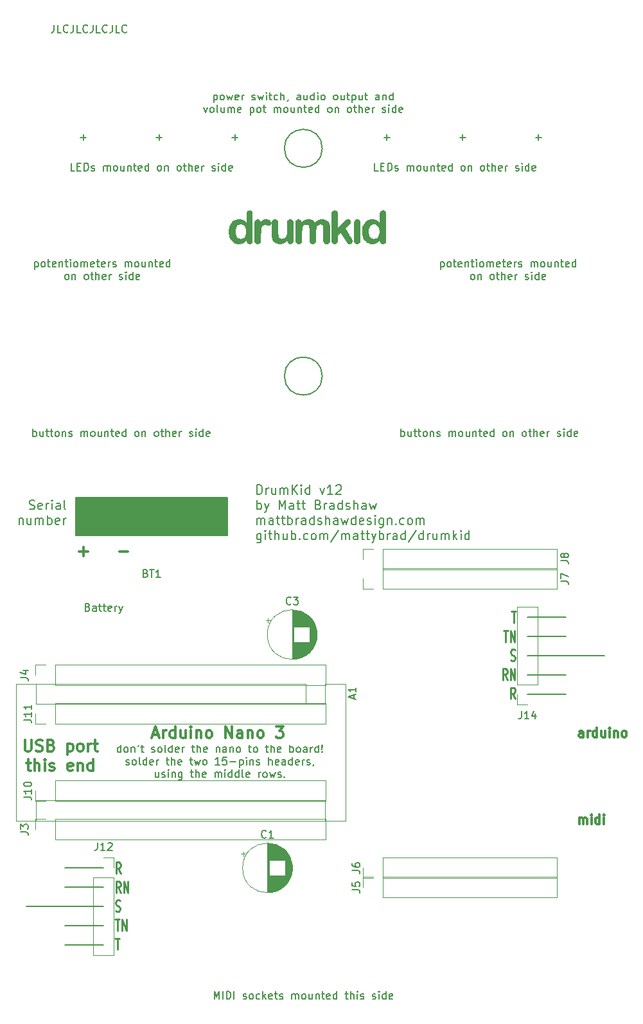
<source format=gbr>
G04 #@! TF.GenerationSoftware,KiCad,Pcbnew,(5.1.5)-3*
G04 #@! TF.CreationDate,2021-11-11T15:01:52+00:00*
G04 #@! TF.ProjectId,drumkid,6472756d-6b69-4642-9e6b-696361645f70,rev?*
G04 #@! TF.SameCoordinates,Original*
G04 #@! TF.FileFunction,Legend,Top*
G04 #@! TF.FilePolarity,Positive*
%FSLAX46Y46*%
G04 Gerber Fmt 4.6, Leading zero omitted, Abs format (unit mm)*
G04 Created by KiCad (PCBNEW (5.1.5)-3) date 2021-11-11 15:01:52*
%MOMM*%
%LPD*%
G04 APERTURE LIST*
%ADD10C,0.150000*%
%ADD11C,0.250000*%
%ADD12C,0.200000*%
%ADD13C,0.300000*%
%ADD14C,0.010000*%
%ADD15C,0.120000*%
G04 APERTURE END LIST*
D10*
X75952380Y-129552380D02*
X75952380Y-128552380D01*
X75952380Y-129504761D02*
X75857142Y-129552380D01*
X75666666Y-129552380D01*
X75571428Y-129504761D01*
X75523809Y-129457142D01*
X75476190Y-129361904D01*
X75476190Y-129076190D01*
X75523809Y-128980952D01*
X75571428Y-128933333D01*
X75666666Y-128885714D01*
X75857142Y-128885714D01*
X75952380Y-128933333D01*
X76571428Y-129552380D02*
X76476190Y-129504761D01*
X76428571Y-129457142D01*
X76380952Y-129361904D01*
X76380952Y-129076190D01*
X76428571Y-128980952D01*
X76476190Y-128933333D01*
X76571428Y-128885714D01*
X76714285Y-128885714D01*
X76809523Y-128933333D01*
X76857142Y-128980952D01*
X76904761Y-129076190D01*
X76904761Y-129361904D01*
X76857142Y-129457142D01*
X76809523Y-129504761D01*
X76714285Y-129552380D01*
X76571428Y-129552380D01*
X77333333Y-128885714D02*
X77333333Y-129552380D01*
X77333333Y-128980952D02*
X77380952Y-128933333D01*
X77476190Y-128885714D01*
X77619047Y-128885714D01*
X77714285Y-128933333D01*
X77761904Y-129028571D01*
X77761904Y-129552380D01*
X78285714Y-128552380D02*
X78190476Y-128742857D01*
X78571428Y-128885714D02*
X78952380Y-128885714D01*
X78714285Y-128552380D02*
X78714285Y-129409523D01*
X78761904Y-129504761D01*
X78857142Y-129552380D01*
X78952380Y-129552380D01*
X80000000Y-129504761D02*
X80095238Y-129552380D01*
X80285714Y-129552380D01*
X80380952Y-129504761D01*
X80428571Y-129409523D01*
X80428571Y-129361904D01*
X80380952Y-129266666D01*
X80285714Y-129219047D01*
X80142857Y-129219047D01*
X80047619Y-129171428D01*
X80000000Y-129076190D01*
X80000000Y-129028571D01*
X80047619Y-128933333D01*
X80142857Y-128885714D01*
X80285714Y-128885714D01*
X80380952Y-128933333D01*
X81000000Y-129552380D02*
X80904761Y-129504761D01*
X80857142Y-129457142D01*
X80809523Y-129361904D01*
X80809523Y-129076190D01*
X80857142Y-128980952D01*
X80904761Y-128933333D01*
X81000000Y-128885714D01*
X81142857Y-128885714D01*
X81238095Y-128933333D01*
X81285714Y-128980952D01*
X81333333Y-129076190D01*
X81333333Y-129361904D01*
X81285714Y-129457142D01*
X81238095Y-129504761D01*
X81142857Y-129552380D01*
X81000000Y-129552380D01*
X81904761Y-129552380D02*
X81809523Y-129504761D01*
X81761904Y-129409523D01*
X81761904Y-128552380D01*
X82714285Y-129552380D02*
X82714285Y-128552380D01*
X82714285Y-129504761D02*
X82619047Y-129552380D01*
X82428571Y-129552380D01*
X82333333Y-129504761D01*
X82285714Y-129457142D01*
X82238095Y-129361904D01*
X82238095Y-129076190D01*
X82285714Y-128980952D01*
X82333333Y-128933333D01*
X82428571Y-128885714D01*
X82619047Y-128885714D01*
X82714285Y-128933333D01*
X83571428Y-129504761D02*
X83476190Y-129552380D01*
X83285714Y-129552380D01*
X83190476Y-129504761D01*
X83142857Y-129409523D01*
X83142857Y-129028571D01*
X83190476Y-128933333D01*
X83285714Y-128885714D01*
X83476190Y-128885714D01*
X83571428Y-128933333D01*
X83619047Y-129028571D01*
X83619047Y-129123809D01*
X83142857Y-129219047D01*
X84047619Y-129552380D02*
X84047619Y-128885714D01*
X84047619Y-129076190D02*
X84095238Y-128980952D01*
X84142857Y-128933333D01*
X84238095Y-128885714D01*
X84333333Y-128885714D01*
X85285714Y-128885714D02*
X85666666Y-128885714D01*
X85428571Y-128552380D02*
X85428571Y-129409523D01*
X85476190Y-129504761D01*
X85571428Y-129552380D01*
X85666666Y-129552380D01*
X86000000Y-129552380D02*
X86000000Y-128552380D01*
X86428571Y-129552380D02*
X86428571Y-129028571D01*
X86380952Y-128933333D01*
X86285714Y-128885714D01*
X86142857Y-128885714D01*
X86047619Y-128933333D01*
X86000000Y-128980952D01*
X87285714Y-129504761D02*
X87190476Y-129552380D01*
X87000000Y-129552380D01*
X86904761Y-129504761D01*
X86857142Y-129409523D01*
X86857142Y-129028571D01*
X86904761Y-128933333D01*
X87000000Y-128885714D01*
X87190476Y-128885714D01*
X87285714Y-128933333D01*
X87333333Y-129028571D01*
X87333333Y-129123809D01*
X86857142Y-129219047D01*
X88523809Y-128885714D02*
X88523809Y-129552380D01*
X88523809Y-128980952D02*
X88571428Y-128933333D01*
X88666666Y-128885714D01*
X88809523Y-128885714D01*
X88904761Y-128933333D01*
X88952380Y-129028571D01*
X88952380Y-129552380D01*
X89857142Y-129552380D02*
X89857142Y-129028571D01*
X89809523Y-128933333D01*
X89714285Y-128885714D01*
X89523809Y-128885714D01*
X89428571Y-128933333D01*
X89857142Y-129504761D02*
X89761904Y-129552380D01*
X89523809Y-129552380D01*
X89428571Y-129504761D01*
X89380952Y-129409523D01*
X89380952Y-129314285D01*
X89428571Y-129219047D01*
X89523809Y-129171428D01*
X89761904Y-129171428D01*
X89857142Y-129123809D01*
X90333333Y-128885714D02*
X90333333Y-129552380D01*
X90333333Y-128980952D02*
X90380952Y-128933333D01*
X90476190Y-128885714D01*
X90619047Y-128885714D01*
X90714285Y-128933333D01*
X90761904Y-129028571D01*
X90761904Y-129552380D01*
X91380952Y-129552380D02*
X91285714Y-129504761D01*
X91238095Y-129457142D01*
X91190476Y-129361904D01*
X91190476Y-129076190D01*
X91238095Y-128980952D01*
X91285714Y-128933333D01*
X91380952Y-128885714D01*
X91523809Y-128885714D01*
X91619047Y-128933333D01*
X91666666Y-128980952D01*
X91714285Y-129076190D01*
X91714285Y-129361904D01*
X91666666Y-129457142D01*
X91619047Y-129504761D01*
X91523809Y-129552380D01*
X91380952Y-129552380D01*
X92761904Y-128885714D02*
X93142857Y-128885714D01*
X92904761Y-128552380D02*
X92904761Y-129409523D01*
X92952380Y-129504761D01*
X93047619Y-129552380D01*
X93142857Y-129552380D01*
X93619047Y-129552380D02*
X93523809Y-129504761D01*
X93476190Y-129457142D01*
X93428571Y-129361904D01*
X93428571Y-129076190D01*
X93476190Y-128980952D01*
X93523809Y-128933333D01*
X93619047Y-128885714D01*
X93761904Y-128885714D01*
X93857142Y-128933333D01*
X93904761Y-128980952D01*
X93952380Y-129076190D01*
X93952380Y-129361904D01*
X93904761Y-129457142D01*
X93857142Y-129504761D01*
X93761904Y-129552380D01*
X93619047Y-129552380D01*
X95000000Y-128885714D02*
X95380952Y-128885714D01*
X95142857Y-128552380D02*
X95142857Y-129409523D01*
X95190476Y-129504761D01*
X95285714Y-129552380D01*
X95380952Y-129552380D01*
X95714285Y-129552380D02*
X95714285Y-128552380D01*
X96142857Y-129552380D02*
X96142857Y-129028571D01*
X96095238Y-128933333D01*
X95999999Y-128885714D01*
X95857142Y-128885714D01*
X95761904Y-128933333D01*
X95714285Y-128980952D01*
X96999999Y-129504761D02*
X96904761Y-129552380D01*
X96714285Y-129552380D01*
X96619047Y-129504761D01*
X96571428Y-129409523D01*
X96571428Y-129028571D01*
X96619047Y-128933333D01*
X96714285Y-128885714D01*
X96904761Y-128885714D01*
X96999999Y-128933333D01*
X97047619Y-129028571D01*
X97047619Y-129123809D01*
X96571428Y-129219047D01*
X98238095Y-129552380D02*
X98238095Y-128552380D01*
X98238095Y-128933333D02*
X98333333Y-128885714D01*
X98523809Y-128885714D01*
X98619047Y-128933333D01*
X98666666Y-128980952D01*
X98714285Y-129076190D01*
X98714285Y-129361904D01*
X98666666Y-129457142D01*
X98619047Y-129504761D01*
X98523809Y-129552380D01*
X98333333Y-129552380D01*
X98238095Y-129504761D01*
X99285714Y-129552380D02*
X99190476Y-129504761D01*
X99142857Y-129457142D01*
X99095238Y-129361904D01*
X99095238Y-129076190D01*
X99142857Y-128980952D01*
X99190476Y-128933333D01*
X99285714Y-128885714D01*
X99428571Y-128885714D01*
X99523809Y-128933333D01*
X99571428Y-128980952D01*
X99619047Y-129076190D01*
X99619047Y-129361904D01*
X99571428Y-129457142D01*
X99523809Y-129504761D01*
X99428571Y-129552380D01*
X99285714Y-129552380D01*
X100476190Y-129552380D02*
X100476190Y-129028571D01*
X100428571Y-128933333D01*
X100333333Y-128885714D01*
X100142857Y-128885714D01*
X100047619Y-128933333D01*
X100476190Y-129504761D02*
X100380952Y-129552380D01*
X100142857Y-129552380D01*
X100047619Y-129504761D01*
X99999999Y-129409523D01*
X99999999Y-129314285D01*
X100047619Y-129219047D01*
X100142857Y-129171428D01*
X100380952Y-129171428D01*
X100476190Y-129123809D01*
X100952380Y-129552380D02*
X100952380Y-128885714D01*
X100952380Y-129076190D02*
X100999999Y-128980952D01*
X101047619Y-128933333D01*
X101142857Y-128885714D01*
X101238095Y-128885714D01*
X101999999Y-129552380D02*
X101999999Y-128552380D01*
X101999999Y-129504761D02*
X101904761Y-129552380D01*
X101714285Y-129552380D01*
X101619047Y-129504761D01*
X101571428Y-129457142D01*
X101523809Y-129361904D01*
X101523809Y-129076190D01*
X101571428Y-128980952D01*
X101619047Y-128933333D01*
X101714285Y-128885714D01*
X101904761Y-128885714D01*
X101999999Y-128933333D01*
X102476190Y-129457142D02*
X102523809Y-129504761D01*
X102476190Y-129552380D01*
X102428571Y-129504761D01*
X102476190Y-129457142D01*
X102476190Y-129552380D01*
X102476190Y-129171428D02*
X102428571Y-128600000D01*
X102476190Y-128552380D01*
X102523809Y-128600000D01*
X102476190Y-129171428D01*
X102476190Y-128552380D01*
X76642857Y-131154761D02*
X76738095Y-131202380D01*
X76928571Y-131202380D01*
X77023809Y-131154761D01*
X77071428Y-131059523D01*
X77071428Y-131011904D01*
X77023809Y-130916666D01*
X76928571Y-130869047D01*
X76785714Y-130869047D01*
X76690476Y-130821428D01*
X76642857Y-130726190D01*
X76642857Y-130678571D01*
X76690476Y-130583333D01*
X76785714Y-130535714D01*
X76928571Y-130535714D01*
X77023809Y-130583333D01*
X77642857Y-131202380D02*
X77547619Y-131154761D01*
X77500000Y-131107142D01*
X77452380Y-131011904D01*
X77452380Y-130726190D01*
X77500000Y-130630952D01*
X77547619Y-130583333D01*
X77642857Y-130535714D01*
X77785714Y-130535714D01*
X77880952Y-130583333D01*
X77928571Y-130630952D01*
X77976190Y-130726190D01*
X77976190Y-131011904D01*
X77928571Y-131107142D01*
X77880952Y-131154761D01*
X77785714Y-131202380D01*
X77642857Y-131202380D01*
X78547619Y-131202380D02*
X78452380Y-131154761D01*
X78404761Y-131059523D01*
X78404761Y-130202380D01*
X79357142Y-131202380D02*
X79357142Y-130202380D01*
X79357142Y-131154761D02*
X79261904Y-131202380D01*
X79071428Y-131202380D01*
X78976190Y-131154761D01*
X78928571Y-131107142D01*
X78880952Y-131011904D01*
X78880952Y-130726190D01*
X78928571Y-130630952D01*
X78976190Y-130583333D01*
X79071428Y-130535714D01*
X79261904Y-130535714D01*
X79357142Y-130583333D01*
X80214285Y-131154761D02*
X80119047Y-131202380D01*
X79928571Y-131202380D01*
X79833333Y-131154761D01*
X79785714Y-131059523D01*
X79785714Y-130678571D01*
X79833333Y-130583333D01*
X79928571Y-130535714D01*
X80119047Y-130535714D01*
X80214285Y-130583333D01*
X80261904Y-130678571D01*
X80261904Y-130773809D01*
X79785714Y-130869047D01*
X80690476Y-131202380D02*
X80690476Y-130535714D01*
X80690476Y-130726190D02*
X80738095Y-130630952D01*
X80785714Y-130583333D01*
X80880952Y-130535714D01*
X80976190Y-130535714D01*
X81928571Y-130535714D02*
X82309523Y-130535714D01*
X82071428Y-130202380D02*
X82071428Y-131059523D01*
X82119047Y-131154761D01*
X82214285Y-131202380D01*
X82309523Y-131202380D01*
X82642857Y-131202380D02*
X82642857Y-130202380D01*
X83071428Y-131202380D02*
X83071428Y-130678571D01*
X83023809Y-130583333D01*
X82928571Y-130535714D01*
X82785714Y-130535714D01*
X82690476Y-130583333D01*
X82642857Y-130630952D01*
X83928571Y-131154761D02*
X83833333Y-131202380D01*
X83642857Y-131202380D01*
X83547619Y-131154761D01*
X83500000Y-131059523D01*
X83500000Y-130678571D01*
X83547619Y-130583333D01*
X83642857Y-130535714D01*
X83833333Y-130535714D01*
X83928571Y-130583333D01*
X83976190Y-130678571D01*
X83976190Y-130773809D01*
X83500000Y-130869047D01*
X85023809Y-130535714D02*
X85404761Y-130535714D01*
X85166666Y-130202380D02*
X85166666Y-131059523D01*
X85214285Y-131154761D01*
X85309523Y-131202380D01*
X85404761Y-131202380D01*
X85642857Y-130535714D02*
X85833333Y-131202380D01*
X86023809Y-130726190D01*
X86214285Y-131202380D01*
X86404761Y-130535714D01*
X86928571Y-131202380D02*
X86833333Y-131154761D01*
X86785714Y-131107142D01*
X86738095Y-131011904D01*
X86738095Y-130726190D01*
X86785714Y-130630952D01*
X86833333Y-130583333D01*
X86928571Y-130535714D01*
X87071428Y-130535714D01*
X87166666Y-130583333D01*
X87214285Y-130630952D01*
X87261904Y-130726190D01*
X87261904Y-131011904D01*
X87214285Y-131107142D01*
X87166666Y-131154761D01*
X87071428Y-131202380D01*
X86928571Y-131202380D01*
X88976190Y-131202380D02*
X88404761Y-131202380D01*
X88690476Y-131202380D02*
X88690476Y-130202380D01*
X88595238Y-130345238D01*
X88500000Y-130440476D01*
X88404761Y-130488095D01*
X89880952Y-130202380D02*
X89404761Y-130202380D01*
X89357142Y-130678571D01*
X89404761Y-130630952D01*
X89500000Y-130583333D01*
X89738095Y-130583333D01*
X89833333Y-130630952D01*
X89880952Y-130678571D01*
X89928571Y-130773809D01*
X89928571Y-131011904D01*
X89880952Y-131107142D01*
X89833333Y-131154761D01*
X89738095Y-131202380D01*
X89500000Y-131202380D01*
X89404761Y-131154761D01*
X89357142Y-131107142D01*
X90357142Y-130821428D02*
X91119047Y-130821428D01*
X91595238Y-130535714D02*
X91595238Y-131535714D01*
X91595238Y-130583333D02*
X91690476Y-130535714D01*
X91880952Y-130535714D01*
X91976190Y-130583333D01*
X92023809Y-130630952D01*
X92071428Y-130726190D01*
X92071428Y-131011904D01*
X92023809Y-131107142D01*
X91976190Y-131154761D01*
X91880952Y-131202380D01*
X91690476Y-131202380D01*
X91595238Y-131154761D01*
X92500000Y-131202380D02*
X92500000Y-130535714D01*
X92500000Y-130202380D02*
X92452380Y-130250000D01*
X92500000Y-130297619D01*
X92547619Y-130250000D01*
X92500000Y-130202380D01*
X92500000Y-130297619D01*
X92976190Y-130535714D02*
X92976190Y-131202380D01*
X92976190Y-130630952D02*
X93023809Y-130583333D01*
X93119047Y-130535714D01*
X93261904Y-130535714D01*
X93357142Y-130583333D01*
X93404761Y-130678571D01*
X93404761Y-131202380D01*
X93833333Y-131154761D02*
X93928571Y-131202380D01*
X94119047Y-131202380D01*
X94214285Y-131154761D01*
X94261904Y-131059523D01*
X94261904Y-131011904D01*
X94214285Y-130916666D01*
X94119047Y-130869047D01*
X93976190Y-130869047D01*
X93880952Y-130821428D01*
X93833333Y-130726190D01*
X93833333Y-130678571D01*
X93880952Y-130583333D01*
X93976190Y-130535714D01*
X94119047Y-130535714D01*
X94214285Y-130583333D01*
X95452380Y-131202380D02*
X95452380Y-130202380D01*
X95880952Y-131202380D02*
X95880952Y-130678571D01*
X95833333Y-130583333D01*
X95738095Y-130535714D01*
X95595238Y-130535714D01*
X95500000Y-130583333D01*
X95452380Y-130630952D01*
X96738095Y-131154761D02*
X96642857Y-131202380D01*
X96452380Y-131202380D01*
X96357142Y-131154761D01*
X96309523Y-131059523D01*
X96309523Y-130678571D01*
X96357142Y-130583333D01*
X96452380Y-130535714D01*
X96642857Y-130535714D01*
X96738095Y-130583333D01*
X96785714Y-130678571D01*
X96785714Y-130773809D01*
X96309523Y-130869047D01*
X97642857Y-131202380D02*
X97642857Y-130678571D01*
X97595238Y-130583333D01*
X97500000Y-130535714D01*
X97309523Y-130535714D01*
X97214285Y-130583333D01*
X97642857Y-131154761D02*
X97547619Y-131202380D01*
X97309523Y-131202380D01*
X97214285Y-131154761D01*
X97166666Y-131059523D01*
X97166666Y-130964285D01*
X97214285Y-130869047D01*
X97309523Y-130821428D01*
X97547619Y-130821428D01*
X97642857Y-130773809D01*
X98547619Y-131202380D02*
X98547619Y-130202380D01*
X98547619Y-131154761D02*
X98452380Y-131202380D01*
X98261904Y-131202380D01*
X98166666Y-131154761D01*
X98119047Y-131107142D01*
X98071428Y-131011904D01*
X98071428Y-130726190D01*
X98119047Y-130630952D01*
X98166666Y-130583333D01*
X98261904Y-130535714D01*
X98452380Y-130535714D01*
X98547619Y-130583333D01*
X99404761Y-131154761D02*
X99309523Y-131202380D01*
X99119047Y-131202380D01*
X99023809Y-131154761D01*
X98976190Y-131059523D01*
X98976190Y-130678571D01*
X99023809Y-130583333D01*
X99119047Y-130535714D01*
X99309523Y-130535714D01*
X99404761Y-130583333D01*
X99452380Y-130678571D01*
X99452380Y-130773809D01*
X98976190Y-130869047D01*
X99880952Y-131202380D02*
X99880952Y-130535714D01*
X99880952Y-130726190D02*
X99928571Y-130630952D01*
X99976190Y-130583333D01*
X100071428Y-130535714D01*
X100166666Y-130535714D01*
X100452380Y-131154761D02*
X100547619Y-131202380D01*
X100738095Y-131202380D01*
X100833333Y-131154761D01*
X100880952Y-131059523D01*
X100880952Y-131011904D01*
X100833333Y-130916666D01*
X100738095Y-130869047D01*
X100595238Y-130869047D01*
X100500000Y-130821428D01*
X100452380Y-130726190D01*
X100452380Y-130678571D01*
X100500000Y-130583333D01*
X100595238Y-130535714D01*
X100738095Y-130535714D01*
X100833333Y-130583333D01*
X101357142Y-131154761D02*
X101357142Y-131202380D01*
X101309523Y-131297619D01*
X101261904Y-131345238D01*
X80928571Y-132185714D02*
X80928571Y-132852380D01*
X80500000Y-132185714D02*
X80500000Y-132709523D01*
X80547619Y-132804761D01*
X80642857Y-132852380D01*
X80785714Y-132852380D01*
X80880952Y-132804761D01*
X80928571Y-132757142D01*
X81357142Y-132804761D02*
X81452380Y-132852380D01*
X81642857Y-132852380D01*
X81738095Y-132804761D01*
X81785714Y-132709523D01*
X81785714Y-132661904D01*
X81738095Y-132566666D01*
X81642857Y-132519047D01*
X81500000Y-132519047D01*
X81404761Y-132471428D01*
X81357142Y-132376190D01*
X81357142Y-132328571D01*
X81404761Y-132233333D01*
X81500000Y-132185714D01*
X81642857Y-132185714D01*
X81738095Y-132233333D01*
X82214285Y-132852380D02*
X82214285Y-132185714D01*
X82214285Y-131852380D02*
X82166666Y-131900000D01*
X82214285Y-131947619D01*
X82261904Y-131900000D01*
X82214285Y-131852380D01*
X82214285Y-131947619D01*
X82690476Y-132185714D02*
X82690476Y-132852380D01*
X82690476Y-132280952D02*
X82738095Y-132233333D01*
X82833333Y-132185714D01*
X82976190Y-132185714D01*
X83071428Y-132233333D01*
X83119047Y-132328571D01*
X83119047Y-132852380D01*
X84023809Y-132185714D02*
X84023809Y-132995238D01*
X83976190Y-133090476D01*
X83928571Y-133138095D01*
X83833333Y-133185714D01*
X83690476Y-133185714D01*
X83595238Y-133138095D01*
X84023809Y-132804761D02*
X83928571Y-132852380D01*
X83738095Y-132852380D01*
X83642857Y-132804761D01*
X83595238Y-132757142D01*
X83547619Y-132661904D01*
X83547619Y-132376190D01*
X83595238Y-132280952D01*
X83642857Y-132233333D01*
X83738095Y-132185714D01*
X83928571Y-132185714D01*
X84023809Y-132233333D01*
X85119047Y-132185714D02*
X85500000Y-132185714D01*
X85261904Y-131852380D02*
X85261904Y-132709523D01*
X85309523Y-132804761D01*
X85404761Y-132852380D01*
X85500000Y-132852380D01*
X85833333Y-132852380D02*
X85833333Y-131852380D01*
X86261904Y-132852380D02*
X86261904Y-132328571D01*
X86214285Y-132233333D01*
X86119047Y-132185714D01*
X85976190Y-132185714D01*
X85880952Y-132233333D01*
X85833333Y-132280952D01*
X87119047Y-132804761D02*
X87023809Y-132852380D01*
X86833333Y-132852380D01*
X86738095Y-132804761D01*
X86690476Y-132709523D01*
X86690476Y-132328571D01*
X86738095Y-132233333D01*
X86833333Y-132185714D01*
X87023809Y-132185714D01*
X87119047Y-132233333D01*
X87166666Y-132328571D01*
X87166666Y-132423809D01*
X86690476Y-132519047D01*
X88357142Y-132852380D02*
X88357142Y-132185714D01*
X88357142Y-132280952D02*
X88404761Y-132233333D01*
X88500000Y-132185714D01*
X88642857Y-132185714D01*
X88738095Y-132233333D01*
X88785714Y-132328571D01*
X88785714Y-132852380D01*
X88785714Y-132328571D02*
X88833333Y-132233333D01*
X88928571Y-132185714D01*
X89071428Y-132185714D01*
X89166666Y-132233333D01*
X89214285Y-132328571D01*
X89214285Y-132852380D01*
X89690476Y-132852380D02*
X89690476Y-132185714D01*
X89690476Y-131852380D02*
X89642857Y-131900000D01*
X89690476Y-131947619D01*
X89738095Y-131900000D01*
X89690476Y-131852380D01*
X89690476Y-131947619D01*
X90595238Y-132852380D02*
X90595238Y-131852380D01*
X90595238Y-132804761D02*
X90500000Y-132852380D01*
X90309523Y-132852380D01*
X90214285Y-132804761D01*
X90166666Y-132757142D01*
X90119047Y-132661904D01*
X90119047Y-132376190D01*
X90166666Y-132280952D01*
X90214285Y-132233333D01*
X90309523Y-132185714D01*
X90500000Y-132185714D01*
X90595238Y-132233333D01*
X91500000Y-132852380D02*
X91500000Y-131852380D01*
X91500000Y-132804761D02*
X91404761Y-132852380D01*
X91214285Y-132852380D01*
X91119047Y-132804761D01*
X91071428Y-132757142D01*
X91023809Y-132661904D01*
X91023809Y-132376190D01*
X91071428Y-132280952D01*
X91119047Y-132233333D01*
X91214285Y-132185714D01*
X91404761Y-132185714D01*
X91500000Y-132233333D01*
X92119047Y-132852380D02*
X92023809Y-132804761D01*
X91976190Y-132709523D01*
X91976190Y-131852380D01*
X92880952Y-132804761D02*
X92785714Y-132852380D01*
X92595238Y-132852380D01*
X92500000Y-132804761D01*
X92452380Y-132709523D01*
X92452380Y-132328571D01*
X92500000Y-132233333D01*
X92595238Y-132185714D01*
X92785714Y-132185714D01*
X92880952Y-132233333D01*
X92928571Y-132328571D01*
X92928571Y-132423809D01*
X92452380Y-132519047D01*
X94119047Y-132852380D02*
X94119047Y-132185714D01*
X94119047Y-132376190D02*
X94166666Y-132280952D01*
X94214285Y-132233333D01*
X94309523Y-132185714D01*
X94404761Y-132185714D01*
X94880952Y-132852380D02*
X94785714Y-132804761D01*
X94738095Y-132757142D01*
X94690476Y-132661904D01*
X94690476Y-132376190D01*
X94738095Y-132280952D01*
X94785714Y-132233333D01*
X94880952Y-132185714D01*
X95023809Y-132185714D01*
X95119047Y-132233333D01*
X95166666Y-132280952D01*
X95214285Y-132376190D01*
X95214285Y-132661904D01*
X95166666Y-132757142D01*
X95119047Y-132804761D01*
X95023809Y-132852380D01*
X94880952Y-132852380D01*
X95547619Y-132185714D02*
X95738095Y-132852380D01*
X95928571Y-132376190D01*
X96119047Y-132852380D01*
X96309523Y-132185714D01*
X96642857Y-132804761D02*
X96738095Y-132852380D01*
X96928571Y-132852380D01*
X97023809Y-132804761D01*
X97071428Y-132709523D01*
X97071428Y-132661904D01*
X97023809Y-132566666D01*
X96928571Y-132519047D01*
X96785714Y-132519047D01*
X96690476Y-132471428D01*
X96642857Y-132376190D01*
X96642857Y-132328571D01*
X96690476Y-132233333D01*
X96785714Y-132185714D01*
X96928571Y-132185714D01*
X97023809Y-132233333D01*
X97500000Y-132757142D02*
X97547619Y-132804761D01*
X97500000Y-132852380D01*
X97452380Y-132804761D01*
X97500000Y-132757142D01*
X97500000Y-132852380D01*
X88261904Y-162052380D02*
X88261904Y-161052380D01*
X88595238Y-161766666D01*
X88928571Y-161052380D01*
X88928571Y-162052380D01*
X89404761Y-162052380D02*
X89404761Y-161052380D01*
X89880952Y-162052380D02*
X89880952Y-161052380D01*
X90119047Y-161052380D01*
X90261904Y-161100000D01*
X90357142Y-161195238D01*
X90404761Y-161290476D01*
X90452380Y-161480952D01*
X90452380Y-161623809D01*
X90404761Y-161814285D01*
X90357142Y-161909523D01*
X90261904Y-162004761D01*
X90119047Y-162052380D01*
X89880952Y-162052380D01*
X90880952Y-162052380D02*
X90880952Y-161052380D01*
X92071428Y-162004761D02*
X92166666Y-162052380D01*
X92357142Y-162052380D01*
X92452380Y-162004761D01*
X92500000Y-161909523D01*
X92500000Y-161861904D01*
X92452380Y-161766666D01*
X92357142Y-161719047D01*
X92214285Y-161719047D01*
X92119047Y-161671428D01*
X92071428Y-161576190D01*
X92071428Y-161528571D01*
X92119047Y-161433333D01*
X92214285Y-161385714D01*
X92357142Y-161385714D01*
X92452380Y-161433333D01*
X93071428Y-162052380D02*
X92976190Y-162004761D01*
X92928571Y-161957142D01*
X92880952Y-161861904D01*
X92880952Y-161576190D01*
X92928571Y-161480952D01*
X92976190Y-161433333D01*
X93071428Y-161385714D01*
X93214285Y-161385714D01*
X93309523Y-161433333D01*
X93357142Y-161480952D01*
X93404761Y-161576190D01*
X93404761Y-161861904D01*
X93357142Y-161957142D01*
X93309523Y-162004761D01*
X93214285Y-162052380D01*
X93071428Y-162052380D01*
X94261904Y-162004761D02*
X94166666Y-162052380D01*
X93976190Y-162052380D01*
X93880952Y-162004761D01*
X93833333Y-161957142D01*
X93785714Y-161861904D01*
X93785714Y-161576190D01*
X93833333Y-161480952D01*
X93880952Y-161433333D01*
X93976190Y-161385714D01*
X94166666Y-161385714D01*
X94261904Y-161433333D01*
X94690476Y-162052380D02*
X94690476Y-161052380D01*
X94785714Y-161671428D02*
X95071428Y-162052380D01*
X95071428Y-161385714D02*
X94690476Y-161766666D01*
X95880952Y-162004761D02*
X95785714Y-162052380D01*
X95595238Y-162052380D01*
X95500000Y-162004761D01*
X95452380Y-161909523D01*
X95452380Y-161528571D01*
X95500000Y-161433333D01*
X95595238Y-161385714D01*
X95785714Y-161385714D01*
X95880952Y-161433333D01*
X95928571Y-161528571D01*
X95928571Y-161623809D01*
X95452380Y-161719047D01*
X96214285Y-161385714D02*
X96595238Y-161385714D01*
X96357142Y-161052380D02*
X96357142Y-161909523D01*
X96404761Y-162004761D01*
X96500000Y-162052380D01*
X96595238Y-162052380D01*
X96880952Y-162004761D02*
X96976190Y-162052380D01*
X97166666Y-162052380D01*
X97261904Y-162004761D01*
X97309523Y-161909523D01*
X97309523Y-161861904D01*
X97261904Y-161766666D01*
X97166666Y-161719047D01*
X97023809Y-161719047D01*
X96928571Y-161671428D01*
X96880952Y-161576190D01*
X96880952Y-161528571D01*
X96928571Y-161433333D01*
X97023809Y-161385714D01*
X97166666Y-161385714D01*
X97261904Y-161433333D01*
X98500000Y-162052380D02*
X98500000Y-161385714D01*
X98500000Y-161480952D02*
X98547619Y-161433333D01*
X98642857Y-161385714D01*
X98785714Y-161385714D01*
X98880952Y-161433333D01*
X98928571Y-161528571D01*
X98928571Y-162052380D01*
X98928571Y-161528571D02*
X98976190Y-161433333D01*
X99071428Y-161385714D01*
X99214285Y-161385714D01*
X99309523Y-161433333D01*
X99357142Y-161528571D01*
X99357142Y-162052380D01*
X99976190Y-162052380D02*
X99880952Y-162004761D01*
X99833333Y-161957142D01*
X99785714Y-161861904D01*
X99785714Y-161576190D01*
X99833333Y-161480952D01*
X99880952Y-161433333D01*
X99976190Y-161385714D01*
X100119047Y-161385714D01*
X100214285Y-161433333D01*
X100261904Y-161480952D01*
X100309523Y-161576190D01*
X100309523Y-161861904D01*
X100261904Y-161957142D01*
X100214285Y-162004761D01*
X100119047Y-162052380D01*
X99976190Y-162052380D01*
X101166666Y-161385714D02*
X101166666Y-162052380D01*
X100738095Y-161385714D02*
X100738095Y-161909523D01*
X100785714Y-162004761D01*
X100880952Y-162052380D01*
X101023809Y-162052380D01*
X101119047Y-162004761D01*
X101166666Y-161957142D01*
X101642857Y-161385714D02*
X101642857Y-162052380D01*
X101642857Y-161480952D02*
X101690476Y-161433333D01*
X101785714Y-161385714D01*
X101928571Y-161385714D01*
X102023809Y-161433333D01*
X102071428Y-161528571D01*
X102071428Y-162052380D01*
X102404761Y-161385714D02*
X102785714Y-161385714D01*
X102547619Y-161052380D02*
X102547619Y-161909523D01*
X102595238Y-162004761D01*
X102690476Y-162052380D01*
X102785714Y-162052380D01*
X103500000Y-162004761D02*
X103404761Y-162052380D01*
X103214285Y-162052380D01*
X103119047Y-162004761D01*
X103071428Y-161909523D01*
X103071428Y-161528571D01*
X103119047Y-161433333D01*
X103214285Y-161385714D01*
X103404761Y-161385714D01*
X103500000Y-161433333D01*
X103547619Y-161528571D01*
X103547619Y-161623809D01*
X103071428Y-161719047D01*
X104404761Y-162052380D02*
X104404761Y-161052380D01*
X104404761Y-162004761D02*
X104309523Y-162052380D01*
X104119047Y-162052380D01*
X104023809Y-162004761D01*
X103976190Y-161957142D01*
X103928571Y-161861904D01*
X103928571Y-161576190D01*
X103976190Y-161480952D01*
X104023809Y-161433333D01*
X104119047Y-161385714D01*
X104309523Y-161385714D01*
X104404761Y-161433333D01*
X105500000Y-161385714D02*
X105880952Y-161385714D01*
X105642857Y-161052380D02*
X105642857Y-161909523D01*
X105690476Y-162004761D01*
X105785714Y-162052380D01*
X105880952Y-162052380D01*
X106214285Y-162052380D02*
X106214285Y-161052380D01*
X106642857Y-162052380D02*
X106642857Y-161528571D01*
X106595238Y-161433333D01*
X106500000Y-161385714D01*
X106357142Y-161385714D01*
X106261904Y-161433333D01*
X106214285Y-161480952D01*
X107119047Y-162052380D02*
X107119047Y-161385714D01*
X107119047Y-161052380D02*
X107071428Y-161100000D01*
X107119047Y-161147619D01*
X107166666Y-161100000D01*
X107119047Y-161052380D01*
X107119047Y-161147619D01*
X107547619Y-162004761D02*
X107642857Y-162052380D01*
X107833333Y-162052380D01*
X107928571Y-162004761D01*
X107976190Y-161909523D01*
X107976190Y-161861904D01*
X107928571Y-161766666D01*
X107833333Y-161719047D01*
X107690476Y-161719047D01*
X107595238Y-161671428D01*
X107547619Y-161576190D01*
X107547619Y-161528571D01*
X107595238Y-161433333D01*
X107690476Y-161385714D01*
X107833333Y-161385714D01*
X107928571Y-161433333D01*
X109119047Y-162004761D02*
X109214285Y-162052380D01*
X109404761Y-162052380D01*
X109500000Y-162004761D01*
X109547619Y-161909523D01*
X109547619Y-161861904D01*
X109500000Y-161766666D01*
X109404761Y-161719047D01*
X109261904Y-161719047D01*
X109166666Y-161671428D01*
X109119047Y-161576190D01*
X109119047Y-161528571D01*
X109166666Y-161433333D01*
X109261904Y-161385714D01*
X109404761Y-161385714D01*
X109500000Y-161433333D01*
X109976190Y-162052380D02*
X109976190Y-161385714D01*
X109976190Y-161052380D02*
X109928571Y-161100000D01*
X109976190Y-161147619D01*
X110023809Y-161100000D01*
X109976190Y-161052380D01*
X109976190Y-161147619D01*
X110880952Y-162052380D02*
X110880952Y-161052380D01*
X110880952Y-162004761D02*
X110785714Y-162052380D01*
X110595238Y-162052380D01*
X110500000Y-162004761D01*
X110452380Y-161957142D01*
X110404761Y-161861904D01*
X110404761Y-161576190D01*
X110452380Y-161480952D01*
X110500000Y-161433333D01*
X110595238Y-161385714D01*
X110785714Y-161385714D01*
X110880952Y-161433333D01*
X111738095Y-162004761D02*
X111642857Y-162052380D01*
X111452380Y-162052380D01*
X111357142Y-162004761D01*
X111309523Y-161909523D01*
X111309523Y-161528571D01*
X111357142Y-161433333D01*
X111452380Y-161385714D01*
X111642857Y-161385714D01*
X111738095Y-161433333D01*
X111785714Y-161528571D01*
X111785714Y-161623809D01*
X111309523Y-161719047D01*
X88190476Y-42960714D02*
X88190476Y-43960714D01*
X88190476Y-43008333D02*
X88285714Y-42960714D01*
X88476190Y-42960714D01*
X88571428Y-43008333D01*
X88619047Y-43055952D01*
X88666666Y-43151190D01*
X88666666Y-43436904D01*
X88619047Y-43532142D01*
X88571428Y-43579761D01*
X88476190Y-43627380D01*
X88285714Y-43627380D01*
X88190476Y-43579761D01*
X89238095Y-43627380D02*
X89142857Y-43579761D01*
X89095238Y-43532142D01*
X89047619Y-43436904D01*
X89047619Y-43151190D01*
X89095238Y-43055952D01*
X89142857Y-43008333D01*
X89238095Y-42960714D01*
X89380952Y-42960714D01*
X89476190Y-43008333D01*
X89523809Y-43055952D01*
X89571428Y-43151190D01*
X89571428Y-43436904D01*
X89523809Y-43532142D01*
X89476190Y-43579761D01*
X89380952Y-43627380D01*
X89238095Y-43627380D01*
X89904761Y-42960714D02*
X90095238Y-43627380D01*
X90285714Y-43151190D01*
X90476190Y-43627380D01*
X90666666Y-42960714D01*
X91428571Y-43579761D02*
X91333333Y-43627380D01*
X91142857Y-43627380D01*
X91047619Y-43579761D01*
X91000000Y-43484523D01*
X91000000Y-43103571D01*
X91047619Y-43008333D01*
X91142857Y-42960714D01*
X91333333Y-42960714D01*
X91428571Y-43008333D01*
X91476190Y-43103571D01*
X91476190Y-43198809D01*
X91000000Y-43294047D01*
X91904761Y-43627380D02*
X91904761Y-42960714D01*
X91904761Y-43151190D02*
X91952380Y-43055952D01*
X92000000Y-43008333D01*
X92095238Y-42960714D01*
X92190476Y-42960714D01*
X93238095Y-43579761D02*
X93333333Y-43627380D01*
X93523809Y-43627380D01*
X93619047Y-43579761D01*
X93666666Y-43484523D01*
X93666666Y-43436904D01*
X93619047Y-43341666D01*
X93523809Y-43294047D01*
X93380952Y-43294047D01*
X93285714Y-43246428D01*
X93238095Y-43151190D01*
X93238095Y-43103571D01*
X93285714Y-43008333D01*
X93380952Y-42960714D01*
X93523809Y-42960714D01*
X93619047Y-43008333D01*
X94000000Y-42960714D02*
X94190476Y-43627380D01*
X94380952Y-43151190D01*
X94571428Y-43627380D01*
X94761904Y-42960714D01*
X95142857Y-43627380D02*
X95142857Y-42960714D01*
X95142857Y-42627380D02*
X95095238Y-42675000D01*
X95142857Y-42722619D01*
X95190476Y-42675000D01*
X95142857Y-42627380D01*
X95142857Y-42722619D01*
X95476190Y-42960714D02*
X95857142Y-42960714D01*
X95619047Y-42627380D02*
X95619047Y-43484523D01*
X95666666Y-43579761D01*
X95761904Y-43627380D01*
X95857142Y-43627380D01*
X96619047Y-43579761D02*
X96523809Y-43627380D01*
X96333333Y-43627380D01*
X96238095Y-43579761D01*
X96190476Y-43532142D01*
X96142857Y-43436904D01*
X96142857Y-43151190D01*
X96190476Y-43055952D01*
X96238095Y-43008333D01*
X96333333Y-42960714D01*
X96523809Y-42960714D01*
X96619047Y-43008333D01*
X97047619Y-43627380D02*
X97047619Y-42627380D01*
X97476190Y-43627380D02*
X97476190Y-43103571D01*
X97428571Y-43008333D01*
X97333333Y-42960714D01*
X97190476Y-42960714D01*
X97095238Y-43008333D01*
X97047619Y-43055952D01*
X98000000Y-43579761D02*
X98000000Y-43627380D01*
X97952380Y-43722619D01*
X97904761Y-43770238D01*
X99619047Y-43627380D02*
X99619047Y-43103571D01*
X99571428Y-43008333D01*
X99476190Y-42960714D01*
X99285714Y-42960714D01*
X99190476Y-43008333D01*
X99619047Y-43579761D02*
X99523809Y-43627380D01*
X99285714Y-43627380D01*
X99190476Y-43579761D01*
X99142857Y-43484523D01*
X99142857Y-43389285D01*
X99190476Y-43294047D01*
X99285714Y-43246428D01*
X99523809Y-43246428D01*
X99619047Y-43198809D01*
X100523809Y-42960714D02*
X100523809Y-43627380D01*
X100095238Y-42960714D02*
X100095238Y-43484523D01*
X100142857Y-43579761D01*
X100238095Y-43627380D01*
X100380952Y-43627380D01*
X100476190Y-43579761D01*
X100523809Y-43532142D01*
X101428571Y-43627380D02*
X101428571Y-42627380D01*
X101428571Y-43579761D02*
X101333333Y-43627380D01*
X101142857Y-43627380D01*
X101047619Y-43579761D01*
X101000000Y-43532142D01*
X100952380Y-43436904D01*
X100952380Y-43151190D01*
X101000000Y-43055952D01*
X101047619Y-43008333D01*
X101142857Y-42960714D01*
X101333333Y-42960714D01*
X101428571Y-43008333D01*
X101904761Y-43627380D02*
X101904761Y-42960714D01*
X101904761Y-42627380D02*
X101857142Y-42675000D01*
X101904761Y-42722619D01*
X101952380Y-42675000D01*
X101904761Y-42627380D01*
X101904761Y-42722619D01*
X102523809Y-43627380D02*
X102428571Y-43579761D01*
X102380952Y-43532142D01*
X102333333Y-43436904D01*
X102333333Y-43151190D01*
X102380952Y-43055952D01*
X102428571Y-43008333D01*
X102523809Y-42960714D01*
X102666666Y-42960714D01*
X102761904Y-43008333D01*
X102809523Y-43055952D01*
X102857142Y-43151190D01*
X102857142Y-43436904D01*
X102809523Y-43532142D01*
X102761904Y-43579761D01*
X102666666Y-43627380D01*
X102523809Y-43627380D01*
X104190476Y-43627380D02*
X104095238Y-43579761D01*
X104047619Y-43532142D01*
X104000000Y-43436904D01*
X104000000Y-43151190D01*
X104047619Y-43055952D01*
X104095238Y-43008333D01*
X104190476Y-42960714D01*
X104333333Y-42960714D01*
X104428571Y-43008333D01*
X104476190Y-43055952D01*
X104523809Y-43151190D01*
X104523809Y-43436904D01*
X104476190Y-43532142D01*
X104428571Y-43579761D01*
X104333333Y-43627380D01*
X104190476Y-43627380D01*
X105380952Y-42960714D02*
X105380952Y-43627380D01*
X104952380Y-42960714D02*
X104952380Y-43484523D01*
X105000000Y-43579761D01*
X105095238Y-43627380D01*
X105238095Y-43627380D01*
X105333333Y-43579761D01*
X105380952Y-43532142D01*
X105714285Y-42960714D02*
X106095238Y-42960714D01*
X105857142Y-42627380D02*
X105857142Y-43484523D01*
X105904761Y-43579761D01*
X106000000Y-43627380D01*
X106095238Y-43627380D01*
X106428571Y-42960714D02*
X106428571Y-43960714D01*
X106428571Y-43008333D02*
X106523809Y-42960714D01*
X106714285Y-42960714D01*
X106809523Y-43008333D01*
X106857142Y-43055952D01*
X106904761Y-43151190D01*
X106904761Y-43436904D01*
X106857142Y-43532142D01*
X106809523Y-43579761D01*
X106714285Y-43627380D01*
X106523809Y-43627380D01*
X106428571Y-43579761D01*
X107761904Y-42960714D02*
X107761904Y-43627380D01*
X107333333Y-42960714D02*
X107333333Y-43484523D01*
X107380952Y-43579761D01*
X107476190Y-43627380D01*
X107619047Y-43627380D01*
X107714285Y-43579761D01*
X107761904Y-43532142D01*
X108095238Y-42960714D02*
X108476190Y-42960714D01*
X108238095Y-42627380D02*
X108238095Y-43484523D01*
X108285714Y-43579761D01*
X108380952Y-43627380D01*
X108476190Y-43627380D01*
X110000000Y-43627380D02*
X110000000Y-43103571D01*
X109952380Y-43008333D01*
X109857142Y-42960714D01*
X109666666Y-42960714D01*
X109571428Y-43008333D01*
X110000000Y-43579761D02*
X109904761Y-43627380D01*
X109666666Y-43627380D01*
X109571428Y-43579761D01*
X109523809Y-43484523D01*
X109523809Y-43389285D01*
X109571428Y-43294047D01*
X109666666Y-43246428D01*
X109904761Y-43246428D01*
X110000000Y-43198809D01*
X110476190Y-42960714D02*
X110476190Y-43627380D01*
X110476190Y-43055952D02*
X110523809Y-43008333D01*
X110619047Y-42960714D01*
X110761904Y-42960714D01*
X110857142Y-43008333D01*
X110904761Y-43103571D01*
X110904761Y-43627380D01*
X111809523Y-43627380D02*
X111809523Y-42627380D01*
X111809523Y-43579761D02*
X111714285Y-43627380D01*
X111523809Y-43627380D01*
X111428571Y-43579761D01*
X111380952Y-43532142D01*
X111333333Y-43436904D01*
X111333333Y-43151190D01*
X111380952Y-43055952D01*
X111428571Y-43008333D01*
X111523809Y-42960714D01*
X111714285Y-42960714D01*
X111809523Y-43008333D01*
X86857142Y-44610714D02*
X87095238Y-45277380D01*
X87333333Y-44610714D01*
X87857142Y-45277380D02*
X87761904Y-45229761D01*
X87714285Y-45182142D01*
X87666666Y-45086904D01*
X87666666Y-44801190D01*
X87714285Y-44705952D01*
X87761904Y-44658333D01*
X87857142Y-44610714D01*
X88000000Y-44610714D01*
X88095238Y-44658333D01*
X88142857Y-44705952D01*
X88190476Y-44801190D01*
X88190476Y-45086904D01*
X88142857Y-45182142D01*
X88095238Y-45229761D01*
X88000000Y-45277380D01*
X87857142Y-45277380D01*
X88761904Y-45277380D02*
X88666666Y-45229761D01*
X88619047Y-45134523D01*
X88619047Y-44277380D01*
X89571428Y-44610714D02*
X89571428Y-45277380D01*
X89142857Y-44610714D02*
X89142857Y-45134523D01*
X89190476Y-45229761D01*
X89285714Y-45277380D01*
X89428571Y-45277380D01*
X89523809Y-45229761D01*
X89571428Y-45182142D01*
X90047619Y-45277380D02*
X90047619Y-44610714D01*
X90047619Y-44705952D02*
X90095238Y-44658333D01*
X90190476Y-44610714D01*
X90333333Y-44610714D01*
X90428571Y-44658333D01*
X90476190Y-44753571D01*
X90476190Y-45277380D01*
X90476190Y-44753571D02*
X90523809Y-44658333D01*
X90619047Y-44610714D01*
X90761904Y-44610714D01*
X90857142Y-44658333D01*
X90904761Y-44753571D01*
X90904761Y-45277380D01*
X91761904Y-45229761D02*
X91666666Y-45277380D01*
X91476190Y-45277380D01*
X91380952Y-45229761D01*
X91333333Y-45134523D01*
X91333333Y-44753571D01*
X91380952Y-44658333D01*
X91476190Y-44610714D01*
X91666666Y-44610714D01*
X91761904Y-44658333D01*
X91809523Y-44753571D01*
X91809523Y-44848809D01*
X91333333Y-44944047D01*
X93000000Y-44610714D02*
X93000000Y-45610714D01*
X93000000Y-44658333D02*
X93095238Y-44610714D01*
X93285714Y-44610714D01*
X93380952Y-44658333D01*
X93428571Y-44705952D01*
X93476190Y-44801190D01*
X93476190Y-45086904D01*
X93428571Y-45182142D01*
X93380952Y-45229761D01*
X93285714Y-45277380D01*
X93095238Y-45277380D01*
X93000000Y-45229761D01*
X94047619Y-45277380D02*
X93952380Y-45229761D01*
X93904761Y-45182142D01*
X93857142Y-45086904D01*
X93857142Y-44801190D01*
X93904761Y-44705952D01*
X93952380Y-44658333D01*
X94047619Y-44610714D01*
X94190476Y-44610714D01*
X94285714Y-44658333D01*
X94333333Y-44705952D01*
X94380952Y-44801190D01*
X94380952Y-45086904D01*
X94333333Y-45182142D01*
X94285714Y-45229761D01*
X94190476Y-45277380D01*
X94047619Y-45277380D01*
X94666666Y-44610714D02*
X95047619Y-44610714D01*
X94809523Y-44277380D02*
X94809523Y-45134523D01*
X94857142Y-45229761D01*
X94952380Y-45277380D01*
X95047619Y-45277380D01*
X96142857Y-45277380D02*
X96142857Y-44610714D01*
X96142857Y-44705952D02*
X96190476Y-44658333D01*
X96285714Y-44610714D01*
X96428571Y-44610714D01*
X96523809Y-44658333D01*
X96571428Y-44753571D01*
X96571428Y-45277380D01*
X96571428Y-44753571D02*
X96619047Y-44658333D01*
X96714285Y-44610714D01*
X96857142Y-44610714D01*
X96952380Y-44658333D01*
X97000000Y-44753571D01*
X97000000Y-45277380D01*
X97619047Y-45277380D02*
X97523809Y-45229761D01*
X97476190Y-45182142D01*
X97428571Y-45086904D01*
X97428571Y-44801190D01*
X97476190Y-44705952D01*
X97523809Y-44658333D01*
X97619047Y-44610714D01*
X97761904Y-44610714D01*
X97857142Y-44658333D01*
X97904761Y-44705952D01*
X97952380Y-44801190D01*
X97952380Y-45086904D01*
X97904761Y-45182142D01*
X97857142Y-45229761D01*
X97761904Y-45277380D01*
X97619047Y-45277380D01*
X98809523Y-44610714D02*
X98809523Y-45277380D01*
X98380952Y-44610714D02*
X98380952Y-45134523D01*
X98428571Y-45229761D01*
X98523809Y-45277380D01*
X98666666Y-45277380D01*
X98761904Y-45229761D01*
X98809523Y-45182142D01*
X99285714Y-44610714D02*
X99285714Y-45277380D01*
X99285714Y-44705952D02*
X99333333Y-44658333D01*
X99428571Y-44610714D01*
X99571428Y-44610714D01*
X99666666Y-44658333D01*
X99714285Y-44753571D01*
X99714285Y-45277380D01*
X100047619Y-44610714D02*
X100428571Y-44610714D01*
X100190476Y-44277380D02*
X100190476Y-45134523D01*
X100238095Y-45229761D01*
X100333333Y-45277380D01*
X100428571Y-45277380D01*
X101142857Y-45229761D02*
X101047619Y-45277380D01*
X100857142Y-45277380D01*
X100761904Y-45229761D01*
X100714285Y-45134523D01*
X100714285Y-44753571D01*
X100761904Y-44658333D01*
X100857142Y-44610714D01*
X101047619Y-44610714D01*
X101142857Y-44658333D01*
X101190476Y-44753571D01*
X101190476Y-44848809D01*
X100714285Y-44944047D01*
X102047619Y-45277380D02*
X102047619Y-44277380D01*
X102047619Y-45229761D02*
X101952380Y-45277380D01*
X101761904Y-45277380D01*
X101666666Y-45229761D01*
X101619047Y-45182142D01*
X101571428Y-45086904D01*
X101571428Y-44801190D01*
X101619047Y-44705952D01*
X101666666Y-44658333D01*
X101761904Y-44610714D01*
X101952380Y-44610714D01*
X102047619Y-44658333D01*
X103428571Y-45277380D02*
X103333333Y-45229761D01*
X103285714Y-45182142D01*
X103238095Y-45086904D01*
X103238095Y-44801190D01*
X103285714Y-44705952D01*
X103333333Y-44658333D01*
X103428571Y-44610714D01*
X103571428Y-44610714D01*
X103666666Y-44658333D01*
X103714285Y-44705952D01*
X103761904Y-44801190D01*
X103761904Y-45086904D01*
X103714285Y-45182142D01*
X103666666Y-45229761D01*
X103571428Y-45277380D01*
X103428571Y-45277380D01*
X104190476Y-44610714D02*
X104190476Y-45277380D01*
X104190476Y-44705952D02*
X104238095Y-44658333D01*
X104333333Y-44610714D01*
X104476190Y-44610714D01*
X104571428Y-44658333D01*
X104619047Y-44753571D01*
X104619047Y-45277380D01*
X106000000Y-45277380D02*
X105904761Y-45229761D01*
X105857142Y-45182142D01*
X105809523Y-45086904D01*
X105809523Y-44801190D01*
X105857142Y-44705952D01*
X105904761Y-44658333D01*
X106000000Y-44610714D01*
X106142857Y-44610714D01*
X106238095Y-44658333D01*
X106285714Y-44705952D01*
X106333333Y-44801190D01*
X106333333Y-45086904D01*
X106285714Y-45182142D01*
X106238095Y-45229761D01*
X106142857Y-45277380D01*
X106000000Y-45277380D01*
X106619047Y-44610714D02*
X107000000Y-44610714D01*
X106761904Y-44277380D02*
X106761904Y-45134523D01*
X106809523Y-45229761D01*
X106904761Y-45277380D01*
X107000000Y-45277380D01*
X107333333Y-45277380D02*
X107333333Y-44277380D01*
X107761904Y-45277380D02*
X107761904Y-44753571D01*
X107714285Y-44658333D01*
X107619047Y-44610714D01*
X107476190Y-44610714D01*
X107380952Y-44658333D01*
X107333333Y-44705952D01*
X108619047Y-45229761D02*
X108523809Y-45277380D01*
X108333333Y-45277380D01*
X108238095Y-45229761D01*
X108190476Y-45134523D01*
X108190476Y-44753571D01*
X108238095Y-44658333D01*
X108333333Y-44610714D01*
X108523809Y-44610714D01*
X108619047Y-44658333D01*
X108666666Y-44753571D01*
X108666666Y-44848809D01*
X108190476Y-44944047D01*
X109095238Y-45277380D02*
X109095238Y-44610714D01*
X109095238Y-44801190D02*
X109142857Y-44705952D01*
X109190476Y-44658333D01*
X109285714Y-44610714D01*
X109380952Y-44610714D01*
X110428571Y-45229761D02*
X110523809Y-45277380D01*
X110714285Y-45277380D01*
X110809523Y-45229761D01*
X110857142Y-45134523D01*
X110857142Y-45086904D01*
X110809523Y-44991666D01*
X110714285Y-44944047D01*
X110571428Y-44944047D01*
X110476190Y-44896428D01*
X110428571Y-44801190D01*
X110428571Y-44753571D01*
X110476190Y-44658333D01*
X110571428Y-44610714D01*
X110714285Y-44610714D01*
X110809523Y-44658333D01*
X111285714Y-45277380D02*
X111285714Y-44610714D01*
X111285714Y-44277380D02*
X111238095Y-44325000D01*
X111285714Y-44372619D01*
X111333333Y-44325000D01*
X111285714Y-44277380D01*
X111285714Y-44372619D01*
X112190476Y-45277380D02*
X112190476Y-44277380D01*
X112190476Y-45229761D02*
X112095238Y-45277380D01*
X111904761Y-45277380D01*
X111809523Y-45229761D01*
X111761904Y-45182142D01*
X111714285Y-45086904D01*
X111714285Y-44801190D01*
X111761904Y-44705952D01*
X111809523Y-44658333D01*
X111904761Y-44610714D01*
X112095238Y-44610714D01*
X112190476Y-44658333D01*
X113047619Y-45229761D02*
X112952380Y-45277380D01*
X112761904Y-45277380D01*
X112666666Y-45229761D01*
X112619047Y-45134523D01*
X112619047Y-44753571D01*
X112666666Y-44658333D01*
X112761904Y-44610714D01*
X112952380Y-44610714D01*
X113047619Y-44658333D01*
X113095238Y-44753571D01*
X113095238Y-44848809D01*
X112619047Y-44944047D01*
X109880952Y-52952380D02*
X109404761Y-52952380D01*
X109404761Y-51952380D01*
X110214285Y-52428571D02*
X110547619Y-52428571D01*
X110690476Y-52952380D02*
X110214285Y-52952380D01*
X110214285Y-51952380D01*
X110690476Y-51952380D01*
X111119047Y-52952380D02*
X111119047Y-51952380D01*
X111357142Y-51952380D01*
X111499999Y-52000000D01*
X111595238Y-52095238D01*
X111642857Y-52190476D01*
X111690476Y-52380952D01*
X111690476Y-52523809D01*
X111642857Y-52714285D01*
X111595238Y-52809523D01*
X111499999Y-52904761D01*
X111357142Y-52952380D01*
X111119047Y-52952380D01*
X112071428Y-52904761D02*
X112166666Y-52952380D01*
X112357142Y-52952380D01*
X112452380Y-52904761D01*
X112499999Y-52809523D01*
X112499999Y-52761904D01*
X112452380Y-52666666D01*
X112357142Y-52619047D01*
X112214285Y-52619047D01*
X112119047Y-52571428D01*
X112071428Y-52476190D01*
X112071428Y-52428571D01*
X112119047Y-52333333D01*
X112214285Y-52285714D01*
X112357142Y-52285714D01*
X112452380Y-52333333D01*
X113690476Y-52952380D02*
X113690476Y-52285714D01*
X113690476Y-52380952D02*
X113738095Y-52333333D01*
X113833333Y-52285714D01*
X113976190Y-52285714D01*
X114071428Y-52333333D01*
X114119047Y-52428571D01*
X114119047Y-52952380D01*
X114119047Y-52428571D02*
X114166666Y-52333333D01*
X114261904Y-52285714D01*
X114404761Y-52285714D01*
X114499999Y-52333333D01*
X114547619Y-52428571D01*
X114547619Y-52952380D01*
X115166666Y-52952380D02*
X115071428Y-52904761D01*
X115023809Y-52857142D01*
X114976190Y-52761904D01*
X114976190Y-52476190D01*
X115023809Y-52380952D01*
X115071428Y-52333333D01*
X115166666Y-52285714D01*
X115309523Y-52285714D01*
X115404761Y-52333333D01*
X115452380Y-52380952D01*
X115499999Y-52476190D01*
X115499999Y-52761904D01*
X115452380Y-52857142D01*
X115404761Y-52904761D01*
X115309523Y-52952380D01*
X115166666Y-52952380D01*
X116357142Y-52285714D02*
X116357142Y-52952380D01*
X115928571Y-52285714D02*
X115928571Y-52809523D01*
X115976190Y-52904761D01*
X116071428Y-52952380D01*
X116214285Y-52952380D01*
X116309523Y-52904761D01*
X116357142Y-52857142D01*
X116833333Y-52285714D02*
X116833333Y-52952380D01*
X116833333Y-52380952D02*
X116880952Y-52333333D01*
X116976190Y-52285714D01*
X117119047Y-52285714D01*
X117214285Y-52333333D01*
X117261904Y-52428571D01*
X117261904Y-52952380D01*
X117595238Y-52285714D02*
X117976190Y-52285714D01*
X117738095Y-51952380D02*
X117738095Y-52809523D01*
X117785714Y-52904761D01*
X117880952Y-52952380D01*
X117976190Y-52952380D01*
X118690476Y-52904761D02*
X118595238Y-52952380D01*
X118404761Y-52952380D01*
X118309523Y-52904761D01*
X118261904Y-52809523D01*
X118261904Y-52428571D01*
X118309523Y-52333333D01*
X118404761Y-52285714D01*
X118595238Y-52285714D01*
X118690476Y-52333333D01*
X118738095Y-52428571D01*
X118738095Y-52523809D01*
X118261904Y-52619047D01*
X119595238Y-52952380D02*
X119595238Y-51952380D01*
X119595238Y-52904761D02*
X119499999Y-52952380D01*
X119309523Y-52952380D01*
X119214285Y-52904761D01*
X119166666Y-52857142D01*
X119119047Y-52761904D01*
X119119047Y-52476190D01*
X119166666Y-52380952D01*
X119214285Y-52333333D01*
X119309523Y-52285714D01*
X119499999Y-52285714D01*
X119595238Y-52333333D01*
X120976190Y-52952380D02*
X120880952Y-52904761D01*
X120833333Y-52857142D01*
X120785714Y-52761904D01*
X120785714Y-52476190D01*
X120833333Y-52380952D01*
X120880952Y-52333333D01*
X120976190Y-52285714D01*
X121119047Y-52285714D01*
X121214285Y-52333333D01*
X121261904Y-52380952D01*
X121309523Y-52476190D01*
X121309523Y-52761904D01*
X121261904Y-52857142D01*
X121214285Y-52904761D01*
X121119047Y-52952380D01*
X120976190Y-52952380D01*
X121738095Y-52285714D02*
X121738095Y-52952380D01*
X121738095Y-52380952D02*
X121785714Y-52333333D01*
X121880952Y-52285714D01*
X122023809Y-52285714D01*
X122119047Y-52333333D01*
X122166666Y-52428571D01*
X122166666Y-52952380D01*
X123547619Y-52952380D02*
X123452380Y-52904761D01*
X123404761Y-52857142D01*
X123357142Y-52761904D01*
X123357142Y-52476190D01*
X123404761Y-52380952D01*
X123452380Y-52333333D01*
X123547619Y-52285714D01*
X123690476Y-52285714D01*
X123785714Y-52333333D01*
X123833333Y-52380952D01*
X123880952Y-52476190D01*
X123880952Y-52761904D01*
X123833333Y-52857142D01*
X123785714Y-52904761D01*
X123690476Y-52952380D01*
X123547619Y-52952380D01*
X124166666Y-52285714D02*
X124547619Y-52285714D01*
X124309523Y-51952380D02*
X124309523Y-52809523D01*
X124357142Y-52904761D01*
X124452380Y-52952380D01*
X124547619Y-52952380D01*
X124880952Y-52952380D02*
X124880952Y-51952380D01*
X125309523Y-52952380D02*
X125309523Y-52428571D01*
X125261904Y-52333333D01*
X125166666Y-52285714D01*
X125023809Y-52285714D01*
X124928571Y-52333333D01*
X124880952Y-52380952D01*
X126166666Y-52904761D02*
X126071428Y-52952380D01*
X125880952Y-52952380D01*
X125785714Y-52904761D01*
X125738095Y-52809523D01*
X125738095Y-52428571D01*
X125785714Y-52333333D01*
X125880952Y-52285714D01*
X126071428Y-52285714D01*
X126166666Y-52333333D01*
X126214285Y-52428571D01*
X126214285Y-52523809D01*
X125738095Y-52619047D01*
X126642857Y-52952380D02*
X126642857Y-52285714D01*
X126642857Y-52476190D02*
X126690476Y-52380952D01*
X126738095Y-52333333D01*
X126833333Y-52285714D01*
X126928571Y-52285714D01*
X127976190Y-52904761D02*
X128071428Y-52952380D01*
X128261904Y-52952380D01*
X128357142Y-52904761D01*
X128404761Y-52809523D01*
X128404761Y-52761904D01*
X128357142Y-52666666D01*
X128261904Y-52619047D01*
X128119047Y-52619047D01*
X128023809Y-52571428D01*
X127976190Y-52476190D01*
X127976190Y-52428571D01*
X128023809Y-52333333D01*
X128119047Y-52285714D01*
X128261904Y-52285714D01*
X128357142Y-52333333D01*
X128833333Y-52952380D02*
X128833333Y-52285714D01*
X128833333Y-51952380D02*
X128785714Y-52000000D01*
X128833333Y-52047619D01*
X128880952Y-52000000D01*
X128833333Y-51952380D01*
X128833333Y-52047619D01*
X129738095Y-52952380D02*
X129738095Y-51952380D01*
X129738095Y-52904761D02*
X129642857Y-52952380D01*
X129452380Y-52952380D01*
X129357142Y-52904761D01*
X129309523Y-52857142D01*
X129261904Y-52761904D01*
X129261904Y-52476190D01*
X129309523Y-52380952D01*
X129357142Y-52333333D01*
X129452380Y-52285714D01*
X129642857Y-52285714D01*
X129738095Y-52333333D01*
X130595238Y-52904761D02*
X130499999Y-52952380D01*
X130309523Y-52952380D01*
X130214285Y-52904761D01*
X130166666Y-52809523D01*
X130166666Y-52428571D01*
X130214285Y-52333333D01*
X130309523Y-52285714D01*
X130499999Y-52285714D01*
X130595238Y-52333333D01*
X130642857Y-52428571D01*
X130642857Y-52523809D01*
X130166666Y-52619047D01*
X69880952Y-52952380D02*
X69404761Y-52952380D01*
X69404761Y-51952380D01*
X70214285Y-52428571D02*
X70547619Y-52428571D01*
X70690476Y-52952380D02*
X70214285Y-52952380D01*
X70214285Y-51952380D01*
X70690476Y-51952380D01*
X71119047Y-52952380D02*
X71119047Y-51952380D01*
X71357142Y-51952380D01*
X71499999Y-52000000D01*
X71595238Y-52095238D01*
X71642857Y-52190476D01*
X71690476Y-52380952D01*
X71690476Y-52523809D01*
X71642857Y-52714285D01*
X71595238Y-52809523D01*
X71499999Y-52904761D01*
X71357142Y-52952380D01*
X71119047Y-52952380D01*
X72071428Y-52904761D02*
X72166666Y-52952380D01*
X72357142Y-52952380D01*
X72452380Y-52904761D01*
X72499999Y-52809523D01*
X72499999Y-52761904D01*
X72452380Y-52666666D01*
X72357142Y-52619047D01*
X72214285Y-52619047D01*
X72119047Y-52571428D01*
X72071428Y-52476190D01*
X72071428Y-52428571D01*
X72119047Y-52333333D01*
X72214285Y-52285714D01*
X72357142Y-52285714D01*
X72452380Y-52333333D01*
X73690476Y-52952380D02*
X73690476Y-52285714D01*
X73690476Y-52380952D02*
X73738095Y-52333333D01*
X73833333Y-52285714D01*
X73976190Y-52285714D01*
X74071428Y-52333333D01*
X74119047Y-52428571D01*
X74119047Y-52952380D01*
X74119047Y-52428571D02*
X74166666Y-52333333D01*
X74261904Y-52285714D01*
X74404761Y-52285714D01*
X74499999Y-52333333D01*
X74547619Y-52428571D01*
X74547619Y-52952380D01*
X75166666Y-52952380D02*
X75071428Y-52904761D01*
X75023809Y-52857142D01*
X74976190Y-52761904D01*
X74976190Y-52476190D01*
X75023809Y-52380952D01*
X75071428Y-52333333D01*
X75166666Y-52285714D01*
X75309523Y-52285714D01*
X75404761Y-52333333D01*
X75452380Y-52380952D01*
X75499999Y-52476190D01*
X75499999Y-52761904D01*
X75452380Y-52857142D01*
X75404761Y-52904761D01*
X75309523Y-52952380D01*
X75166666Y-52952380D01*
X76357142Y-52285714D02*
X76357142Y-52952380D01*
X75928571Y-52285714D02*
X75928571Y-52809523D01*
X75976190Y-52904761D01*
X76071428Y-52952380D01*
X76214285Y-52952380D01*
X76309523Y-52904761D01*
X76357142Y-52857142D01*
X76833333Y-52285714D02*
X76833333Y-52952380D01*
X76833333Y-52380952D02*
X76880952Y-52333333D01*
X76976190Y-52285714D01*
X77119047Y-52285714D01*
X77214285Y-52333333D01*
X77261904Y-52428571D01*
X77261904Y-52952380D01*
X77595238Y-52285714D02*
X77976190Y-52285714D01*
X77738095Y-51952380D02*
X77738095Y-52809523D01*
X77785714Y-52904761D01*
X77880952Y-52952380D01*
X77976190Y-52952380D01*
X78690476Y-52904761D02*
X78595238Y-52952380D01*
X78404761Y-52952380D01*
X78309523Y-52904761D01*
X78261904Y-52809523D01*
X78261904Y-52428571D01*
X78309523Y-52333333D01*
X78404761Y-52285714D01*
X78595238Y-52285714D01*
X78690476Y-52333333D01*
X78738095Y-52428571D01*
X78738095Y-52523809D01*
X78261904Y-52619047D01*
X79595238Y-52952380D02*
X79595238Y-51952380D01*
X79595238Y-52904761D02*
X79499999Y-52952380D01*
X79309523Y-52952380D01*
X79214285Y-52904761D01*
X79166666Y-52857142D01*
X79119047Y-52761904D01*
X79119047Y-52476190D01*
X79166666Y-52380952D01*
X79214285Y-52333333D01*
X79309523Y-52285714D01*
X79499999Y-52285714D01*
X79595238Y-52333333D01*
X80976190Y-52952380D02*
X80880952Y-52904761D01*
X80833333Y-52857142D01*
X80785714Y-52761904D01*
X80785714Y-52476190D01*
X80833333Y-52380952D01*
X80880952Y-52333333D01*
X80976190Y-52285714D01*
X81119047Y-52285714D01*
X81214285Y-52333333D01*
X81261904Y-52380952D01*
X81309523Y-52476190D01*
X81309523Y-52761904D01*
X81261904Y-52857142D01*
X81214285Y-52904761D01*
X81119047Y-52952380D01*
X80976190Y-52952380D01*
X81738095Y-52285714D02*
X81738095Y-52952380D01*
X81738095Y-52380952D02*
X81785714Y-52333333D01*
X81880952Y-52285714D01*
X82023809Y-52285714D01*
X82119047Y-52333333D01*
X82166666Y-52428571D01*
X82166666Y-52952380D01*
X83547619Y-52952380D02*
X83452380Y-52904761D01*
X83404761Y-52857142D01*
X83357142Y-52761904D01*
X83357142Y-52476190D01*
X83404761Y-52380952D01*
X83452380Y-52333333D01*
X83547619Y-52285714D01*
X83690476Y-52285714D01*
X83785714Y-52333333D01*
X83833333Y-52380952D01*
X83880952Y-52476190D01*
X83880952Y-52761904D01*
X83833333Y-52857142D01*
X83785714Y-52904761D01*
X83690476Y-52952380D01*
X83547619Y-52952380D01*
X84166666Y-52285714D02*
X84547619Y-52285714D01*
X84309523Y-51952380D02*
X84309523Y-52809523D01*
X84357142Y-52904761D01*
X84452380Y-52952380D01*
X84547619Y-52952380D01*
X84880952Y-52952380D02*
X84880952Y-51952380D01*
X85309523Y-52952380D02*
X85309523Y-52428571D01*
X85261904Y-52333333D01*
X85166666Y-52285714D01*
X85023809Y-52285714D01*
X84928571Y-52333333D01*
X84880952Y-52380952D01*
X86166666Y-52904761D02*
X86071428Y-52952380D01*
X85880952Y-52952380D01*
X85785714Y-52904761D01*
X85738095Y-52809523D01*
X85738095Y-52428571D01*
X85785714Y-52333333D01*
X85880952Y-52285714D01*
X86071428Y-52285714D01*
X86166666Y-52333333D01*
X86214285Y-52428571D01*
X86214285Y-52523809D01*
X85738095Y-52619047D01*
X86642857Y-52952380D02*
X86642857Y-52285714D01*
X86642857Y-52476190D02*
X86690476Y-52380952D01*
X86738095Y-52333333D01*
X86833333Y-52285714D01*
X86928571Y-52285714D01*
X87976190Y-52904761D02*
X88071428Y-52952380D01*
X88261904Y-52952380D01*
X88357142Y-52904761D01*
X88404761Y-52809523D01*
X88404761Y-52761904D01*
X88357142Y-52666666D01*
X88261904Y-52619047D01*
X88119047Y-52619047D01*
X88023809Y-52571428D01*
X87976190Y-52476190D01*
X87976190Y-52428571D01*
X88023809Y-52333333D01*
X88119047Y-52285714D01*
X88261904Y-52285714D01*
X88357142Y-52333333D01*
X88833333Y-52952380D02*
X88833333Y-52285714D01*
X88833333Y-51952380D02*
X88785714Y-52000000D01*
X88833333Y-52047619D01*
X88880952Y-52000000D01*
X88833333Y-51952380D01*
X88833333Y-52047619D01*
X89738095Y-52952380D02*
X89738095Y-51952380D01*
X89738095Y-52904761D02*
X89642857Y-52952380D01*
X89452380Y-52952380D01*
X89357142Y-52904761D01*
X89309523Y-52857142D01*
X89261904Y-52761904D01*
X89261904Y-52476190D01*
X89309523Y-52380952D01*
X89357142Y-52333333D01*
X89452380Y-52285714D01*
X89642857Y-52285714D01*
X89738095Y-52333333D01*
X90595238Y-52904761D02*
X90499999Y-52952380D01*
X90309523Y-52952380D01*
X90214285Y-52904761D01*
X90166666Y-52809523D01*
X90166666Y-52428571D01*
X90214285Y-52333333D01*
X90309523Y-52285714D01*
X90499999Y-52285714D01*
X90595238Y-52333333D01*
X90642857Y-52428571D01*
X90642857Y-52523809D01*
X90166666Y-52619047D01*
X112880952Y-87952380D02*
X112880952Y-86952380D01*
X112880952Y-87333333D02*
X112976190Y-87285714D01*
X113166666Y-87285714D01*
X113261904Y-87333333D01*
X113309523Y-87380952D01*
X113357142Y-87476190D01*
X113357142Y-87761904D01*
X113309523Y-87857142D01*
X113261904Y-87904761D01*
X113166666Y-87952380D01*
X112976190Y-87952380D01*
X112880952Y-87904761D01*
X114214285Y-87285714D02*
X114214285Y-87952380D01*
X113785714Y-87285714D02*
X113785714Y-87809523D01*
X113833333Y-87904761D01*
X113928571Y-87952380D01*
X114071428Y-87952380D01*
X114166666Y-87904761D01*
X114214285Y-87857142D01*
X114547619Y-87285714D02*
X114928571Y-87285714D01*
X114690476Y-86952380D02*
X114690476Y-87809523D01*
X114738095Y-87904761D01*
X114833333Y-87952380D01*
X114928571Y-87952380D01*
X115119047Y-87285714D02*
X115499999Y-87285714D01*
X115261904Y-86952380D02*
X115261904Y-87809523D01*
X115309523Y-87904761D01*
X115404761Y-87952380D01*
X115499999Y-87952380D01*
X115976190Y-87952380D02*
X115880952Y-87904761D01*
X115833333Y-87857142D01*
X115785714Y-87761904D01*
X115785714Y-87476190D01*
X115833333Y-87380952D01*
X115880952Y-87333333D01*
X115976190Y-87285714D01*
X116119047Y-87285714D01*
X116214285Y-87333333D01*
X116261904Y-87380952D01*
X116309523Y-87476190D01*
X116309523Y-87761904D01*
X116261904Y-87857142D01*
X116214285Y-87904761D01*
X116119047Y-87952380D01*
X115976190Y-87952380D01*
X116738095Y-87285714D02*
X116738095Y-87952380D01*
X116738095Y-87380952D02*
X116785714Y-87333333D01*
X116880952Y-87285714D01*
X117023809Y-87285714D01*
X117119047Y-87333333D01*
X117166666Y-87428571D01*
X117166666Y-87952380D01*
X117595238Y-87904761D02*
X117690476Y-87952380D01*
X117880952Y-87952380D01*
X117976190Y-87904761D01*
X118023809Y-87809523D01*
X118023809Y-87761904D01*
X117976190Y-87666666D01*
X117880952Y-87619047D01*
X117738095Y-87619047D01*
X117642857Y-87571428D01*
X117595238Y-87476190D01*
X117595238Y-87428571D01*
X117642857Y-87333333D01*
X117738095Y-87285714D01*
X117880952Y-87285714D01*
X117976190Y-87333333D01*
X119214285Y-87952380D02*
X119214285Y-87285714D01*
X119214285Y-87380952D02*
X119261904Y-87333333D01*
X119357142Y-87285714D01*
X119499999Y-87285714D01*
X119595238Y-87333333D01*
X119642857Y-87428571D01*
X119642857Y-87952380D01*
X119642857Y-87428571D02*
X119690476Y-87333333D01*
X119785714Y-87285714D01*
X119928571Y-87285714D01*
X120023809Y-87333333D01*
X120071428Y-87428571D01*
X120071428Y-87952380D01*
X120690476Y-87952380D02*
X120595238Y-87904761D01*
X120547619Y-87857142D01*
X120499999Y-87761904D01*
X120499999Y-87476190D01*
X120547619Y-87380952D01*
X120595238Y-87333333D01*
X120690476Y-87285714D01*
X120833333Y-87285714D01*
X120928571Y-87333333D01*
X120976190Y-87380952D01*
X121023809Y-87476190D01*
X121023809Y-87761904D01*
X120976190Y-87857142D01*
X120928571Y-87904761D01*
X120833333Y-87952380D01*
X120690476Y-87952380D01*
X121880952Y-87285714D02*
X121880952Y-87952380D01*
X121452380Y-87285714D02*
X121452380Y-87809523D01*
X121499999Y-87904761D01*
X121595238Y-87952380D01*
X121738095Y-87952380D01*
X121833333Y-87904761D01*
X121880952Y-87857142D01*
X122357142Y-87285714D02*
X122357142Y-87952380D01*
X122357142Y-87380952D02*
X122404761Y-87333333D01*
X122499999Y-87285714D01*
X122642857Y-87285714D01*
X122738095Y-87333333D01*
X122785714Y-87428571D01*
X122785714Y-87952380D01*
X123119047Y-87285714D02*
X123499999Y-87285714D01*
X123261904Y-86952380D02*
X123261904Y-87809523D01*
X123309523Y-87904761D01*
X123404761Y-87952380D01*
X123499999Y-87952380D01*
X124214285Y-87904761D02*
X124119047Y-87952380D01*
X123928571Y-87952380D01*
X123833333Y-87904761D01*
X123785714Y-87809523D01*
X123785714Y-87428571D01*
X123833333Y-87333333D01*
X123928571Y-87285714D01*
X124119047Y-87285714D01*
X124214285Y-87333333D01*
X124261904Y-87428571D01*
X124261904Y-87523809D01*
X123785714Y-87619047D01*
X125119047Y-87952380D02*
X125119047Y-86952380D01*
X125119047Y-87904761D02*
X125023809Y-87952380D01*
X124833333Y-87952380D01*
X124738095Y-87904761D01*
X124690476Y-87857142D01*
X124642857Y-87761904D01*
X124642857Y-87476190D01*
X124690476Y-87380952D01*
X124738095Y-87333333D01*
X124833333Y-87285714D01*
X125023809Y-87285714D01*
X125119047Y-87333333D01*
X126499999Y-87952380D02*
X126404761Y-87904761D01*
X126357142Y-87857142D01*
X126309523Y-87761904D01*
X126309523Y-87476190D01*
X126357142Y-87380952D01*
X126404761Y-87333333D01*
X126499999Y-87285714D01*
X126642857Y-87285714D01*
X126738095Y-87333333D01*
X126785714Y-87380952D01*
X126833333Y-87476190D01*
X126833333Y-87761904D01*
X126785714Y-87857142D01*
X126738095Y-87904761D01*
X126642857Y-87952380D01*
X126499999Y-87952380D01*
X127261904Y-87285714D02*
X127261904Y-87952380D01*
X127261904Y-87380952D02*
X127309523Y-87333333D01*
X127404761Y-87285714D01*
X127547619Y-87285714D01*
X127642857Y-87333333D01*
X127690476Y-87428571D01*
X127690476Y-87952380D01*
X129071428Y-87952380D02*
X128976190Y-87904761D01*
X128928571Y-87857142D01*
X128880952Y-87761904D01*
X128880952Y-87476190D01*
X128928571Y-87380952D01*
X128976190Y-87333333D01*
X129071428Y-87285714D01*
X129214285Y-87285714D01*
X129309523Y-87333333D01*
X129357142Y-87380952D01*
X129404761Y-87476190D01*
X129404761Y-87761904D01*
X129357142Y-87857142D01*
X129309523Y-87904761D01*
X129214285Y-87952380D01*
X129071428Y-87952380D01*
X129690476Y-87285714D02*
X130071428Y-87285714D01*
X129833333Y-86952380D02*
X129833333Y-87809523D01*
X129880952Y-87904761D01*
X129976190Y-87952380D01*
X130071428Y-87952380D01*
X130404761Y-87952380D02*
X130404761Y-86952380D01*
X130833333Y-87952380D02*
X130833333Y-87428571D01*
X130785714Y-87333333D01*
X130690476Y-87285714D01*
X130547619Y-87285714D01*
X130452380Y-87333333D01*
X130404761Y-87380952D01*
X131690476Y-87904761D02*
X131595238Y-87952380D01*
X131404761Y-87952380D01*
X131309523Y-87904761D01*
X131261904Y-87809523D01*
X131261904Y-87428571D01*
X131309523Y-87333333D01*
X131404761Y-87285714D01*
X131595238Y-87285714D01*
X131690476Y-87333333D01*
X131738095Y-87428571D01*
X131738095Y-87523809D01*
X131261904Y-87619047D01*
X132166666Y-87952380D02*
X132166666Y-87285714D01*
X132166666Y-87476190D02*
X132214285Y-87380952D01*
X132261904Y-87333333D01*
X132357142Y-87285714D01*
X132452380Y-87285714D01*
X133499999Y-87904761D02*
X133595238Y-87952380D01*
X133785714Y-87952380D01*
X133880952Y-87904761D01*
X133928571Y-87809523D01*
X133928571Y-87761904D01*
X133880952Y-87666666D01*
X133785714Y-87619047D01*
X133642857Y-87619047D01*
X133547619Y-87571428D01*
X133499999Y-87476190D01*
X133499999Y-87428571D01*
X133547619Y-87333333D01*
X133642857Y-87285714D01*
X133785714Y-87285714D01*
X133880952Y-87333333D01*
X134357142Y-87952380D02*
X134357142Y-87285714D01*
X134357142Y-86952380D02*
X134309523Y-87000000D01*
X134357142Y-87047619D01*
X134404761Y-87000000D01*
X134357142Y-86952380D01*
X134357142Y-87047619D01*
X135261904Y-87952380D02*
X135261904Y-86952380D01*
X135261904Y-87904761D02*
X135166666Y-87952380D01*
X134976190Y-87952380D01*
X134880952Y-87904761D01*
X134833333Y-87857142D01*
X134785714Y-87761904D01*
X134785714Y-87476190D01*
X134833333Y-87380952D01*
X134880952Y-87333333D01*
X134976190Y-87285714D01*
X135166666Y-87285714D01*
X135261904Y-87333333D01*
X136119047Y-87904761D02*
X136023809Y-87952380D01*
X135833333Y-87952380D01*
X135738095Y-87904761D01*
X135690476Y-87809523D01*
X135690476Y-87428571D01*
X135738095Y-87333333D01*
X135833333Y-87285714D01*
X136023809Y-87285714D01*
X136119047Y-87333333D01*
X136166666Y-87428571D01*
X136166666Y-87523809D01*
X135690476Y-87619047D01*
X64380952Y-87952380D02*
X64380952Y-86952380D01*
X64380952Y-87333333D02*
X64476190Y-87285714D01*
X64666666Y-87285714D01*
X64761904Y-87333333D01*
X64809523Y-87380952D01*
X64857142Y-87476190D01*
X64857142Y-87761904D01*
X64809523Y-87857142D01*
X64761904Y-87904761D01*
X64666666Y-87952380D01*
X64476190Y-87952380D01*
X64380952Y-87904761D01*
X65714285Y-87285714D02*
X65714285Y-87952380D01*
X65285714Y-87285714D02*
X65285714Y-87809523D01*
X65333333Y-87904761D01*
X65428571Y-87952380D01*
X65571428Y-87952380D01*
X65666666Y-87904761D01*
X65714285Y-87857142D01*
X66047619Y-87285714D02*
X66428571Y-87285714D01*
X66190476Y-86952380D02*
X66190476Y-87809523D01*
X66238095Y-87904761D01*
X66333333Y-87952380D01*
X66428571Y-87952380D01*
X66619047Y-87285714D02*
X67000000Y-87285714D01*
X66761904Y-86952380D02*
X66761904Y-87809523D01*
X66809523Y-87904761D01*
X66904761Y-87952380D01*
X67000000Y-87952380D01*
X67476190Y-87952380D02*
X67380952Y-87904761D01*
X67333333Y-87857142D01*
X67285714Y-87761904D01*
X67285714Y-87476190D01*
X67333333Y-87380952D01*
X67380952Y-87333333D01*
X67476190Y-87285714D01*
X67619047Y-87285714D01*
X67714285Y-87333333D01*
X67761904Y-87380952D01*
X67809523Y-87476190D01*
X67809523Y-87761904D01*
X67761904Y-87857142D01*
X67714285Y-87904761D01*
X67619047Y-87952380D01*
X67476190Y-87952380D01*
X68238095Y-87285714D02*
X68238095Y-87952380D01*
X68238095Y-87380952D02*
X68285714Y-87333333D01*
X68380952Y-87285714D01*
X68523809Y-87285714D01*
X68619047Y-87333333D01*
X68666666Y-87428571D01*
X68666666Y-87952380D01*
X69095238Y-87904761D02*
X69190476Y-87952380D01*
X69380952Y-87952380D01*
X69476190Y-87904761D01*
X69523809Y-87809523D01*
X69523809Y-87761904D01*
X69476190Y-87666666D01*
X69380952Y-87619047D01*
X69238095Y-87619047D01*
X69142857Y-87571428D01*
X69095238Y-87476190D01*
X69095238Y-87428571D01*
X69142857Y-87333333D01*
X69238095Y-87285714D01*
X69380952Y-87285714D01*
X69476190Y-87333333D01*
X70714285Y-87952380D02*
X70714285Y-87285714D01*
X70714285Y-87380952D02*
X70761904Y-87333333D01*
X70857142Y-87285714D01*
X71000000Y-87285714D01*
X71095238Y-87333333D01*
X71142857Y-87428571D01*
X71142857Y-87952380D01*
X71142857Y-87428571D02*
X71190476Y-87333333D01*
X71285714Y-87285714D01*
X71428571Y-87285714D01*
X71523809Y-87333333D01*
X71571428Y-87428571D01*
X71571428Y-87952380D01*
X72190476Y-87952380D02*
X72095238Y-87904761D01*
X72047619Y-87857142D01*
X72000000Y-87761904D01*
X72000000Y-87476190D01*
X72047619Y-87380952D01*
X72095238Y-87333333D01*
X72190476Y-87285714D01*
X72333333Y-87285714D01*
X72428571Y-87333333D01*
X72476190Y-87380952D01*
X72523809Y-87476190D01*
X72523809Y-87761904D01*
X72476190Y-87857142D01*
X72428571Y-87904761D01*
X72333333Y-87952380D01*
X72190476Y-87952380D01*
X73380952Y-87285714D02*
X73380952Y-87952380D01*
X72952380Y-87285714D02*
X72952380Y-87809523D01*
X73000000Y-87904761D01*
X73095238Y-87952380D01*
X73238095Y-87952380D01*
X73333333Y-87904761D01*
X73380952Y-87857142D01*
X73857142Y-87285714D02*
X73857142Y-87952380D01*
X73857142Y-87380952D02*
X73904761Y-87333333D01*
X74000000Y-87285714D01*
X74142857Y-87285714D01*
X74238095Y-87333333D01*
X74285714Y-87428571D01*
X74285714Y-87952380D01*
X74619047Y-87285714D02*
X75000000Y-87285714D01*
X74761904Y-86952380D02*
X74761904Y-87809523D01*
X74809523Y-87904761D01*
X74904761Y-87952380D01*
X75000000Y-87952380D01*
X75714285Y-87904761D02*
X75619047Y-87952380D01*
X75428571Y-87952380D01*
X75333333Y-87904761D01*
X75285714Y-87809523D01*
X75285714Y-87428571D01*
X75333333Y-87333333D01*
X75428571Y-87285714D01*
X75619047Y-87285714D01*
X75714285Y-87333333D01*
X75761904Y-87428571D01*
X75761904Y-87523809D01*
X75285714Y-87619047D01*
X76619047Y-87952380D02*
X76619047Y-86952380D01*
X76619047Y-87904761D02*
X76523809Y-87952380D01*
X76333333Y-87952380D01*
X76238095Y-87904761D01*
X76190476Y-87857142D01*
X76142857Y-87761904D01*
X76142857Y-87476190D01*
X76190476Y-87380952D01*
X76238095Y-87333333D01*
X76333333Y-87285714D01*
X76523809Y-87285714D01*
X76619047Y-87333333D01*
X78000000Y-87952380D02*
X77904761Y-87904761D01*
X77857142Y-87857142D01*
X77809523Y-87761904D01*
X77809523Y-87476190D01*
X77857142Y-87380952D01*
X77904761Y-87333333D01*
X78000000Y-87285714D01*
X78142857Y-87285714D01*
X78238095Y-87333333D01*
X78285714Y-87380952D01*
X78333333Y-87476190D01*
X78333333Y-87761904D01*
X78285714Y-87857142D01*
X78238095Y-87904761D01*
X78142857Y-87952380D01*
X78000000Y-87952380D01*
X78761904Y-87285714D02*
X78761904Y-87952380D01*
X78761904Y-87380952D02*
X78809523Y-87333333D01*
X78904761Y-87285714D01*
X79047619Y-87285714D01*
X79142857Y-87333333D01*
X79190476Y-87428571D01*
X79190476Y-87952380D01*
X80571428Y-87952380D02*
X80476190Y-87904761D01*
X80428571Y-87857142D01*
X80380952Y-87761904D01*
X80380952Y-87476190D01*
X80428571Y-87380952D01*
X80476190Y-87333333D01*
X80571428Y-87285714D01*
X80714285Y-87285714D01*
X80809523Y-87333333D01*
X80857142Y-87380952D01*
X80904761Y-87476190D01*
X80904761Y-87761904D01*
X80857142Y-87857142D01*
X80809523Y-87904761D01*
X80714285Y-87952380D01*
X80571428Y-87952380D01*
X81190476Y-87285714D02*
X81571428Y-87285714D01*
X81333333Y-86952380D02*
X81333333Y-87809523D01*
X81380952Y-87904761D01*
X81476190Y-87952380D01*
X81571428Y-87952380D01*
X81904761Y-87952380D02*
X81904761Y-86952380D01*
X82333333Y-87952380D02*
X82333333Y-87428571D01*
X82285714Y-87333333D01*
X82190476Y-87285714D01*
X82047619Y-87285714D01*
X81952380Y-87333333D01*
X81904761Y-87380952D01*
X83190476Y-87904761D02*
X83095238Y-87952380D01*
X82904761Y-87952380D01*
X82809523Y-87904761D01*
X82761904Y-87809523D01*
X82761904Y-87428571D01*
X82809523Y-87333333D01*
X82904761Y-87285714D01*
X83095238Y-87285714D01*
X83190476Y-87333333D01*
X83238095Y-87428571D01*
X83238095Y-87523809D01*
X82761904Y-87619047D01*
X83666666Y-87952380D02*
X83666666Y-87285714D01*
X83666666Y-87476190D02*
X83714285Y-87380952D01*
X83761904Y-87333333D01*
X83857142Y-87285714D01*
X83952380Y-87285714D01*
X85000000Y-87904761D02*
X85095238Y-87952380D01*
X85285714Y-87952380D01*
X85380952Y-87904761D01*
X85428571Y-87809523D01*
X85428571Y-87761904D01*
X85380952Y-87666666D01*
X85285714Y-87619047D01*
X85142857Y-87619047D01*
X85047619Y-87571428D01*
X85000000Y-87476190D01*
X85000000Y-87428571D01*
X85047619Y-87333333D01*
X85142857Y-87285714D01*
X85285714Y-87285714D01*
X85380952Y-87333333D01*
X85857142Y-87952380D02*
X85857142Y-87285714D01*
X85857142Y-86952380D02*
X85809523Y-87000000D01*
X85857142Y-87047619D01*
X85904761Y-87000000D01*
X85857142Y-86952380D01*
X85857142Y-87047619D01*
X86761904Y-87952380D02*
X86761904Y-86952380D01*
X86761904Y-87904761D02*
X86666666Y-87952380D01*
X86476190Y-87952380D01*
X86380952Y-87904761D01*
X86333333Y-87857142D01*
X86285714Y-87761904D01*
X86285714Y-87476190D01*
X86333333Y-87380952D01*
X86380952Y-87333333D01*
X86476190Y-87285714D01*
X86666666Y-87285714D01*
X86761904Y-87333333D01*
X87619047Y-87904761D02*
X87523809Y-87952380D01*
X87333333Y-87952380D01*
X87238095Y-87904761D01*
X87190476Y-87809523D01*
X87190476Y-87428571D01*
X87238095Y-87333333D01*
X87333333Y-87285714D01*
X87523809Y-87285714D01*
X87619047Y-87333333D01*
X87666666Y-87428571D01*
X87666666Y-87523809D01*
X87190476Y-87619047D01*
X118095238Y-64960714D02*
X118095238Y-65960714D01*
X118095238Y-65008333D02*
X118190476Y-64960714D01*
X118380952Y-64960714D01*
X118476190Y-65008333D01*
X118523809Y-65055952D01*
X118571428Y-65151190D01*
X118571428Y-65436904D01*
X118523809Y-65532142D01*
X118476190Y-65579761D01*
X118380952Y-65627380D01*
X118190476Y-65627380D01*
X118095238Y-65579761D01*
X119142857Y-65627380D02*
X119047619Y-65579761D01*
X119000000Y-65532142D01*
X118952380Y-65436904D01*
X118952380Y-65151190D01*
X119000000Y-65055952D01*
X119047619Y-65008333D01*
X119142857Y-64960714D01*
X119285714Y-64960714D01*
X119380952Y-65008333D01*
X119428571Y-65055952D01*
X119476190Y-65151190D01*
X119476190Y-65436904D01*
X119428571Y-65532142D01*
X119380952Y-65579761D01*
X119285714Y-65627380D01*
X119142857Y-65627380D01*
X119761904Y-64960714D02*
X120142857Y-64960714D01*
X119904761Y-64627380D02*
X119904761Y-65484523D01*
X119952380Y-65579761D01*
X120047619Y-65627380D01*
X120142857Y-65627380D01*
X120857142Y-65579761D02*
X120761904Y-65627380D01*
X120571428Y-65627380D01*
X120476190Y-65579761D01*
X120428571Y-65484523D01*
X120428571Y-65103571D01*
X120476190Y-65008333D01*
X120571428Y-64960714D01*
X120761904Y-64960714D01*
X120857142Y-65008333D01*
X120904761Y-65103571D01*
X120904761Y-65198809D01*
X120428571Y-65294047D01*
X121333333Y-64960714D02*
X121333333Y-65627380D01*
X121333333Y-65055952D02*
X121380952Y-65008333D01*
X121476190Y-64960714D01*
X121619047Y-64960714D01*
X121714285Y-65008333D01*
X121761904Y-65103571D01*
X121761904Y-65627380D01*
X122095238Y-64960714D02*
X122476190Y-64960714D01*
X122238095Y-64627380D02*
X122238095Y-65484523D01*
X122285714Y-65579761D01*
X122380952Y-65627380D01*
X122476190Y-65627380D01*
X122809523Y-65627380D02*
X122809523Y-64960714D01*
X122809523Y-64627380D02*
X122761904Y-64675000D01*
X122809523Y-64722619D01*
X122857142Y-64675000D01*
X122809523Y-64627380D01*
X122809523Y-64722619D01*
X123428571Y-65627380D02*
X123333333Y-65579761D01*
X123285714Y-65532142D01*
X123238095Y-65436904D01*
X123238095Y-65151190D01*
X123285714Y-65055952D01*
X123333333Y-65008333D01*
X123428571Y-64960714D01*
X123571428Y-64960714D01*
X123666666Y-65008333D01*
X123714285Y-65055952D01*
X123761904Y-65151190D01*
X123761904Y-65436904D01*
X123714285Y-65532142D01*
X123666666Y-65579761D01*
X123571428Y-65627380D01*
X123428571Y-65627380D01*
X124190476Y-65627380D02*
X124190476Y-64960714D01*
X124190476Y-65055952D02*
X124238095Y-65008333D01*
X124333333Y-64960714D01*
X124476190Y-64960714D01*
X124571428Y-65008333D01*
X124619047Y-65103571D01*
X124619047Y-65627380D01*
X124619047Y-65103571D02*
X124666666Y-65008333D01*
X124761904Y-64960714D01*
X124904761Y-64960714D01*
X125000000Y-65008333D01*
X125047619Y-65103571D01*
X125047619Y-65627380D01*
X125904761Y-65579761D02*
X125809523Y-65627380D01*
X125619047Y-65627380D01*
X125523809Y-65579761D01*
X125476190Y-65484523D01*
X125476190Y-65103571D01*
X125523809Y-65008333D01*
X125619047Y-64960714D01*
X125809523Y-64960714D01*
X125904761Y-65008333D01*
X125952380Y-65103571D01*
X125952380Y-65198809D01*
X125476190Y-65294047D01*
X126238095Y-64960714D02*
X126619047Y-64960714D01*
X126380952Y-64627380D02*
X126380952Y-65484523D01*
X126428571Y-65579761D01*
X126523809Y-65627380D01*
X126619047Y-65627380D01*
X127333333Y-65579761D02*
X127238095Y-65627380D01*
X127047619Y-65627380D01*
X126952380Y-65579761D01*
X126904761Y-65484523D01*
X126904761Y-65103571D01*
X126952380Y-65008333D01*
X127047619Y-64960714D01*
X127238095Y-64960714D01*
X127333333Y-65008333D01*
X127380952Y-65103571D01*
X127380952Y-65198809D01*
X126904761Y-65294047D01*
X127809523Y-65627380D02*
X127809523Y-64960714D01*
X127809523Y-65151190D02*
X127857142Y-65055952D01*
X127904761Y-65008333D01*
X128000000Y-64960714D01*
X128095238Y-64960714D01*
X128380952Y-65579761D02*
X128476190Y-65627380D01*
X128666666Y-65627380D01*
X128761904Y-65579761D01*
X128809523Y-65484523D01*
X128809523Y-65436904D01*
X128761904Y-65341666D01*
X128666666Y-65294047D01*
X128523809Y-65294047D01*
X128428571Y-65246428D01*
X128380952Y-65151190D01*
X128380952Y-65103571D01*
X128428571Y-65008333D01*
X128523809Y-64960714D01*
X128666666Y-64960714D01*
X128761904Y-65008333D01*
X130000000Y-65627380D02*
X130000000Y-64960714D01*
X130000000Y-65055952D02*
X130047619Y-65008333D01*
X130142857Y-64960714D01*
X130285714Y-64960714D01*
X130380952Y-65008333D01*
X130428571Y-65103571D01*
X130428571Y-65627380D01*
X130428571Y-65103571D02*
X130476190Y-65008333D01*
X130571428Y-64960714D01*
X130714285Y-64960714D01*
X130809523Y-65008333D01*
X130857142Y-65103571D01*
X130857142Y-65627380D01*
X131476190Y-65627380D02*
X131380952Y-65579761D01*
X131333333Y-65532142D01*
X131285714Y-65436904D01*
X131285714Y-65151190D01*
X131333333Y-65055952D01*
X131380952Y-65008333D01*
X131476190Y-64960714D01*
X131619047Y-64960714D01*
X131714285Y-65008333D01*
X131761904Y-65055952D01*
X131809523Y-65151190D01*
X131809523Y-65436904D01*
X131761904Y-65532142D01*
X131714285Y-65579761D01*
X131619047Y-65627380D01*
X131476190Y-65627380D01*
X132666666Y-64960714D02*
X132666666Y-65627380D01*
X132238095Y-64960714D02*
X132238095Y-65484523D01*
X132285714Y-65579761D01*
X132380952Y-65627380D01*
X132523809Y-65627380D01*
X132619047Y-65579761D01*
X132666666Y-65532142D01*
X133142857Y-64960714D02*
X133142857Y-65627380D01*
X133142857Y-65055952D02*
X133190476Y-65008333D01*
X133285714Y-64960714D01*
X133428571Y-64960714D01*
X133523809Y-65008333D01*
X133571428Y-65103571D01*
X133571428Y-65627380D01*
X133904761Y-64960714D02*
X134285714Y-64960714D01*
X134047619Y-64627380D02*
X134047619Y-65484523D01*
X134095238Y-65579761D01*
X134190476Y-65627380D01*
X134285714Y-65627380D01*
X135000000Y-65579761D02*
X134904761Y-65627380D01*
X134714285Y-65627380D01*
X134619047Y-65579761D01*
X134571428Y-65484523D01*
X134571428Y-65103571D01*
X134619047Y-65008333D01*
X134714285Y-64960714D01*
X134904761Y-64960714D01*
X135000000Y-65008333D01*
X135047619Y-65103571D01*
X135047619Y-65198809D01*
X134571428Y-65294047D01*
X135904761Y-65627380D02*
X135904761Y-64627380D01*
X135904761Y-65579761D02*
X135809523Y-65627380D01*
X135619047Y-65627380D01*
X135523809Y-65579761D01*
X135476190Y-65532142D01*
X135428571Y-65436904D01*
X135428571Y-65151190D01*
X135476190Y-65055952D01*
X135523809Y-65008333D01*
X135619047Y-64960714D01*
X135809523Y-64960714D01*
X135904761Y-65008333D01*
X122261904Y-67277380D02*
X122166666Y-67229761D01*
X122119047Y-67182142D01*
X122071428Y-67086904D01*
X122071428Y-66801190D01*
X122119047Y-66705952D01*
X122166666Y-66658333D01*
X122261904Y-66610714D01*
X122404761Y-66610714D01*
X122500000Y-66658333D01*
X122547619Y-66705952D01*
X122595238Y-66801190D01*
X122595238Y-67086904D01*
X122547619Y-67182142D01*
X122500000Y-67229761D01*
X122404761Y-67277380D01*
X122261904Y-67277380D01*
X123023809Y-66610714D02*
X123023809Y-67277380D01*
X123023809Y-66705952D02*
X123071428Y-66658333D01*
X123166666Y-66610714D01*
X123309523Y-66610714D01*
X123404761Y-66658333D01*
X123452380Y-66753571D01*
X123452380Y-67277380D01*
X124833333Y-67277380D02*
X124738095Y-67229761D01*
X124690476Y-67182142D01*
X124642857Y-67086904D01*
X124642857Y-66801190D01*
X124690476Y-66705952D01*
X124738095Y-66658333D01*
X124833333Y-66610714D01*
X124976190Y-66610714D01*
X125071428Y-66658333D01*
X125119047Y-66705952D01*
X125166666Y-66801190D01*
X125166666Y-67086904D01*
X125119047Y-67182142D01*
X125071428Y-67229761D01*
X124976190Y-67277380D01*
X124833333Y-67277380D01*
X125452380Y-66610714D02*
X125833333Y-66610714D01*
X125595238Y-66277380D02*
X125595238Y-67134523D01*
X125642857Y-67229761D01*
X125738095Y-67277380D01*
X125833333Y-67277380D01*
X126166666Y-67277380D02*
X126166666Y-66277380D01*
X126595238Y-67277380D02*
X126595238Y-66753571D01*
X126547619Y-66658333D01*
X126452380Y-66610714D01*
X126309523Y-66610714D01*
X126214285Y-66658333D01*
X126166666Y-66705952D01*
X127452380Y-67229761D02*
X127357142Y-67277380D01*
X127166666Y-67277380D01*
X127071428Y-67229761D01*
X127023809Y-67134523D01*
X127023809Y-66753571D01*
X127071428Y-66658333D01*
X127166666Y-66610714D01*
X127357142Y-66610714D01*
X127452380Y-66658333D01*
X127500000Y-66753571D01*
X127500000Y-66848809D01*
X127023809Y-66944047D01*
X127928571Y-67277380D02*
X127928571Y-66610714D01*
X127928571Y-66801190D02*
X127976190Y-66705952D01*
X128023809Y-66658333D01*
X128119047Y-66610714D01*
X128214285Y-66610714D01*
X129261904Y-67229761D02*
X129357142Y-67277380D01*
X129547619Y-67277380D01*
X129642857Y-67229761D01*
X129690476Y-67134523D01*
X129690476Y-67086904D01*
X129642857Y-66991666D01*
X129547619Y-66944047D01*
X129404761Y-66944047D01*
X129309523Y-66896428D01*
X129261904Y-66801190D01*
X129261904Y-66753571D01*
X129309523Y-66658333D01*
X129404761Y-66610714D01*
X129547619Y-66610714D01*
X129642857Y-66658333D01*
X130119047Y-67277380D02*
X130119047Y-66610714D01*
X130119047Y-66277380D02*
X130071428Y-66325000D01*
X130119047Y-66372619D01*
X130166666Y-66325000D01*
X130119047Y-66277380D01*
X130119047Y-66372619D01*
X131023809Y-67277380D02*
X131023809Y-66277380D01*
X131023809Y-67229761D02*
X130928571Y-67277380D01*
X130738095Y-67277380D01*
X130642857Y-67229761D01*
X130595238Y-67182142D01*
X130547619Y-67086904D01*
X130547619Y-66801190D01*
X130595238Y-66705952D01*
X130642857Y-66658333D01*
X130738095Y-66610714D01*
X130928571Y-66610714D01*
X131023809Y-66658333D01*
X131880952Y-67229761D02*
X131785714Y-67277380D01*
X131595238Y-67277380D01*
X131500000Y-67229761D01*
X131452380Y-67134523D01*
X131452380Y-66753571D01*
X131500000Y-66658333D01*
X131595238Y-66610714D01*
X131785714Y-66610714D01*
X131880952Y-66658333D01*
X131928571Y-66753571D01*
X131928571Y-66848809D01*
X131452380Y-66944047D01*
X64595238Y-64960714D02*
X64595238Y-65960714D01*
X64595238Y-65008333D02*
X64690476Y-64960714D01*
X64880952Y-64960714D01*
X64976190Y-65008333D01*
X65023809Y-65055952D01*
X65071428Y-65151190D01*
X65071428Y-65436904D01*
X65023809Y-65532142D01*
X64976190Y-65579761D01*
X64880952Y-65627380D01*
X64690476Y-65627380D01*
X64595238Y-65579761D01*
X65642857Y-65627380D02*
X65547619Y-65579761D01*
X65500000Y-65532142D01*
X65452380Y-65436904D01*
X65452380Y-65151190D01*
X65500000Y-65055952D01*
X65547619Y-65008333D01*
X65642857Y-64960714D01*
X65785714Y-64960714D01*
X65880952Y-65008333D01*
X65928571Y-65055952D01*
X65976190Y-65151190D01*
X65976190Y-65436904D01*
X65928571Y-65532142D01*
X65880952Y-65579761D01*
X65785714Y-65627380D01*
X65642857Y-65627380D01*
X66261904Y-64960714D02*
X66642857Y-64960714D01*
X66404761Y-64627380D02*
X66404761Y-65484523D01*
X66452380Y-65579761D01*
X66547619Y-65627380D01*
X66642857Y-65627380D01*
X67357142Y-65579761D02*
X67261904Y-65627380D01*
X67071428Y-65627380D01*
X66976190Y-65579761D01*
X66928571Y-65484523D01*
X66928571Y-65103571D01*
X66976190Y-65008333D01*
X67071428Y-64960714D01*
X67261904Y-64960714D01*
X67357142Y-65008333D01*
X67404761Y-65103571D01*
X67404761Y-65198809D01*
X66928571Y-65294047D01*
X67833333Y-64960714D02*
X67833333Y-65627380D01*
X67833333Y-65055952D02*
X67880952Y-65008333D01*
X67976190Y-64960714D01*
X68119047Y-64960714D01*
X68214285Y-65008333D01*
X68261904Y-65103571D01*
X68261904Y-65627380D01*
X68595238Y-64960714D02*
X68976190Y-64960714D01*
X68738095Y-64627380D02*
X68738095Y-65484523D01*
X68785714Y-65579761D01*
X68880952Y-65627380D01*
X68976190Y-65627380D01*
X69309523Y-65627380D02*
X69309523Y-64960714D01*
X69309523Y-64627380D02*
X69261904Y-64675000D01*
X69309523Y-64722619D01*
X69357142Y-64675000D01*
X69309523Y-64627380D01*
X69309523Y-64722619D01*
X69928571Y-65627380D02*
X69833333Y-65579761D01*
X69785714Y-65532142D01*
X69738095Y-65436904D01*
X69738095Y-65151190D01*
X69785714Y-65055952D01*
X69833333Y-65008333D01*
X69928571Y-64960714D01*
X70071428Y-64960714D01*
X70166666Y-65008333D01*
X70214285Y-65055952D01*
X70261904Y-65151190D01*
X70261904Y-65436904D01*
X70214285Y-65532142D01*
X70166666Y-65579761D01*
X70071428Y-65627380D01*
X69928571Y-65627380D01*
X70690476Y-65627380D02*
X70690476Y-64960714D01*
X70690476Y-65055952D02*
X70738095Y-65008333D01*
X70833333Y-64960714D01*
X70976190Y-64960714D01*
X71071428Y-65008333D01*
X71119047Y-65103571D01*
X71119047Y-65627380D01*
X71119047Y-65103571D02*
X71166666Y-65008333D01*
X71261904Y-64960714D01*
X71404761Y-64960714D01*
X71500000Y-65008333D01*
X71547619Y-65103571D01*
X71547619Y-65627380D01*
X72404761Y-65579761D02*
X72309523Y-65627380D01*
X72119047Y-65627380D01*
X72023809Y-65579761D01*
X71976190Y-65484523D01*
X71976190Y-65103571D01*
X72023809Y-65008333D01*
X72119047Y-64960714D01*
X72309523Y-64960714D01*
X72404761Y-65008333D01*
X72452380Y-65103571D01*
X72452380Y-65198809D01*
X71976190Y-65294047D01*
X72738095Y-64960714D02*
X73119047Y-64960714D01*
X72880952Y-64627380D02*
X72880952Y-65484523D01*
X72928571Y-65579761D01*
X73023809Y-65627380D01*
X73119047Y-65627380D01*
X73833333Y-65579761D02*
X73738095Y-65627380D01*
X73547619Y-65627380D01*
X73452380Y-65579761D01*
X73404761Y-65484523D01*
X73404761Y-65103571D01*
X73452380Y-65008333D01*
X73547619Y-64960714D01*
X73738095Y-64960714D01*
X73833333Y-65008333D01*
X73880952Y-65103571D01*
X73880952Y-65198809D01*
X73404761Y-65294047D01*
X74309523Y-65627380D02*
X74309523Y-64960714D01*
X74309523Y-65151190D02*
X74357142Y-65055952D01*
X74404761Y-65008333D01*
X74500000Y-64960714D01*
X74595238Y-64960714D01*
X74880952Y-65579761D02*
X74976190Y-65627380D01*
X75166666Y-65627380D01*
X75261904Y-65579761D01*
X75309523Y-65484523D01*
X75309523Y-65436904D01*
X75261904Y-65341666D01*
X75166666Y-65294047D01*
X75023809Y-65294047D01*
X74928571Y-65246428D01*
X74880952Y-65151190D01*
X74880952Y-65103571D01*
X74928571Y-65008333D01*
X75023809Y-64960714D01*
X75166666Y-64960714D01*
X75261904Y-65008333D01*
X76500000Y-65627380D02*
X76500000Y-64960714D01*
X76500000Y-65055952D02*
X76547619Y-65008333D01*
X76642857Y-64960714D01*
X76785714Y-64960714D01*
X76880952Y-65008333D01*
X76928571Y-65103571D01*
X76928571Y-65627380D01*
X76928571Y-65103571D02*
X76976190Y-65008333D01*
X77071428Y-64960714D01*
X77214285Y-64960714D01*
X77309523Y-65008333D01*
X77357142Y-65103571D01*
X77357142Y-65627380D01*
X77976190Y-65627380D02*
X77880952Y-65579761D01*
X77833333Y-65532142D01*
X77785714Y-65436904D01*
X77785714Y-65151190D01*
X77833333Y-65055952D01*
X77880952Y-65008333D01*
X77976190Y-64960714D01*
X78119047Y-64960714D01*
X78214285Y-65008333D01*
X78261904Y-65055952D01*
X78309523Y-65151190D01*
X78309523Y-65436904D01*
X78261904Y-65532142D01*
X78214285Y-65579761D01*
X78119047Y-65627380D01*
X77976190Y-65627380D01*
X79166666Y-64960714D02*
X79166666Y-65627380D01*
X78738095Y-64960714D02*
X78738095Y-65484523D01*
X78785714Y-65579761D01*
X78880952Y-65627380D01*
X79023809Y-65627380D01*
X79119047Y-65579761D01*
X79166666Y-65532142D01*
X79642857Y-64960714D02*
X79642857Y-65627380D01*
X79642857Y-65055952D02*
X79690476Y-65008333D01*
X79785714Y-64960714D01*
X79928571Y-64960714D01*
X80023809Y-65008333D01*
X80071428Y-65103571D01*
X80071428Y-65627380D01*
X80404761Y-64960714D02*
X80785714Y-64960714D01*
X80547619Y-64627380D02*
X80547619Y-65484523D01*
X80595238Y-65579761D01*
X80690476Y-65627380D01*
X80785714Y-65627380D01*
X81500000Y-65579761D02*
X81404761Y-65627380D01*
X81214285Y-65627380D01*
X81119047Y-65579761D01*
X81071428Y-65484523D01*
X81071428Y-65103571D01*
X81119047Y-65008333D01*
X81214285Y-64960714D01*
X81404761Y-64960714D01*
X81500000Y-65008333D01*
X81547619Y-65103571D01*
X81547619Y-65198809D01*
X81071428Y-65294047D01*
X82404761Y-65627380D02*
X82404761Y-64627380D01*
X82404761Y-65579761D02*
X82309523Y-65627380D01*
X82119047Y-65627380D01*
X82023809Y-65579761D01*
X81976190Y-65532142D01*
X81928571Y-65436904D01*
X81928571Y-65151190D01*
X81976190Y-65055952D01*
X82023809Y-65008333D01*
X82119047Y-64960714D01*
X82309523Y-64960714D01*
X82404761Y-65008333D01*
X68761904Y-67277380D02*
X68666666Y-67229761D01*
X68619047Y-67182142D01*
X68571428Y-67086904D01*
X68571428Y-66801190D01*
X68619047Y-66705952D01*
X68666666Y-66658333D01*
X68761904Y-66610714D01*
X68904761Y-66610714D01*
X69000000Y-66658333D01*
X69047619Y-66705952D01*
X69095238Y-66801190D01*
X69095238Y-67086904D01*
X69047619Y-67182142D01*
X69000000Y-67229761D01*
X68904761Y-67277380D01*
X68761904Y-67277380D01*
X69523809Y-66610714D02*
X69523809Y-67277380D01*
X69523809Y-66705952D02*
X69571428Y-66658333D01*
X69666666Y-66610714D01*
X69809523Y-66610714D01*
X69904761Y-66658333D01*
X69952380Y-66753571D01*
X69952380Y-67277380D01*
X71333333Y-67277380D02*
X71238095Y-67229761D01*
X71190476Y-67182142D01*
X71142857Y-67086904D01*
X71142857Y-66801190D01*
X71190476Y-66705952D01*
X71238095Y-66658333D01*
X71333333Y-66610714D01*
X71476190Y-66610714D01*
X71571428Y-66658333D01*
X71619047Y-66705952D01*
X71666666Y-66801190D01*
X71666666Y-67086904D01*
X71619047Y-67182142D01*
X71571428Y-67229761D01*
X71476190Y-67277380D01*
X71333333Y-67277380D01*
X71952380Y-66610714D02*
X72333333Y-66610714D01*
X72095238Y-66277380D02*
X72095238Y-67134523D01*
X72142857Y-67229761D01*
X72238095Y-67277380D01*
X72333333Y-67277380D01*
X72666666Y-67277380D02*
X72666666Y-66277380D01*
X73095238Y-67277380D02*
X73095238Y-66753571D01*
X73047619Y-66658333D01*
X72952380Y-66610714D01*
X72809523Y-66610714D01*
X72714285Y-66658333D01*
X72666666Y-66705952D01*
X73952380Y-67229761D02*
X73857142Y-67277380D01*
X73666666Y-67277380D01*
X73571428Y-67229761D01*
X73523809Y-67134523D01*
X73523809Y-66753571D01*
X73571428Y-66658333D01*
X73666666Y-66610714D01*
X73857142Y-66610714D01*
X73952380Y-66658333D01*
X74000000Y-66753571D01*
X74000000Y-66848809D01*
X73523809Y-66944047D01*
X74428571Y-67277380D02*
X74428571Y-66610714D01*
X74428571Y-66801190D02*
X74476190Y-66705952D01*
X74523809Y-66658333D01*
X74619047Y-66610714D01*
X74714285Y-66610714D01*
X75761904Y-67229761D02*
X75857142Y-67277380D01*
X76047619Y-67277380D01*
X76142857Y-67229761D01*
X76190476Y-67134523D01*
X76190476Y-67086904D01*
X76142857Y-66991666D01*
X76047619Y-66944047D01*
X75904761Y-66944047D01*
X75809523Y-66896428D01*
X75761904Y-66801190D01*
X75761904Y-66753571D01*
X75809523Y-66658333D01*
X75904761Y-66610714D01*
X76047619Y-66610714D01*
X76142857Y-66658333D01*
X76619047Y-67277380D02*
X76619047Y-66610714D01*
X76619047Y-66277380D02*
X76571428Y-66325000D01*
X76619047Y-66372619D01*
X76666666Y-66325000D01*
X76619047Y-66277380D01*
X76619047Y-66372619D01*
X77523809Y-67277380D02*
X77523809Y-66277380D01*
X77523809Y-67229761D02*
X77428571Y-67277380D01*
X77238095Y-67277380D01*
X77142857Y-67229761D01*
X77095238Y-67182142D01*
X77047619Y-67086904D01*
X77047619Y-66801190D01*
X77095238Y-66705952D01*
X77142857Y-66658333D01*
X77238095Y-66610714D01*
X77428571Y-66610714D01*
X77523809Y-66658333D01*
X78380952Y-67229761D02*
X78285714Y-67277380D01*
X78095238Y-67277380D01*
X78000000Y-67229761D01*
X77952380Y-67134523D01*
X77952380Y-66753571D01*
X78000000Y-66658333D01*
X78095238Y-66610714D01*
X78285714Y-66610714D01*
X78380952Y-66658333D01*
X78428571Y-66753571D01*
X78428571Y-66848809D01*
X77952380Y-66944047D01*
D11*
X127440833Y-111018571D02*
X128012261Y-111018571D01*
X127726547Y-112518571D02*
X127726547Y-111018571D01*
X126393214Y-113518571D02*
X126964642Y-113518571D01*
X126678928Y-115018571D02*
X126678928Y-113518571D01*
X127297976Y-115018571D02*
X127297976Y-113518571D01*
X127869404Y-115018571D01*
X127869404Y-113518571D01*
X127345595Y-117447142D02*
X127488452Y-117518571D01*
X127726547Y-117518571D01*
X127821785Y-117447142D01*
X127869404Y-117375714D01*
X127917023Y-117232857D01*
X127917023Y-117090000D01*
X127869404Y-116947142D01*
X127821785Y-116875714D01*
X127726547Y-116804285D01*
X127536071Y-116732857D01*
X127440833Y-116661428D01*
X127393214Y-116590000D01*
X127345595Y-116447142D01*
X127345595Y-116304285D01*
X127393214Y-116161428D01*
X127440833Y-116090000D01*
X127536071Y-116018571D01*
X127774166Y-116018571D01*
X127917023Y-116090000D01*
X126869404Y-120018571D02*
X126536071Y-119304285D01*
X126297976Y-120018571D02*
X126297976Y-118518571D01*
X126678928Y-118518571D01*
X126774166Y-118590000D01*
X126821785Y-118661428D01*
X126869404Y-118804285D01*
X126869404Y-119018571D01*
X126821785Y-119161428D01*
X126774166Y-119232857D01*
X126678928Y-119304285D01*
X126297976Y-119304285D01*
X127297976Y-120018571D02*
X127297976Y-118518571D01*
X127869404Y-120018571D01*
X127869404Y-118518571D01*
X127917023Y-122518571D02*
X127583690Y-121804285D01*
X127345595Y-122518571D02*
X127345595Y-121018571D01*
X127726547Y-121018571D01*
X127821785Y-121090000D01*
X127869404Y-121161428D01*
X127917023Y-121304285D01*
X127917023Y-121518571D01*
X127869404Y-121661428D01*
X127821785Y-121732857D01*
X127726547Y-121804285D01*
X127345595Y-121804285D01*
X75902023Y-145538571D02*
X75568690Y-144824285D01*
X75330595Y-145538571D02*
X75330595Y-144038571D01*
X75711547Y-144038571D01*
X75806785Y-144110000D01*
X75854404Y-144181428D01*
X75902023Y-144324285D01*
X75902023Y-144538571D01*
X75854404Y-144681428D01*
X75806785Y-144752857D01*
X75711547Y-144824285D01*
X75330595Y-144824285D01*
X75902023Y-148038571D02*
X75568690Y-147324285D01*
X75330595Y-148038571D02*
X75330595Y-146538571D01*
X75711547Y-146538571D01*
X75806785Y-146610000D01*
X75854404Y-146681428D01*
X75902023Y-146824285D01*
X75902023Y-147038571D01*
X75854404Y-147181428D01*
X75806785Y-147252857D01*
X75711547Y-147324285D01*
X75330595Y-147324285D01*
X76330595Y-148038571D02*
X76330595Y-146538571D01*
X76902023Y-148038571D01*
X76902023Y-146538571D01*
X75282976Y-150467142D02*
X75425833Y-150538571D01*
X75663928Y-150538571D01*
X75759166Y-150467142D01*
X75806785Y-150395714D01*
X75854404Y-150252857D01*
X75854404Y-150110000D01*
X75806785Y-149967142D01*
X75759166Y-149895714D01*
X75663928Y-149824285D01*
X75473452Y-149752857D01*
X75378214Y-149681428D01*
X75330595Y-149610000D01*
X75282976Y-149467142D01*
X75282976Y-149324285D01*
X75330595Y-149181428D01*
X75378214Y-149110000D01*
X75473452Y-149038571D01*
X75711547Y-149038571D01*
X75854404Y-149110000D01*
X75187738Y-151538571D02*
X75759166Y-151538571D01*
X75473452Y-153038571D02*
X75473452Y-151538571D01*
X76092500Y-153038571D02*
X76092500Y-151538571D01*
X76663928Y-153038571D01*
X76663928Y-151538571D01*
X75187738Y-154038571D02*
X75759166Y-154038571D01*
X75473452Y-155538571D02*
X75473452Y-154038571D01*
D12*
X93915714Y-95542857D02*
X93915714Y-94342857D01*
X94201428Y-94342857D01*
X94372857Y-94400000D01*
X94487142Y-94514285D01*
X94544285Y-94628571D01*
X94601428Y-94857142D01*
X94601428Y-95028571D01*
X94544285Y-95257142D01*
X94487142Y-95371428D01*
X94372857Y-95485714D01*
X94201428Y-95542857D01*
X93915714Y-95542857D01*
X95115714Y-95542857D02*
X95115714Y-94742857D01*
X95115714Y-94971428D02*
X95172857Y-94857142D01*
X95230000Y-94800000D01*
X95344285Y-94742857D01*
X95458571Y-94742857D01*
X96372857Y-94742857D02*
X96372857Y-95542857D01*
X95858571Y-94742857D02*
X95858571Y-95371428D01*
X95915714Y-95485714D01*
X96030000Y-95542857D01*
X96201428Y-95542857D01*
X96315714Y-95485714D01*
X96372857Y-95428571D01*
X96944285Y-95542857D02*
X96944285Y-94742857D01*
X96944285Y-94857142D02*
X97001428Y-94800000D01*
X97115714Y-94742857D01*
X97287142Y-94742857D01*
X97401428Y-94800000D01*
X97458571Y-94914285D01*
X97458571Y-95542857D01*
X97458571Y-94914285D02*
X97515714Y-94800000D01*
X97630000Y-94742857D01*
X97801428Y-94742857D01*
X97915714Y-94800000D01*
X97972857Y-94914285D01*
X97972857Y-95542857D01*
X98544285Y-95542857D02*
X98544285Y-94342857D01*
X99230000Y-95542857D02*
X98715714Y-94857142D01*
X99230000Y-94342857D02*
X98544285Y-95028571D01*
X99744285Y-95542857D02*
X99744285Y-94742857D01*
X99744285Y-94342857D02*
X99687142Y-94400000D01*
X99744285Y-94457142D01*
X99801428Y-94400000D01*
X99744285Y-94342857D01*
X99744285Y-94457142D01*
X100830000Y-95542857D02*
X100830000Y-94342857D01*
X100830000Y-95485714D02*
X100715714Y-95542857D01*
X100487142Y-95542857D01*
X100372857Y-95485714D01*
X100315714Y-95428571D01*
X100258571Y-95314285D01*
X100258571Y-94971428D01*
X100315714Y-94857142D01*
X100372857Y-94800000D01*
X100487142Y-94742857D01*
X100715714Y-94742857D01*
X100830000Y-94800000D01*
X102201428Y-94742857D02*
X102487142Y-95542857D01*
X102772857Y-94742857D01*
X103858571Y-95542857D02*
X103172857Y-95542857D01*
X103515714Y-95542857D02*
X103515714Y-94342857D01*
X103401428Y-94514285D01*
X103287142Y-94628571D01*
X103172857Y-94685714D01*
X104315714Y-94457142D02*
X104372857Y-94400000D01*
X104487142Y-94342857D01*
X104772857Y-94342857D01*
X104887142Y-94400000D01*
X104944285Y-94457142D01*
X105001428Y-94571428D01*
X105001428Y-94685714D01*
X104944285Y-94857142D01*
X104258571Y-95542857D01*
X105001428Y-95542857D01*
X93915714Y-97542857D02*
X93915714Y-96342857D01*
X93915714Y-96800000D02*
X94030000Y-96742857D01*
X94258571Y-96742857D01*
X94372857Y-96800000D01*
X94430000Y-96857142D01*
X94487142Y-96971428D01*
X94487142Y-97314285D01*
X94430000Y-97428571D01*
X94372857Y-97485714D01*
X94258571Y-97542857D01*
X94030000Y-97542857D01*
X93915714Y-97485714D01*
X94887142Y-96742857D02*
X95172857Y-97542857D01*
X95458571Y-96742857D02*
X95172857Y-97542857D01*
X95058571Y-97828571D01*
X95001428Y-97885714D01*
X94887142Y-97942857D01*
X96830000Y-97542857D02*
X96830000Y-96342857D01*
X97230000Y-97200000D01*
X97630000Y-96342857D01*
X97630000Y-97542857D01*
X98715714Y-97542857D02*
X98715714Y-96914285D01*
X98658571Y-96800000D01*
X98544285Y-96742857D01*
X98315714Y-96742857D01*
X98201428Y-96800000D01*
X98715714Y-97485714D02*
X98601428Y-97542857D01*
X98315714Y-97542857D01*
X98201428Y-97485714D01*
X98144285Y-97371428D01*
X98144285Y-97257142D01*
X98201428Y-97142857D01*
X98315714Y-97085714D01*
X98601428Y-97085714D01*
X98715714Y-97028571D01*
X99115714Y-96742857D02*
X99572857Y-96742857D01*
X99287142Y-96342857D02*
X99287142Y-97371428D01*
X99344285Y-97485714D01*
X99458571Y-97542857D01*
X99572857Y-97542857D01*
X99801428Y-96742857D02*
X100258571Y-96742857D01*
X99972857Y-96342857D02*
X99972857Y-97371428D01*
X100030000Y-97485714D01*
X100144285Y-97542857D01*
X100258571Y-97542857D01*
X101972857Y-96914285D02*
X102144285Y-96971428D01*
X102201428Y-97028571D01*
X102258571Y-97142857D01*
X102258571Y-97314285D01*
X102201428Y-97428571D01*
X102144285Y-97485714D01*
X102030000Y-97542857D01*
X101572857Y-97542857D01*
X101572857Y-96342857D01*
X101972857Y-96342857D01*
X102087142Y-96400000D01*
X102144285Y-96457142D01*
X102201428Y-96571428D01*
X102201428Y-96685714D01*
X102144285Y-96800000D01*
X102087142Y-96857142D01*
X101972857Y-96914285D01*
X101572857Y-96914285D01*
X102772857Y-97542857D02*
X102772857Y-96742857D01*
X102772857Y-96971428D02*
X102830000Y-96857142D01*
X102887142Y-96800000D01*
X103001428Y-96742857D01*
X103115714Y-96742857D01*
X104030000Y-97542857D02*
X104030000Y-96914285D01*
X103972857Y-96800000D01*
X103858571Y-96742857D01*
X103630000Y-96742857D01*
X103515714Y-96800000D01*
X104030000Y-97485714D02*
X103915714Y-97542857D01*
X103630000Y-97542857D01*
X103515714Y-97485714D01*
X103458571Y-97371428D01*
X103458571Y-97257142D01*
X103515714Y-97142857D01*
X103630000Y-97085714D01*
X103915714Y-97085714D01*
X104030000Y-97028571D01*
X105115714Y-97542857D02*
X105115714Y-96342857D01*
X105115714Y-97485714D02*
X105001428Y-97542857D01*
X104772857Y-97542857D01*
X104658571Y-97485714D01*
X104601428Y-97428571D01*
X104544285Y-97314285D01*
X104544285Y-96971428D01*
X104601428Y-96857142D01*
X104658571Y-96800000D01*
X104772857Y-96742857D01*
X105001428Y-96742857D01*
X105115714Y-96800000D01*
X105630000Y-97485714D02*
X105744285Y-97542857D01*
X105972857Y-97542857D01*
X106087142Y-97485714D01*
X106144285Y-97371428D01*
X106144285Y-97314285D01*
X106087142Y-97200000D01*
X105972857Y-97142857D01*
X105801428Y-97142857D01*
X105687142Y-97085714D01*
X105630000Y-96971428D01*
X105630000Y-96914285D01*
X105687142Y-96800000D01*
X105801428Y-96742857D01*
X105972857Y-96742857D01*
X106087142Y-96800000D01*
X106658571Y-97542857D02*
X106658571Y-96342857D01*
X107172857Y-97542857D02*
X107172857Y-96914285D01*
X107115714Y-96800000D01*
X107001428Y-96742857D01*
X106830000Y-96742857D01*
X106715714Y-96800000D01*
X106658571Y-96857142D01*
X108258571Y-97542857D02*
X108258571Y-96914285D01*
X108201428Y-96800000D01*
X108087142Y-96742857D01*
X107858571Y-96742857D01*
X107744285Y-96800000D01*
X108258571Y-97485714D02*
X108144285Y-97542857D01*
X107858571Y-97542857D01*
X107744285Y-97485714D01*
X107687142Y-97371428D01*
X107687142Y-97257142D01*
X107744285Y-97142857D01*
X107858571Y-97085714D01*
X108144285Y-97085714D01*
X108258571Y-97028571D01*
X108715714Y-96742857D02*
X108944285Y-97542857D01*
X109172857Y-96971428D01*
X109401428Y-97542857D01*
X109630000Y-96742857D01*
X93915714Y-99542857D02*
X93915714Y-98742857D01*
X93915714Y-98857142D02*
X93972857Y-98800000D01*
X94087142Y-98742857D01*
X94258571Y-98742857D01*
X94372857Y-98800000D01*
X94430000Y-98914285D01*
X94430000Y-99542857D01*
X94430000Y-98914285D02*
X94487142Y-98800000D01*
X94601428Y-98742857D01*
X94772857Y-98742857D01*
X94887142Y-98800000D01*
X94944285Y-98914285D01*
X94944285Y-99542857D01*
X96030000Y-99542857D02*
X96030000Y-98914285D01*
X95972857Y-98800000D01*
X95858571Y-98742857D01*
X95630000Y-98742857D01*
X95515714Y-98800000D01*
X96030000Y-99485714D02*
X95915714Y-99542857D01*
X95630000Y-99542857D01*
X95515714Y-99485714D01*
X95458571Y-99371428D01*
X95458571Y-99257142D01*
X95515714Y-99142857D01*
X95630000Y-99085714D01*
X95915714Y-99085714D01*
X96030000Y-99028571D01*
X96430000Y-98742857D02*
X96887142Y-98742857D01*
X96601428Y-98342857D02*
X96601428Y-99371428D01*
X96658571Y-99485714D01*
X96772857Y-99542857D01*
X96887142Y-99542857D01*
X97115714Y-98742857D02*
X97572857Y-98742857D01*
X97287142Y-98342857D02*
X97287142Y-99371428D01*
X97344285Y-99485714D01*
X97458571Y-99542857D01*
X97572857Y-99542857D01*
X97972857Y-99542857D02*
X97972857Y-98342857D01*
X97972857Y-98800000D02*
X98087142Y-98742857D01*
X98315714Y-98742857D01*
X98430000Y-98800000D01*
X98487142Y-98857142D01*
X98544285Y-98971428D01*
X98544285Y-99314285D01*
X98487142Y-99428571D01*
X98430000Y-99485714D01*
X98315714Y-99542857D01*
X98087142Y-99542857D01*
X97972857Y-99485714D01*
X99058571Y-99542857D02*
X99058571Y-98742857D01*
X99058571Y-98971428D02*
X99115714Y-98857142D01*
X99172857Y-98800000D01*
X99287142Y-98742857D01*
X99401428Y-98742857D01*
X100315714Y-99542857D02*
X100315714Y-98914285D01*
X100258571Y-98800000D01*
X100144285Y-98742857D01*
X99915714Y-98742857D01*
X99801428Y-98800000D01*
X100315714Y-99485714D02*
X100201428Y-99542857D01*
X99915714Y-99542857D01*
X99801428Y-99485714D01*
X99744285Y-99371428D01*
X99744285Y-99257142D01*
X99801428Y-99142857D01*
X99915714Y-99085714D01*
X100201428Y-99085714D01*
X100315714Y-99028571D01*
X101401428Y-99542857D02*
X101401428Y-98342857D01*
X101401428Y-99485714D02*
X101287142Y-99542857D01*
X101058571Y-99542857D01*
X100944285Y-99485714D01*
X100887142Y-99428571D01*
X100830000Y-99314285D01*
X100830000Y-98971428D01*
X100887142Y-98857142D01*
X100944285Y-98800000D01*
X101058571Y-98742857D01*
X101287142Y-98742857D01*
X101401428Y-98800000D01*
X101915714Y-99485714D02*
X102030000Y-99542857D01*
X102258571Y-99542857D01*
X102372857Y-99485714D01*
X102430000Y-99371428D01*
X102430000Y-99314285D01*
X102372857Y-99200000D01*
X102258571Y-99142857D01*
X102087142Y-99142857D01*
X101972857Y-99085714D01*
X101915714Y-98971428D01*
X101915714Y-98914285D01*
X101972857Y-98800000D01*
X102087142Y-98742857D01*
X102258571Y-98742857D01*
X102372857Y-98800000D01*
X102944285Y-99542857D02*
X102944285Y-98342857D01*
X103458571Y-99542857D02*
X103458571Y-98914285D01*
X103401428Y-98800000D01*
X103287142Y-98742857D01*
X103115714Y-98742857D01*
X103001428Y-98800000D01*
X102944285Y-98857142D01*
X104544285Y-99542857D02*
X104544285Y-98914285D01*
X104487142Y-98800000D01*
X104372857Y-98742857D01*
X104144285Y-98742857D01*
X104030000Y-98800000D01*
X104544285Y-99485714D02*
X104430000Y-99542857D01*
X104144285Y-99542857D01*
X104030000Y-99485714D01*
X103972857Y-99371428D01*
X103972857Y-99257142D01*
X104030000Y-99142857D01*
X104144285Y-99085714D01*
X104430000Y-99085714D01*
X104544285Y-99028571D01*
X105001428Y-98742857D02*
X105230000Y-99542857D01*
X105458571Y-98971428D01*
X105687142Y-99542857D01*
X105915714Y-98742857D01*
X106887142Y-99542857D02*
X106887142Y-98342857D01*
X106887142Y-99485714D02*
X106772857Y-99542857D01*
X106544285Y-99542857D01*
X106430000Y-99485714D01*
X106372857Y-99428571D01*
X106315714Y-99314285D01*
X106315714Y-98971428D01*
X106372857Y-98857142D01*
X106430000Y-98800000D01*
X106544285Y-98742857D01*
X106772857Y-98742857D01*
X106887142Y-98800000D01*
X107915714Y-99485714D02*
X107801428Y-99542857D01*
X107572857Y-99542857D01*
X107458571Y-99485714D01*
X107401428Y-99371428D01*
X107401428Y-98914285D01*
X107458571Y-98800000D01*
X107572857Y-98742857D01*
X107801428Y-98742857D01*
X107915714Y-98800000D01*
X107972857Y-98914285D01*
X107972857Y-99028571D01*
X107401428Y-99142857D01*
X108430000Y-99485714D02*
X108544285Y-99542857D01*
X108772857Y-99542857D01*
X108887142Y-99485714D01*
X108944285Y-99371428D01*
X108944285Y-99314285D01*
X108887142Y-99200000D01*
X108772857Y-99142857D01*
X108601428Y-99142857D01*
X108487142Y-99085714D01*
X108430000Y-98971428D01*
X108430000Y-98914285D01*
X108487142Y-98800000D01*
X108601428Y-98742857D01*
X108772857Y-98742857D01*
X108887142Y-98800000D01*
X109458571Y-99542857D02*
X109458571Y-98742857D01*
X109458571Y-98342857D02*
X109401428Y-98400000D01*
X109458571Y-98457142D01*
X109515714Y-98400000D01*
X109458571Y-98342857D01*
X109458571Y-98457142D01*
X110544285Y-98742857D02*
X110544285Y-99714285D01*
X110487142Y-99828571D01*
X110430000Y-99885714D01*
X110315714Y-99942857D01*
X110144285Y-99942857D01*
X110030000Y-99885714D01*
X110544285Y-99485714D02*
X110430000Y-99542857D01*
X110201428Y-99542857D01*
X110087142Y-99485714D01*
X110030000Y-99428571D01*
X109972857Y-99314285D01*
X109972857Y-98971428D01*
X110030000Y-98857142D01*
X110087142Y-98800000D01*
X110201428Y-98742857D01*
X110430000Y-98742857D01*
X110544285Y-98800000D01*
X111115714Y-98742857D02*
X111115714Y-99542857D01*
X111115714Y-98857142D02*
X111172857Y-98800000D01*
X111287142Y-98742857D01*
X111458571Y-98742857D01*
X111572857Y-98800000D01*
X111630000Y-98914285D01*
X111630000Y-99542857D01*
X112201428Y-99428571D02*
X112258571Y-99485714D01*
X112201428Y-99542857D01*
X112144285Y-99485714D01*
X112201428Y-99428571D01*
X112201428Y-99542857D01*
X113287142Y-99485714D02*
X113172857Y-99542857D01*
X112944285Y-99542857D01*
X112830000Y-99485714D01*
X112772857Y-99428571D01*
X112715714Y-99314285D01*
X112715714Y-98971428D01*
X112772857Y-98857142D01*
X112830000Y-98800000D01*
X112944285Y-98742857D01*
X113172857Y-98742857D01*
X113287142Y-98800000D01*
X113972857Y-99542857D02*
X113858571Y-99485714D01*
X113801428Y-99428571D01*
X113744285Y-99314285D01*
X113744285Y-98971428D01*
X113801428Y-98857142D01*
X113858571Y-98800000D01*
X113972857Y-98742857D01*
X114144285Y-98742857D01*
X114258571Y-98800000D01*
X114315714Y-98857142D01*
X114372857Y-98971428D01*
X114372857Y-99314285D01*
X114315714Y-99428571D01*
X114258571Y-99485714D01*
X114144285Y-99542857D01*
X113972857Y-99542857D01*
X114887142Y-99542857D02*
X114887142Y-98742857D01*
X114887142Y-98857142D02*
X114944285Y-98800000D01*
X115058571Y-98742857D01*
X115230000Y-98742857D01*
X115344285Y-98800000D01*
X115401428Y-98914285D01*
X115401428Y-99542857D01*
X115401428Y-98914285D02*
X115458571Y-98800000D01*
X115572857Y-98742857D01*
X115744285Y-98742857D01*
X115858571Y-98800000D01*
X115915714Y-98914285D01*
X115915714Y-99542857D01*
X94430000Y-100742857D02*
X94430000Y-101714285D01*
X94372857Y-101828571D01*
X94315714Y-101885714D01*
X94201428Y-101942857D01*
X94030000Y-101942857D01*
X93915714Y-101885714D01*
X94430000Y-101485714D02*
X94315714Y-101542857D01*
X94087142Y-101542857D01*
X93972857Y-101485714D01*
X93915714Y-101428571D01*
X93858571Y-101314285D01*
X93858571Y-100971428D01*
X93915714Y-100857142D01*
X93972857Y-100800000D01*
X94087142Y-100742857D01*
X94315714Y-100742857D01*
X94430000Y-100800000D01*
X95001428Y-101542857D02*
X95001428Y-100742857D01*
X95001428Y-100342857D02*
X94944285Y-100400000D01*
X95001428Y-100457142D01*
X95058571Y-100400000D01*
X95001428Y-100342857D01*
X95001428Y-100457142D01*
X95401428Y-100742857D02*
X95858571Y-100742857D01*
X95572857Y-100342857D02*
X95572857Y-101371428D01*
X95630000Y-101485714D01*
X95744285Y-101542857D01*
X95858571Y-101542857D01*
X96258571Y-101542857D02*
X96258571Y-100342857D01*
X96772857Y-101542857D02*
X96772857Y-100914285D01*
X96715714Y-100800000D01*
X96601428Y-100742857D01*
X96430000Y-100742857D01*
X96315714Y-100800000D01*
X96258571Y-100857142D01*
X97858571Y-100742857D02*
X97858571Y-101542857D01*
X97344285Y-100742857D02*
X97344285Y-101371428D01*
X97401428Y-101485714D01*
X97515714Y-101542857D01*
X97687142Y-101542857D01*
X97801428Y-101485714D01*
X97858571Y-101428571D01*
X98430000Y-101542857D02*
X98430000Y-100342857D01*
X98430000Y-100800000D02*
X98544285Y-100742857D01*
X98772857Y-100742857D01*
X98887142Y-100800000D01*
X98944285Y-100857142D01*
X99001428Y-100971428D01*
X99001428Y-101314285D01*
X98944285Y-101428571D01*
X98887142Y-101485714D01*
X98772857Y-101542857D01*
X98544285Y-101542857D01*
X98430000Y-101485714D01*
X99515714Y-101428571D02*
X99572857Y-101485714D01*
X99515714Y-101542857D01*
X99458571Y-101485714D01*
X99515714Y-101428571D01*
X99515714Y-101542857D01*
X100601428Y-101485714D02*
X100487142Y-101542857D01*
X100258571Y-101542857D01*
X100144285Y-101485714D01*
X100087142Y-101428571D01*
X100030000Y-101314285D01*
X100030000Y-100971428D01*
X100087142Y-100857142D01*
X100144285Y-100800000D01*
X100258571Y-100742857D01*
X100487142Y-100742857D01*
X100601428Y-100800000D01*
X101287142Y-101542857D02*
X101172857Y-101485714D01*
X101115714Y-101428571D01*
X101058571Y-101314285D01*
X101058571Y-100971428D01*
X101115714Y-100857142D01*
X101172857Y-100800000D01*
X101287142Y-100742857D01*
X101458571Y-100742857D01*
X101572857Y-100800000D01*
X101630000Y-100857142D01*
X101687142Y-100971428D01*
X101687142Y-101314285D01*
X101630000Y-101428571D01*
X101572857Y-101485714D01*
X101458571Y-101542857D01*
X101287142Y-101542857D01*
X102201428Y-101542857D02*
X102201428Y-100742857D01*
X102201428Y-100857142D02*
X102258571Y-100800000D01*
X102372857Y-100742857D01*
X102544285Y-100742857D01*
X102658571Y-100800000D01*
X102715714Y-100914285D01*
X102715714Y-101542857D01*
X102715714Y-100914285D02*
X102772857Y-100800000D01*
X102887142Y-100742857D01*
X103058571Y-100742857D01*
X103172857Y-100800000D01*
X103230000Y-100914285D01*
X103230000Y-101542857D01*
X104658571Y-100285714D02*
X103630000Y-101828571D01*
X105058571Y-101542857D02*
X105058571Y-100742857D01*
X105058571Y-100857142D02*
X105115714Y-100800000D01*
X105230000Y-100742857D01*
X105401428Y-100742857D01*
X105515714Y-100800000D01*
X105572857Y-100914285D01*
X105572857Y-101542857D01*
X105572857Y-100914285D02*
X105630000Y-100800000D01*
X105744285Y-100742857D01*
X105915714Y-100742857D01*
X106030000Y-100800000D01*
X106087142Y-100914285D01*
X106087142Y-101542857D01*
X107172857Y-101542857D02*
X107172857Y-100914285D01*
X107115714Y-100800000D01*
X107001428Y-100742857D01*
X106772857Y-100742857D01*
X106658571Y-100800000D01*
X107172857Y-101485714D02*
X107058571Y-101542857D01*
X106772857Y-101542857D01*
X106658571Y-101485714D01*
X106601428Y-101371428D01*
X106601428Y-101257142D01*
X106658571Y-101142857D01*
X106772857Y-101085714D01*
X107058571Y-101085714D01*
X107172857Y-101028571D01*
X107572857Y-100742857D02*
X108030000Y-100742857D01*
X107744285Y-100342857D02*
X107744285Y-101371428D01*
X107801428Y-101485714D01*
X107915714Y-101542857D01*
X108030000Y-101542857D01*
X108258571Y-100742857D02*
X108715714Y-100742857D01*
X108430000Y-100342857D02*
X108430000Y-101371428D01*
X108487142Y-101485714D01*
X108601428Y-101542857D01*
X108715714Y-101542857D01*
X109001428Y-100742857D02*
X109287142Y-101542857D01*
X109572857Y-100742857D02*
X109287142Y-101542857D01*
X109172857Y-101828571D01*
X109115714Y-101885714D01*
X109001428Y-101942857D01*
X110030000Y-101542857D02*
X110030000Y-100342857D01*
X110030000Y-100800000D02*
X110144285Y-100742857D01*
X110372857Y-100742857D01*
X110487142Y-100800000D01*
X110544285Y-100857142D01*
X110601428Y-100971428D01*
X110601428Y-101314285D01*
X110544285Y-101428571D01*
X110487142Y-101485714D01*
X110372857Y-101542857D01*
X110144285Y-101542857D01*
X110030000Y-101485714D01*
X111115714Y-101542857D02*
X111115714Y-100742857D01*
X111115714Y-100971428D02*
X111172857Y-100857142D01*
X111230000Y-100800000D01*
X111344285Y-100742857D01*
X111458571Y-100742857D01*
X112372857Y-101542857D02*
X112372857Y-100914285D01*
X112315714Y-100800000D01*
X112201428Y-100742857D01*
X111972857Y-100742857D01*
X111858571Y-100800000D01*
X112372857Y-101485714D02*
X112258571Y-101542857D01*
X111972857Y-101542857D01*
X111858571Y-101485714D01*
X111801428Y-101371428D01*
X111801428Y-101257142D01*
X111858571Y-101142857D01*
X111972857Y-101085714D01*
X112258571Y-101085714D01*
X112372857Y-101028571D01*
X113458571Y-101542857D02*
X113458571Y-100342857D01*
X113458571Y-101485714D02*
X113344285Y-101542857D01*
X113115714Y-101542857D01*
X113001428Y-101485714D01*
X112944285Y-101428571D01*
X112887142Y-101314285D01*
X112887142Y-100971428D01*
X112944285Y-100857142D01*
X113001428Y-100800000D01*
X113115714Y-100742857D01*
X113344285Y-100742857D01*
X113458571Y-100800000D01*
X114887142Y-100285714D02*
X113858571Y-101828571D01*
X115801428Y-101542857D02*
X115801428Y-100342857D01*
X115801428Y-101485714D02*
X115687142Y-101542857D01*
X115458571Y-101542857D01*
X115344285Y-101485714D01*
X115287142Y-101428571D01*
X115230000Y-101314285D01*
X115230000Y-100971428D01*
X115287142Y-100857142D01*
X115344285Y-100800000D01*
X115458571Y-100742857D01*
X115687142Y-100742857D01*
X115801428Y-100800000D01*
X116372857Y-101542857D02*
X116372857Y-100742857D01*
X116372857Y-100971428D02*
X116430000Y-100857142D01*
X116487142Y-100800000D01*
X116601428Y-100742857D01*
X116715714Y-100742857D01*
X117630000Y-100742857D02*
X117630000Y-101542857D01*
X117115714Y-100742857D02*
X117115714Y-101371428D01*
X117172857Y-101485714D01*
X117287142Y-101542857D01*
X117458571Y-101542857D01*
X117572857Y-101485714D01*
X117630000Y-101428571D01*
X118201428Y-101542857D02*
X118201428Y-100742857D01*
X118201428Y-100857142D02*
X118258571Y-100800000D01*
X118372857Y-100742857D01*
X118544285Y-100742857D01*
X118658571Y-100800000D01*
X118715714Y-100914285D01*
X118715714Y-101542857D01*
X118715714Y-100914285D02*
X118772857Y-100800000D01*
X118887142Y-100742857D01*
X119058571Y-100742857D01*
X119172857Y-100800000D01*
X119230000Y-100914285D01*
X119230000Y-101542857D01*
X119801428Y-101542857D02*
X119801428Y-100342857D01*
X119915714Y-101085714D02*
X120258571Y-101542857D01*
X120258571Y-100742857D02*
X119801428Y-101200000D01*
X120772857Y-101542857D02*
X120772857Y-100742857D01*
X120772857Y-100342857D02*
X120715714Y-100400000D01*
X120772857Y-100457142D01*
X120830000Y-100400000D01*
X120772857Y-100342857D01*
X120772857Y-100457142D01*
X121858571Y-101542857D02*
X121858571Y-100342857D01*
X121858571Y-101485714D02*
X121744285Y-101542857D01*
X121515714Y-101542857D01*
X121401428Y-101485714D01*
X121344285Y-101428571D01*
X121287142Y-101314285D01*
X121287142Y-100971428D01*
X121344285Y-100857142D01*
X121401428Y-100800000D01*
X121515714Y-100742857D01*
X121744285Y-100742857D01*
X121858571Y-100800000D01*
D10*
X73660000Y-154940000D02*
X68580000Y-154940000D01*
X73660000Y-152400000D02*
X68580000Y-152400000D01*
X73660000Y-144780000D02*
X68580000Y-144780000D01*
X73660000Y-147320000D02*
X68580000Y-147320000D01*
X73660000Y-149860000D02*
X63500000Y-149860000D01*
X129540000Y-121920000D02*
X134620000Y-121920000D01*
X129540000Y-119380000D02*
X134620000Y-119380000D01*
X129540000Y-116840000D02*
X139700000Y-116840000D01*
X129540000Y-114300000D02*
X134620000Y-114300000D01*
X129540000Y-111760000D02*
X134620000Y-111760000D01*
X130619047Y-48571428D02*
X131380952Y-48571428D01*
X131000000Y-48952380D02*
X131000000Y-48190476D01*
X120619047Y-48571428D02*
X121380952Y-48571428D01*
X121000000Y-48952380D02*
X121000000Y-48190476D01*
X110619047Y-48571428D02*
X111380952Y-48571428D01*
X111000000Y-48952380D02*
X111000000Y-48190476D01*
X90619047Y-48571428D02*
X91380952Y-48571428D01*
X91000000Y-48952380D02*
X91000000Y-48190476D01*
X80619047Y-48571428D02*
X81380952Y-48571428D01*
X81000000Y-48952380D02*
X81000000Y-48190476D01*
X70619047Y-48571428D02*
X71380952Y-48571428D01*
X71000000Y-48952380D02*
X71000000Y-48190476D01*
X67135952Y-33742380D02*
X67135952Y-34456666D01*
X67088333Y-34599523D01*
X66993095Y-34694761D01*
X66850238Y-34742380D01*
X66755000Y-34742380D01*
X68088333Y-34742380D02*
X67612142Y-34742380D01*
X67612142Y-33742380D01*
X68993095Y-34647142D02*
X68945476Y-34694761D01*
X68802619Y-34742380D01*
X68707380Y-34742380D01*
X68564523Y-34694761D01*
X68469285Y-34599523D01*
X68421666Y-34504285D01*
X68374047Y-34313809D01*
X68374047Y-34170952D01*
X68421666Y-33980476D01*
X68469285Y-33885238D01*
X68564523Y-33790000D01*
X68707380Y-33742380D01*
X68802619Y-33742380D01*
X68945476Y-33790000D01*
X68993095Y-33837619D01*
X69707380Y-33742380D02*
X69707380Y-34456666D01*
X69659761Y-34599523D01*
X69564523Y-34694761D01*
X69421666Y-34742380D01*
X69326428Y-34742380D01*
X70659761Y-34742380D02*
X70183571Y-34742380D01*
X70183571Y-33742380D01*
X71564523Y-34647142D02*
X71516904Y-34694761D01*
X71374047Y-34742380D01*
X71278809Y-34742380D01*
X71135952Y-34694761D01*
X71040714Y-34599523D01*
X70993095Y-34504285D01*
X70945476Y-34313809D01*
X70945476Y-34170952D01*
X70993095Y-33980476D01*
X71040714Y-33885238D01*
X71135952Y-33790000D01*
X71278809Y-33742380D01*
X71374047Y-33742380D01*
X71516904Y-33790000D01*
X71564523Y-33837619D01*
X72278809Y-33742380D02*
X72278809Y-34456666D01*
X72231190Y-34599523D01*
X72135952Y-34694761D01*
X71993095Y-34742380D01*
X71897857Y-34742380D01*
X73231190Y-34742380D02*
X72755000Y-34742380D01*
X72755000Y-33742380D01*
X74135952Y-34647142D02*
X74088333Y-34694761D01*
X73945476Y-34742380D01*
X73850238Y-34742380D01*
X73707380Y-34694761D01*
X73612142Y-34599523D01*
X73564523Y-34504285D01*
X73516904Y-34313809D01*
X73516904Y-34170952D01*
X73564523Y-33980476D01*
X73612142Y-33885238D01*
X73707380Y-33790000D01*
X73850238Y-33742380D01*
X73945476Y-33742380D01*
X74088333Y-33790000D01*
X74135952Y-33837619D01*
X74850238Y-33742380D02*
X74850238Y-34456666D01*
X74802619Y-34599523D01*
X74707380Y-34694761D01*
X74564523Y-34742380D01*
X74469285Y-34742380D01*
X75802619Y-34742380D02*
X75326428Y-34742380D01*
X75326428Y-33742380D01*
X76707380Y-34647142D02*
X76659761Y-34694761D01*
X76516904Y-34742380D01*
X76421666Y-34742380D01*
X76278809Y-34694761D01*
X76183571Y-34599523D01*
X76135952Y-34504285D01*
X76088333Y-34313809D01*
X76088333Y-34170952D01*
X76135952Y-33980476D01*
X76183571Y-33885238D01*
X76278809Y-33790000D01*
X76421666Y-33742380D01*
X76516904Y-33742380D01*
X76659761Y-33790000D01*
X76707380Y-33837619D01*
D13*
X136885000Y-127542857D02*
X136885000Y-126914285D01*
X136827857Y-126800000D01*
X136713571Y-126742857D01*
X136485000Y-126742857D01*
X136370714Y-126800000D01*
X136885000Y-127485714D02*
X136770714Y-127542857D01*
X136485000Y-127542857D01*
X136370714Y-127485714D01*
X136313571Y-127371428D01*
X136313571Y-127257142D01*
X136370714Y-127142857D01*
X136485000Y-127085714D01*
X136770714Y-127085714D01*
X136885000Y-127028571D01*
X137456428Y-127542857D02*
X137456428Y-126742857D01*
X137456428Y-126971428D02*
X137513571Y-126857142D01*
X137570714Y-126800000D01*
X137685000Y-126742857D01*
X137799285Y-126742857D01*
X138713571Y-127542857D02*
X138713571Y-126342857D01*
X138713571Y-127485714D02*
X138599285Y-127542857D01*
X138370714Y-127542857D01*
X138256428Y-127485714D01*
X138199285Y-127428571D01*
X138142142Y-127314285D01*
X138142142Y-126971428D01*
X138199285Y-126857142D01*
X138256428Y-126800000D01*
X138370714Y-126742857D01*
X138599285Y-126742857D01*
X138713571Y-126800000D01*
X139799285Y-126742857D02*
X139799285Y-127542857D01*
X139285000Y-126742857D02*
X139285000Y-127371428D01*
X139342142Y-127485714D01*
X139456428Y-127542857D01*
X139627857Y-127542857D01*
X139742142Y-127485714D01*
X139799285Y-127428571D01*
X140370714Y-127542857D02*
X140370714Y-126742857D01*
X140370714Y-126342857D02*
X140313571Y-126400000D01*
X140370714Y-126457142D01*
X140427857Y-126400000D01*
X140370714Y-126342857D01*
X140370714Y-126457142D01*
X140942142Y-126742857D02*
X140942142Y-127542857D01*
X140942142Y-126857142D02*
X140999285Y-126800000D01*
X141113571Y-126742857D01*
X141285000Y-126742857D01*
X141399285Y-126800000D01*
X141456428Y-126914285D01*
X141456428Y-127542857D01*
X142199285Y-127542857D02*
X142085000Y-127485714D01*
X142027857Y-127428571D01*
X141970714Y-127314285D01*
X141970714Y-126971428D01*
X142027857Y-126857142D01*
X142085000Y-126800000D01*
X142199285Y-126742857D01*
X142370714Y-126742857D01*
X142485000Y-126800000D01*
X142542142Y-126857142D01*
X142599285Y-126971428D01*
X142599285Y-127314285D01*
X142542142Y-127428571D01*
X142485000Y-127485714D01*
X142370714Y-127542857D01*
X142199285Y-127542857D01*
X136370714Y-138972857D02*
X136370714Y-138172857D01*
X136370714Y-138287142D02*
X136427857Y-138230000D01*
X136542142Y-138172857D01*
X136713571Y-138172857D01*
X136827857Y-138230000D01*
X136885000Y-138344285D01*
X136885000Y-138972857D01*
X136885000Y-138344285D02*
X136942142Y-138230000D01*
X137056428Y-138172857D01*
X137227857Y-138172857D01*
X137342142Y-138230000D01*
X137399285Y-138344285D01*
X137399285Y-138972857D01*
X137970714Y-138972857D02*
X137970714Y-138172857D01*
X137970714Y-137772857D02*
X137913571Y-137830000D01*
X137970714Y-137887142D01*
X138027857Y-137830000D01*
X137970714Y-137772857D01*
X137970714Y-137887142D01*
X139056428Y-138972857D02*
X139056428Y-137772857D01*
X139056428Y-138915714D02*
X138942142Y-138972857D01*
X138713571Y-138972857D01*
X138599285Y-138915714D01*
X138542142Y-138858571D01*
X138485000Y-138744285D01*
X138485000Y-138401428D01*
X138542142Y-138287142D01*
X138599285Y-138230000D01*
X138713571Y-138172857D01*
X138942142Y-138172857D01*
X139056428Y-138230000D01*
X139627857Y-138972857D02*
X139627857Y-138172857D01*
X139627857Y-137772857D02*
X139570714Y-137830000D01*
X139627857Y-137887142D01*
X139685000Y-137830000D01*
X139627857Y-137772857D01*
X139627857Y-137887142D01*
X63285714Y-127903571D02*
X63285714Y-129117857D01*
X63357142Y-129260714D01*
X63428571Y-129332142D01*
X63571428Y-129403571D01*
X63857142Y-129403571D01*
X64000000Y-129332142D01*
X64071428Y-129260714D01*
X64142857Y-129117857D01*
X64142857Y-127903571D01*
X64785714Y-129332142D02*
X65000000Y-129403571D01*
X65357142Y-129403571D01*
X65500000Y-129332142D01*
X65571428Y-129260714D01*
X65642857Y-129117857D01*
X65642857Y-128975000D01*
X65571428Y-128832142D01*
X65500000Y-128760714D01*
X65357142Y-128689285D01*
X65071428Y-128617857D01*
X64928571Y-128546428D01*
X64857142Y-128475000D01*
X64785714Y-128332142D01*
X64785714Y-128189285D01*
X64857142Y-128046428D01*
X64928571Y-127975000D01*
X65071428Y-127903571D01*
X65428571Y-127903571D01*
X65642857Y-127975000D01*
X66785714Y-128617857D02*
X67000000Y-128689285D01*
X67071428Y-128760714D01*
X67142857Y-128903571D01*
X67142857Y-129117857D01*
X67071428Y-129260714D01*
X67000000Y-129332142D01*
X66857142Y-129403571D01*
X66285714Y-129403571D01*
X66285714Y-127903571D01*
X66785714Y-127903571D01*
X66928571Y-127975000D01*
X67000000Y-128046428D01*
X67071428Y-128189285D01*
X67071428Y-128332142D01*
X67000000Y-128475000D01*
X66928571Y-128546428D01*
X66785714Y-128617857D01*
X66285714Y-128617857D01*
X68928571Y-128403571D02*
X68928571Y-129903571D01*
X68928571Y-128475000D02*
X69071428Y-128403571D01*
X69357142Y-128403571D01*
X69500000Y-128475000D01*
X69571428Y-128546428D01*
X69642857Y-128689285D01*
X69642857Y-129117857D01*
X69571428Y-129260714D01*
X69500000Y-129332142D01*
X69357142Y-129403571D01*
X69071428Y-129403571D01*
X68928571Y-129332142D01*
X70500000Y-129403571D02*
X70357142Y-129332142D01*
X70285714Y-129260714D01*
X70214285Y-129117857D01*
X70214285Y-128689285D01*
X70285714Y-128546428D01*
X70357142Y-128475000D01*
X70500000Y-128403571D01*
X70714285Y-128403571D01*
X70857142Y-128475000D01*
X70928571Y-128546428D01*
X71000000Y-128689285D01*
X71000000Y-129117857D01*
X70928571Y-129260714D01*
X70857142Y-129332142D01*
X70714285Y-129403571D01*
X70500000Y-129403571D01*
X71642857Y-129403571D02*
X71642857Y-128403571D01*
X71642857Y-128689285D02*
X71714285Y-128546428D01*
X71785714Y-128475000D01*
X71928571Y-128403571D01*
X72071428Y-128403571D01*
X72357142Y-128403571D02*
X72928571Y-128403571D01*
X72571428Y-127903571D02*
X72571428Y-129189285D01*
X72642857Y-129332142D01*
X72785714Y-129403571D01*
X72928571Y-129403571D01*
X63500000Y-130953571D02*
X64071428Y-130953571D01*
X63714285Y-130453571D02*
X63714285Y-131739285D01*
X63785714Y-131882142D01*
X63928571Y-131953571D01*
X64071428Y-131953571D01*
X64571428Y-131953571D02*
X64571428Y-130453571D01*
X65214285Y-131953571D02*
X65214285Y-131167857D01*
X65142857Y-131025000D01*
X65000000Y-130953571D01*
X64785714Y-130953571D01*
X64642857Y-131025000D01*
X64571428Y-131096428D01*
X65928571Y-131953571D02*
X65928571Y-130953571D01*
X65928571Y-130453571D02*
X65857142Y-130525000D01*
X65928571Y-130596428D01*
X66000000Y-130525000D01*
X65928571Y-130453571D01*
X65928571Y-130596428D01*
X66571428Y-131882142D02*
X66714285Y-131953571D01*
X67000000Y-131953571D01*
X67142857Y-131882142D01*
X67214285Y-131739285D01*
X67214285Y-131667857D01*
X67142857Y-131525000D01*
X67000000Y-131453571D01*
X66785714Y-131453571D01*
X66642857Y-131382142D01*
X66571428Y-131239285D01*
X66571428Y-131167857D01*
X66642857Y-131025000D01*
X66785714Y-130953571D01*
X67000000Y-130953571D01*
X67142857Y-131025000D01*
X69571428Y-131882142D02*
X69428571Y-131953571D01*
X69142857Y-131953571D01*
X69000000Y-131882142D01*
X68928571Y-131739285D01*
X68928571Y-131167857D01*
X69000000Y-131025000D01*
X69142857Y-130953571D01*
X69428571Y-130953571D01*
X69571428Y-131025000D01*
X69642857Y-131167857D01*
X69642857Y-131310714D01*
X68928571Y-131453571D01*
X70285714Y-130953571D02*
X70285714Y-131953571D01*
X70285714Y-131096428D02*
X70357142Y-131025000D01*
X70500000Y-130953571D01*
X70714285Y-130953571D01*
X70857142Y-131025000D01*
X70928571Y-131167857D01*
X70928571Y-131953571D01*
X72285714Y-131953571D02*
X72285714Y-130453571D01*
X72285714Y-131882142D02*
X72142857Y-131953571D01*
X71857142Y-131953571D01*
X71714285Y-131882142D01*
X71642857Y-131810714D01*
X71571428Y-131667857D01*
X71571428Y-131239285D01*
X71642857Y-131096428D01*
X71714285Y-131025000D01*
X71857142Y-130953571D01*
X72142857Y-130953571D01*
X72285714Y-131025000D01*
X80178571Y-127250000D02*
X80892857Y-127250000D01*
X80035714Y-127678571D02*
X80535714Y-126178571D01*
X81035714Y-127678571D01*
X81535714Y-127678571D02*
X81535714Y-126678571D01*
X81535714Y-126964285D02*
X81607142Y-126821428D01*
X81678571Y-126750000D01*
X81821428Y-126678571D01*
X81964285Y-126678571D01*
X83107142Y-127678571D02*
X83107142Y-126178571D01*
X83107142Y-127607142D02*
X82964285Y-127678571D01*
X82678571Y-127678571D01*
X82535714Y-127607142D01*
X82464285Y-127535714D01*
X82392857Y-127392857D01*
X82392857Y-126964285D01*
X82464285Y-126821428D01*
X82535714Y-126750000D01*
X82678571Y-126678571D01*
X82964285Y-126678571D01*
X83107142Y-126750000D01*
X84464285Y-126678571D02*
X84464285Y-127678571D01*
X83821428Y-126678571D02*
X83821428Y-127464285D01*
X83892857Y-127607142D01*
X84035714Y-127678571D01*
X84249999Y-127678571D01*
X84392857Y-127607142D01*
X84464285Y-127535714D01*
X85178571Y-127678571D02*
X85178571Y-126678571D01*
X85178571Y-126178571D02*
X85107142Y-126250000D01*
X85178571Y-126321428D01*
X85249999Y-126250000D01*
X85178571Y-126178571D01*
X85178571Y-126321428D01*
X85892857Y-126678571D02*
X85892857Y-127678571D01*
X85892857Y-126821428D02*
X85964285Y-126750000D01*
X86107142Y-126678571D01*
X86321428Y-126678571D01*
X86464285Y-126750000D01*
X86535714Y-126892857D01*
X86535714Y-127678571D01*
X87464285Y-127678571D02*
X87321428Y-127607142D01*
X87250000Y-127535714D01*
X87178571Y-127392857D01*
X87178571Y-126964285D01*
X87250000Y-126821428D01*
X87321428Y-126750000D01*
X87464285Y-126678571D01*
X87678571Y-126678571D01*
X87821428Y-126750000D01*
X87892857Y-126821428D01*
X87964285Y-126964285D01*
X87964285Y-127392857D01*
X87892857Y-127535714D01*
X87821428Y-127607142D01*
X87678571Y-127678571D01*
X87464285Y-127678571D01*
X89749999Y-127678571D02*
X89749999Y-126178571D01*
X90607142Y-127678571D01*
X90607142Y-126178571D01*
X91964285Y-127678571D02*
X91964285Y-126892857D01*
X91892857Y-126750000D01*
X91749999Y-126678571D01*
X91464285Y-126678571D01*
X91321428Y-126750000D01*
X91964285Y-127607142D02*
X91821428Y-127678571D01*
X91464285Y-127678571D01*
X91321428Y-127607142D01*
X91249999Y-127464285D01*
X91249999Y-127321428D01*
X91321428Y-127178571D01*
X91464285Y-127107142D01*
X91821428Y-127107142D01*
X91964285Y-127035714D01*
X92678571Y-126678571D02*
X92678571Y-127678571D01*
X92678571Y-126821428D02*
X92749999Y-126750000D01*
X92892857Y-126678571D01*
X93107142Y-126678571D01*
X93249999Y-126750000D01*
X93321428Y-126892857D01*
X93321428Y-127678571D01*
X94249999Y-127678571D02*
X94107142Y-127607142D01*
X94035714Y-127535714D01*
X93964285Y-127392857D01*
X93964285Y-126964285D01*
X94035714Y-126821428D01*
X94107142Y-126750000D01*
X94249999Y-126678571D01*
X94464285Y-126678571D01*
X94607142Y-126750000D01*
X94678571Y-126821428D01*
X94749999Y-126964285D01*
X94749999Y-127392857D01*
X94678571Y-127535714D01*
X94607142Y-127607142D01*
X94464285Y-127678571D01*
X94249999Y-127678571D01*
X96392857Y-126178571D02*
X97321428Y-126178571D01*
X96821428Y-126750000D01*
X97035714Y-126750000D01*
X97178571Y-126821428D01*
X97249999Y-126892857D01*
X97321428Y-127035714D01*
X97321428Y-127392857D01*
X97249999Y-127535714D01*
X97178571Y-127607142D01*
X97035714Y-127678571D01*
X96607142Y-127678571D01*
X96464285Y-127607142D01*
X96392857Y-127535714D01*
X70445714Y-103107142D02*
X71588571Y-103107142D01*
X71017142Y-103678571D02*
X71017142Y-102535714D01*
X75731428Y-103107142D02*
X76874285Y-103107142D01*
D12*
X63898571Y-97485714D02*
X64070000Y-97542857D01*
X64355714Y-97542857D01*
X64470000Y-97485714D01*
X64527142Y-97428571D01*
X64584285Y-97314285D01*
X64584285Y-97200000D01*
X64527142Y-97085714D01*
X64470000Y-97028571D01*
X64355714Y-96971428D01*
X64127142Y-96914285D01*
X64012857Y-96857142D01*
X63955714Y-96800000D01*
X63898571Y-96685714D01*
X63898571Y-96571428D01*
X63955714Y-96457142D01*
X64012857Y-96400000D01*
X64127142Y-96342857D01*
X64412857Y-96342857D01*
X64584285Y-96400000D01*
X65555714Y-97485714D02*
X65441428Y-97542857D01*
X65212857Y-97542857D01*
X65098571Y-97485714D01*
X65041428Y-97371428D01*
X65041428Y-96914285D01*
X65098571Y-96800000D01*
X65212857Y-96742857D01*
X65441428Y-96742857D01*
X65555714Y-96800000D01*
X65612857Y-96914285D01*
X65612857Y-97028571D01*
X65041428Y-97142857D01*
X66127142Y-97542857D02*
X66127142Y-96742857D01*
X66127142Y-96971428D02*
X66184285Y-96857142D01*
X66241428Y-96800000D01*
X66355714Y-96742857D01*
X66470000Y-96742857D01*
X66870000Y-97542857D02*
X66870000Y-96742857D01*
X66870000Y-96342857D02*
X66812857Y-96400000D01*
X66870000Y-96457142D01*
X66927142Y-96400000D01*
X66870000Y-96342857D01*
X66870000Y-96457142D01*
X67955714Y-97542857D02*
X67955714Y-96914285D01*
X67898571Y-96800000D01*
X67784285Y-96742857D01*
X67555714Y-96742857D01*
X67441428Y-96800000D01*
X67955714Y-97485714D02*
X67841428Y-97542857D01*
X67555714Y-97542857D01*
X67441428Y-97485714D01*
X67384285Y-97371428D01*
X67384285Y-97257142D01*
X67441428Y-97142857D01*
X67555714Y-97085714D01*
X67841428Y-97085714D01*
X67955714Y-97028571D01*
X68698571Y-97542857D02*
X68584285Y-97485714D01*
X68527142Y-97371428D01*
X68527142Y-96342857D01*
X62527142Y-98742857D02*
X62527142Y-99542857D01*
X62527142Y-98857142D02*
X62584285Y-98800000D01*
X62698571Y-98742857D01*
X62870000Y-98742857D01*
X62984285Y-98800000D01*
X63041428Y-98914285D01*
X63041428Y-99542857D01*
X64127142Y-98742857D02*
X64127142Y-99542857D01*
X63612857Y-98742857D02*
X63612857Y-99371428D01*
X63670000Y-99485714D01*
X63784285Y-99542857D01*
X63955714Y-99542857D01*
X64070000Y-99485714D01*
X64127142Y-99428571D01*
X64698571Y-99542857D02*
X64698571Y-98742857D01*
X64698571Y-98857142D02*
X64755714Y-98800000D01*
X64870000Y-98742857D01*
X65041428Y-98742857D01*
X65155714Y-98800000D01*
X65212857Y-98914285D01*
X65212857Y-99542857D01*
X65212857Y-98914285D02*
X65270000Y-98800000D01*
X65384285Y-98742857D01*
X65555714Y-98742857D01*
X65670000Y-98800000D01*
X65727142Y-98914285D01*
X65727142Y-99542857D01*
X66298571Y-99542857D02*
X66298571Y-98342857D01*
X66298571Y-98800000D02*
X66412857Y-98742857D01*
X66641428Y-98742857D01*
X66755714Y-98800000D01*
X66812857Y-98857142D01*
X66870000Y-98971428D01*
X66870000Y-99314285D01*
X66812857Y-99428571D01*
X66755714Y-99485714D01*
X66641428Y-99542857D01*
X66412857Y-99542857D01*
X66298571Y-99485714D01*
X67841428Y-99485714D02*
X67727142Y-99542857D01*
X67498571Y-99542857D01*
X67384285Y-99485714D01*
X67327142Y-99371428D01*
X67327142Y-98914285D01*
X67384285Y-98800000D01*
X67498571Y-98742857D01*
X67727142Y-98742857D01*
X67841428Y-98800000D01*
X67898571Y-98914285D01*
X67898571Y-99028571D01*
X67327142Y-99142857D01*
X68412857Y-99542857D02*
X68412857Y-98742857D01*
X68412857Y-98971428D02*
X68470000Y-98857142D01*
X68527142Y-98800000D01*
X68641428Y-98742857D01*
X68755714Y-98742857D01*
D10*
G36*
X90000000Y-101000000D02*
G01*
X70000000Y-101000000D01*
X70000000Y-96000000D01*
X90000000Y-96000000D01*
X90000000Y-101000000D01*
G37*
X90000000Y-101000000D02*
X70000000Y-101000000D01*
X70000000Y-96000000D01*
X90000000Y-96000000D01*
X90000000Y-101000000D01*
D12*
X102500000Y-50000000D02*
G75*
G03X102500000Y-50000000I-2500000J0D01*
G01*
X102500000Y-80000000D02*
G75*
G03X102500000Y-80000000I-2500000J0D01*
G01*
D14*
G36*
X92935151Y-58187654D02*
G01*
X93009916Y-58200351D01*
X93066312Y-58221520D01*
X93122192Y-58260954D01*
X93173348Y-58317213D01*
X93215101Y-58385037D01*
X93219010Y-58393173D01*
X93249957Y-58459434D01*
X93249957Y-60353391D01*
X93250002Y-60598599D01*
X93250101Y-60822710D01*
X93250203Y-61026712D01*
X93250254Y-61211593D01*
X93250203Y-61378343D01*
X93249997Y-61527950D01*
X93249584Y-61661404D01*
X93248911Y-61779693D01*
X93247926Y-61883805D01*
X93246577Y-61974731D01*
X93244810Y-62053457D01*
X93242575Y-62120975D01*
X93239817Y-62178271D01*
X93236486Y-62226336D01*
X93232528Y-62266157D01*
X93227891Y-62298724D01*
X93222523Y-62325025D01*
X93216372Y-62346050D01*
X93209384Y-62362787D01*
X93201508Y-62376225D01*
X93192691Y-62387353D01*
X93182881Y-62397159D01*
X93172026Y-62406633D01*
X93160072Y-62416763D01*
X93146968Y-62428538D01*
X93139627Y-62435695D01*
X93080369Y-62486911D01*
X93020182Y-62519674D01*
X92953400Y-62536077D01*
X92874362Y-62538214D01*
X92863918Y-62537620D01*
X92775413Y-62522103D01*
X92698439Y-62488326D01*
X92633831Y-62437354D01*
X92582426Y-62370253D01*
X92545059Y-62288088D01*
X92522565Y-62191924D01*
X92515729Y-62093902D01*
X92515565Y-62017762D01*
X92448013Y-62091483D01*
X92386139Y-62154207D01*
X92314273Y-62219287D01*
X92238230Y-62281951D01*
X92163826Y-62337429D01*
X92096879Y-62380952D01*
X92090827Y-62384457D01*
X92002058Y-62428603D01*
X91899737Y-62468551D01*
X91792364Y-62501332D01*
X91694141Y-62523007D01*
X91615126Y-62532814D01*
X91524826Y-62537758D01*
X91431550Y-62537823D01*
X91343607Y-62532993D01*
X91272618Y-62523862D01*
X91122576Y-62487889D01*
X90985545Y-62436127D01*
X90858404Y-62366930D01*
X90738031Y-62278652D01*
X90643447Y-62192130D01*
X90529829Y-62063417D01*
X90431908Y-61919631D01*
X90349943Y-61761493D01*
X90284191Y-61589724D01*
X90234912Y-61405045D01*
X90202362Y-61208179D01*
X90186801Y-60999846D01*
X90185768Y-60935905D01*
X90980603Y-60935905D01*
X90983251Y-61036183D01*
X90989531Y-61133430D01*
X90999261Y-61221926D01*
X91012259Y-61295950D01*
X91016687Y-61314173D01*
X91061846Y-61452730D01*
X91119669Y-61573397D01*
X91190466Y-61676593D01*
X91274545Y-61762736D01*
X91372215Y-61832244D01*
X91416739Y-61856269D01*
X91533487Y-61902752D01*
X91651697Y-61927220D01*
X91771691Y-61929715D01*
X91869205Y-61915917D01*
X91986193Y-61880524D01*
X92091647Y-61826813D01*
X92185115Y-61755573D01*
X92266144Y-61667589D01*
X92334281Y-61563651D01*
X92389074Y-61444547D01*
X92430071Y-61311064D01*
X92456818Y-61163990D01*
X92468864Y-61004113D01*
X92467873Y-60873703D01*
X92455753Y-60724155D01*
X92431629Y-60589695D01*
X92394357Y-60466178D01*
X92342791Y-60349457D01*
X92303868Y-60279890D01*
X92238127Y-60190380D01*
X92155827Y-60109424D01*
X92061905Y-60040925D01*
X91961296Y-59988789D01*
X91913696Y-59971238D01*
X91797603Y-59945273D01*
X91681141Y-59940639D01*
X91566786Y-59956766D01*
X91457013Y-59993081D01*
X91354299Y-60049013D01*
X91264074Y-60121164D01*
X91179082Y-60216768D01*
X91108721Y-60328129D01*
X91052805Y-60455632D01*
X91011145Y-60599663D01*
X90996280Y-60674083D01*
X90986935Y-60749135D01*
X90981771Y-60838315D01*
X90980603Y-60935905D01*
X90185768Y-60935905D01*
X90185392Y-60912692D01*
X90193515Y-60702482D01*
X90217748Y-60505587D01*
X90257883Y-60322412D01*
X90313713Y-60153360D01*
X90385031Y-59998834D01*
X90471631Y-59859238D01*
X90573304Y-59734977D01*
X90689844Y-59626454D01*
X90821045Y-59534073D01*
X90920042Y-59479938D01*
X91010329Y-59439264D01*
X91096536Y-59408683D01*
X91184499Y-59386873D01*
X91280051Y-59372515D01*
X91389026Y-59364288D01*
X91439430Y-59362365D01*
X91603852Y-59363535D01*
X91752862Y-59378018D01*
X91889466Y-59406930D01*
X92016668Y-59451391D01*
X92137472Y-59512516D01*
X92254883Y-59591426D01*
X92371905Y-59689236D01*
X92407463Y-59722506D01*
X92515565Y-59826012D01*
X92515565Y-59207195D01*
X92515671Y-59061537D01*
X92516072Y-58936127D01*
X92516889Y-58829128D01*
X92518246Y-58738700D01*
X92520266Y-58663007D01*
X92523072Y-58600209D01*
X92526786Y-58548469D01*
X92531533Y-58505949D01*
X92537434Y-58470810D01*
X92544612Y-58441214D01*
X92553191Y-58415324D01*
X92563294Y-58391301D01*
X92571237Y-58374812D01*
X92606116Y-58319944D01*
X92651525Y-58269321D01*
X92700508Y-58230325D01*
X92715775Y-58221520D01*
X92780483Y-58198239D01*
X92856140Y-58186950D01*
X92935151Y-58187654D01*
G37*
X92935151Y-58187654D02*
X93009916Y-58200351D01*
X93066312Y-58221520D01*
X93122192Y-58260954D01*
X93173348Y-58317213D01*
X93215101Y-58385037D01*
X93219010Y-58393173D01*
X93249957Y-58459434D01*
X93249957Y-60353391D01*
X93250002Y-60598599D01*
X93250101Y-60822710D01*
X93250203Y-61026712D01*
X93250254Y-61211593D01*
X93250203Y-61378343D01*
X93249997Y-61527950D01*
X93249584Y-61661404D01*
X93248911Y-61779693D01*
X93247926Y-61883805D01*
X93246577Y-61974731D01*
X93244810Y-62053457D01*
X93242575Y-62120975D01*
X93239817Y-62178271D01*
X93236486Y-62226336D01*
X93232528Y-62266157D01*
X93227891Y-62298724D01*
X93222523Y-62325025D01*
X93216372Y-62346050D01*
X93209384Y-62362787D01*
X93201508Y-62376225D01*
X93192691Y-62387353D01*
X93182881Y-62397159D01*
X93172026Y-62406633D01*
X93160072Y-62416763D01*
X93146968Y-62428538D01*
X93139627Y-62435695D01*
X93080369Y-62486911D01*
X93020182Y-62519674D01*
X92953400Y-62536077D01*
X92874362Y-62538214D01*
X92863918Y-62537620D01*
X92775413Y-62522103D01*
X92698439Y-62488326D01*
X92633831Y-62437354D01*
X92582426Y-62370253D01*
X92545059Y-62288088D01*
X92522565Y-62191924D01*
X92515729Y-62093902D01*
X92515565Y-62017762D01*
X92448013Y-62091483D01*
X92386139Y-62154207D01*
X92314273Y-62219287D01*
X92238230Y-62281951D01*
X92163826Y-62337429D01*
X92096879Y-62380952D01*
X92090827Y-62384457D01*
X92002058Y-62428603D01*
X91899737Y-62468551D01*
X91792364Y-62501332D01*
X91694141Y-62523007D01*
X91615126Y-62532814D01*
X91524826Y-62537758D01*
X91431550Y-62537823D01*
X91343607Y-62532993D01*
X91272618Y-62523862D01*
X91122576Y-62487889D01*
X90985545Y-62436127D01*
X90858404Y-62366930D01*
X90738031Y-62278652D01*
X90643447Y-62192130D01*
X90529829Y-62063417D01*
X90431908Y-61919631D01*
X90349943Y-61761493D01*
X90284191Y-61589724D01*
X90234912Y-61405045D01*
X90202362Y-61208179D01*
X90186801Y-60999846D01*
X90185768Y-60935905D01*
X90980603Y-60935905D01*
X90983251Y-61036183D01*
X90989531Y-61133430D01*
X90999261Y-61221926D01*
X91012259Y-61295950D01*
X91016687Y-61314173D01*
X91061846Y-61452730D01*
X91119669Y-61573397D01*
X91190466Y-61676593D01*
X91274545Y-61762736D01*
X91372215Y-61832244D01*
X91416739Y-61856269D01*
X91533487Y-61902752D01*
X91651697Y-61927220D01*
X91771691Y-61929715D01*
X91869205Y-61915917D01*
X91986193Y-61880524D01*
X92091647Y-61826813D01*
X92185115Y-61755573D01*
X92266144Y-61667589D01*
X92334281Y-61563651D01*
X92389074Y-61444547D01*
X92430071Y-61311064D01*
X92456818Y-61163990D01*
X92468864Y-61004113D01*
X92467873Y-60873703D01*
X92455753Y-60724155D01*
X92431629Y-60589695D01*
X92394357Y-60466178D01*
X92342791Y-60349457D01*
X92303868Y-60279890D01*
X92238127Y-60190380D01*
X92155827Y-60109424D01*
X92061905Y-60040925D01*
X91961296Y-59988789D01*
X91913696Y-59971238D01*
X91797603Y-59945273D01*
X91681141Y-59940639D01*
X91566786Y-59956766D01*
X91457013Y-59993081D01*
X91354299Y-60049013D01*
X91264074Y-60121164D01*
X91179082Y-60216768D01*
X91108721Y-60328129D01*
X91052805Y-60455632D01*
X91011145Y-60599663D01*
X90996280Y-60674083D01*
X90986935Y-60749135D01*
X90981771Y-60838315D01*
X90980603Y-60935905D01*
X90185768Y-60935905D01*
X90185392Y-60912692D01*
X90193515Y-60702482D01*
X90217748Y-60505587D01*
X90257883Y-60322412D01*
X90313713Y-60153360D01*
X90385031Y-59998834D01*
X90471631Y-59859238D01*
X90573304Y-59734977D01*
X90689844Y-59626454D01*
X90821045Y-59534073D01*
X90920042Y-59479938D01*
X91010329Y-59439264D01*
X91096536Y-59408683D01*
X91184499Y-59386873D01*
X91280051Y-59372515D01*
X91389026Y-59364288D01*
X91439430Y-59362365D01*
X91603852Y-59363535D01*
X91752862Y-59378018D01*
X91889466Y-59406930D01*
X92016668Y-59451391D01*
X92137472Y-59512516D01*
X92254883Y-59591426D01*
X92371905Y-59689236D01*
X92407463Y-59722506D01*
X92515565Y-59826012D01*
X92515565Y-59207195D01*
X92515671Y-59061537D01*
X92516072Y-58936127D01*
X92516889Y-58829128D01*
X92518246Y-58738700D01*
X92520266Y-58663007D01*
X92523072Y-58600209D01*
X92526786Y-58548469D01*
X92531533Y-58505949D01*
X92537434Y-58470810D01*
X92544612Y-58441214D01*
X92553191Y-58415324D01*
X92563294Y-58391301D01*
X92571237Y-58374812D01*
X92606116Y-58319944D01*
X92651525Y-58269321D01*
X92700508Y-58230325D01*
X92715775Y-58221520D01*
X92780483Y-58198239D01*
X92856140Y-58186950D01*
X92935151Y-58187654D01*
G36*
X93999680Y-59352746D02*
G01*
X94082664Y-59372022D01*
X94153447Y-59409617D01*
X94211885Y-59465393D01*
X94257839Y-59539212D01*
X94291167Y-59630937D01*
X94311728Y-59740428D01*
X94312874Y-59750476D01*
X94321174Y-59826736D01*
X94384841Y-59731008D01*
X94434106Y-59662643D01*
X94489816Y-59594803D01*
X94547757Y-59532023D01*
X94603715Y-59478834D01*
X94653476Y-59439772D01*
X94658816Y-59436259D01*
X94715093Y-59404200D01*
X94771924Y-59381313D01*
X94834567Y-59366348D01*
X94908281Y-59358057D01*
X94998323Y-59355192D01*
X95000348Y-59355181D01*
X95069759Y-59355615D01*
X95123912Y-59358139D01*
X95169591Y-59363439D01*
X95213581Y-59372202D01*
X95243305Y-59379762D01*
X95354040Y-59415870D01*
X95454265Y-59461027D01*
X95541383Y-59513564D01*
X95612797Y-59571812D01*
X95665910Y-59634104D01*
X95682615Y-59661985D01*
X95699234Y-59698381D01*
X95708297Y-59733289D01*
X95711825Y-59776239D01*
X95712146Y-59801217D01*
X95702935Y-59888305D01*
X95675095Y-59963543D01*
X95628483Y-60027159D01*
X95562959Y-60079385D01*
X95527981Y-60098874D01*
X95490302Y-60115921D01*
X95455435Y-60126490D01*
X95419201Y-60130409D01*
X95377419Y-60127501D01*
X95325909Y-60117595D01*
X95260491Y-60100515D01*
X95208880Y-60085586D01*
X95145593Y-60067194D01*
X95096990Y-60054357D01*
X95056662Y-60046080D01*
X95018199Y-60041368D01*
X94975193Y-60039228D01*
X94921234Y-60038663D01*
X94906478Y-60038652D01*
X94846387Y-60038960D01*
X94803107Y-60040407D01*
X94771367Y-60043771D01*
X94745893Y-60049834D01*
X94721413Y-60059376D01*
X94700965Y-60069074D01*
X94628451Y-60114787D01*
X94565504Y-60176474D01*
X94511596Y-60255107D01*
X94466196Y-60351652D01*
X94428776Y-60467078D01*
X94398806Y-60602355D01*
X94393761Y-60631272D01*
X94383680Y-60696028D01*
X94375136Y-60761948D01*
X94368016Y-60831404D01*
X94362210Y-60906770D01*
X94357603Y-60990417D01*
X94354085Y-61084719D01*
X94351543Y-61192048D01*
X94349865Y-61314775D01*
X94348938Y-61455274D01*
X94348661Y-61584739D01*
X94348364Y-61691543D01*
X94347641Y-61793964D01*
X94346541Y-61889381D01*
X94345114Y-61975170D01*
X94343410Y-62048711D01*
X94341476Y-62107381D01*
X94339364Y-62148559D01*
X94337687Y-62166422D01*
X94314083Y-62268994D01*
X94275352Y-62356569D01*
X94221954Y-62428437D01*
X94154350Y-62483882D01*
X94120303Y-62502853D01*
X94062654Y-62523109D01*
X93994251Y-62535112D01*
X93923799Y-62538182D01*
X93860003Y-62531634D01*
X93835261Y-62525196D01*
X93774379Y-62500937D01*
X93725354Y-62470385D01*
X93678452Y-62427690D01*
X93625307Y-62357106D01*
X93587345Y-62270586D01*
X93564806Y-62170043D01*
X93562666Y-62143407D01*
X93560796Y-62097022D01*
X93559189Y-62032663D01*
X93557838Y-61952104D01*
X93556735Y-61857121D01*
X93555874Y-61749487D01*
X93555247Y-61630977D01*
X93554847Y-61503367D01*
X93554668Y-61368431D01*
X93554701Y-61227943D01*
X93554940Y-61083678D01*
X93555378Y-60937412D01*
X93556007Y-60790918D01*
X93556821Y-60645972D01*
X93557812Y-60504348D01*
X93558973Y-60367820D01*
X93560297Y-60238165D01*
X93561777Y-60117155D01*
X93563406Y-60006567D01*
X93565176Y-59908174D01*
X93567081Y-59823751D01*
X93569113Y-59755074D01*
X93571266Y-59703916D01*
X93573531Y-59672053D01*
X93574879Y-59663173D01*
X93607934Y-59565466D01*
X93652255Y-59486578D01*
X93708326Y-59426051D01*
X93776633Y-59383428D01*
X93857662Y-59358248D01*
X93904634Y-59351926D01*
X93999680Y-59352746D01*
G37*
X93999680Y-59352746D02*
X94082664Y-59372022D01*
X94153447Y-59409617D01*
X94211885Y-59465393D01*
X94257839Y-59539212D01*
X94291167Y-59630937D01*
X94311728Y-59740428D01*
X94312874Y-59750476D01*
X94321174Y-59826736D01*
X94384841Y-59731008D01*
X94434106Y-59662643D01*
X94489816Y-59594803D01*
X94547757Y-59532023D01*
X94603715Y-59478834D01*
X94653476Y-59439772D01*
X94658816Y-59436259D01*
X94715093Y-59404200D01*
X94771924Y-59381313D01*
X94834567Y-59366348D01*
X94908281Y-59358057D01*
X94998323Y-59355192D01*
X95000348Y-59355181D01*
X95069759Y-59355615D01*
X95123912Y-59358139D01*
X95169591Y-59363439D01*
X95213581Y-59372202D01*
X95243305Y-59379762D01*
X95354040Y-59415870D01*
X95454265Y-59461027D01*
X95541383Y-59513564D01*
X95612797Y-59571812D01*
X95665910Y-59634104D01*
X95682615Y-59661985D01*
X95699234Y-59698381D01*
X95708297Y-59733289D01*
X95711825Y-59776239D01*
X95712146Y-59801217D01*
X95702935Y-59888305D01*
X95675095Y-59963543D01*
X95628483Y-60027159D01*
X95562959Y-60079385D01*
X95527981Y-60098874D01*
X95490302Y-60115921D01*
X95455435Y-60126490D01*
X95419201Y-60130409D01*
X95377419Y-60127501D01*
X95325909Y-60117595D01*
X95260491Y-60100515D01*
X95208880Y-60085586D01*
X95145593Y-60067194D01*
X95096990Y-60054357D01*
X95056662Y-60046080D01*
X95018199Y-60041368D01*
X94975193Y-60039228D01*
X94921234Y-60038663D01*
X94906478Y-60038652D01*
X94846387Y-60038960D01*
X94803107Y-60040407D01*
X94771367Y-60043771D01*
X94745893Y-60049834D01*
X94721413Y-60059376D01*
X94700965Y-60069074D01*
X94628451Y-60114787D01*
X94565504Y-60176474D01*
X94511596Y-60255107D01*
X94466196Y-60351652D01*
X94428776Y-60467078D01*
X94398806Y-60602355D01*
X94393761Y-60631272D01*
X94383680Y-60696028D01*
X94375136Y-60761948D01*
X94368016Y-60831404D01*
X94362210Y-60906770D01*
X94357603Y-60990417D01*
X94354085Y-61084719D01*
X94351543Y-61192048D01*
X94349865Y-61314775D01*
X94348938Y-61455274D01*
X94348661Y-61584739D01*
X94348364Y-61691543D01*
X94347641Y-61793964D01*
X94346541Y-61889381D01*
X94345114Y-61975170D01*
X94343410Y-62048711D01*
X94341476Y-62107381D01*
X94339364Y-62148559D01*
X94337687Y-62166422D01*
X94314083Y-62268994D01*
X94275352Y-62356569D01*
X94221954Y-62428437D01*
X94154350Y-62483882D01*
X94120303Y-62502853D01*
X94062654Y-62523109D01*
X93994251Y-62535112D01*
X93923799Y-62538182D01*
X93860003Y-62531634D01*
X93835261Y-62525196D01*
X93774379Y-62500937D01*
X93725354Y-62470385D01*
X93678452Y-62427690D01*
X93625307Y-62357106D01*
X93587345Y-62270586D01*
X93564806Y-62170043D01*
X93562666Y-62143407D01*
X93560796Y-62097022D01*
X93559189Y-62032663D01*
X93557838Y-61952104D01*
X93556735Y-61857121D01*
X93555874Y-61749487D01*
X93555247Y-61630977D01*
X93554847Y-61503367D01*
X93554668Y-61368431D01*
X93554701Y-61227943D01*
X93554940Y-61083678D01*
X93555378Y-60937412D01*
X93556007Y-60790918D01*
X93556821Y-60645972D01*
X93557812Y-60504348D01*
X93558973Y-60367820D01*
X93560297Y-60238165D01*
X93561777Y-60117155D01*
X93563406Y-60006567D01*
X93565176Y-59908174D01*
X93567081Y-59823751D01*
X93569113Y-59755074D01*
X93571266Y-59703916D01*
X93573531Y-59672053D01*
X93574879Y-59663173D01*
X93607934Y-59565466D01*
X93652255Y-59486578D01*
X93708326Y-59426051D01*
X93776633Y-59383428D01*
X93857662Y-59358248D01*
X93904634Y-59351926D01*
X93999680Y-59352746D01*
G36*
X98304134Y-59355627D02*
G01*
X98346048Y-59359989D01*
X98379778Y-59368473D01*
X98403679Y-59378090D01*
X98478398Y-59424069D01*
X98540209Y-59486900D01*
X98587510Y-59564460D01*
X98618699Y-59654625D01*
X98621343Y-59666478D01*
X98623504Y-59685343D01*
X98625438Y-59720663D01*
X98627150Y-59772982D01*
X98628646Y-59842840D01*
X98629930Y-59930782D01*
X98631009Y-60037349D01*
X98631886Y-60163084D01*
X98632568Y-60308529D01*
X98633058Y-60474227D01*
X98633364Y-60660721D01*
X98633488Y-60868553D01*
X98633489Y-60953043D01*
X98633454Y-61150078D01*
X98633372Y-61326288D01*
X98633199Y-61482933D01*
X98632890Y-61621274D01*
X98632400Y-61742574D01*
X98631683Y-61848093D01*
X98630694Y-61939092D01*
X98629388Y-62016832D01*
X98627720Y-62082575D01*
X98625645Y-62137582D01*
X98623117Y-62183115D01*
X98620091Y-62220433D01*
X98616523Y-62250800D01*
X98612366Y-62275475D01*
X98607577Y-62295720D01*
X98602109Y-62312796D01*
X98595917Y-62327965D01*
X98588957Y-62342487D01*
X98583332Y-62353468D01*
X98535811Y-62422153D01*
X98473027Y-62477051D01*
X98398622Y-62515794D01*
X98316239Y-62536014D01*
X98300122Y-62537557D01*
X98214233Y-62536208D01*
X98138604Y-62517886D01*
X98067883Y-62481244D01*
X98062669Y-62477747D01*
X98002409Y-62425718D01*
X97956255Y-62360549D01*
X97923472Y-62280646D01*
X97903326Y-62184412D01*
X97896999Y-62118183D01*
X97890398Y-62009840D01*
X97828569Y-62078555D01*
X97713070Y-62197597D01*
X97598266Y-62296208D01*
X97481521Y-62375793D01*
X97360196Y-62437754D01*
X97231653Y-62483496D01*
X97093255Y-62514422D01*
X96982652Y-62528620D01*
X96921914Y-62534051D01*
X96875696Y-62537146D01*
X96836555Y-62537882D01*
X96797046Y-62536237D01*
X96749724Y-62532187D01*
X96706703Y-62527777D01*
X96585063Y-62506705D01*
X96460012Y-62469903D01*
X96340347Y-62420047D01*
X96321156Y-62410458D01*
X96272098Y-62383639D01*
X96230056Y-62356127D01*
X96188980Y-62323303D01*
X96142822Y-62280552D01*
X96115355Y-62253420D01*
X96045938Y-62177398D01*
X95989414Y-62099860D01*
X95943925Y-62016783D01*
X95907613Y-61924146D01*
X95878620Y-61817929D01*
X95855087Y-61694108D01*
X95854130Y-61688080D01*
X95850565Y-61663851D01*
X95847451Y-61638341D01*
X95844757Y-61609956D01*
X95842454Y-61577106D01*
X95840511Y-61538198D01*
X95838898Y-61491640D01*
X95837585Y-61435841D01*
X95836542Y-61369209D01*
X95835738Y-61290151D01*
X95835143Y-61197077D01*
X95834726Y-61088393D01*
X95834459Y-60962509D01*
X95834310Y-60817832D01*
X95834250Y-60652771D01*
X95834248Y-60640521D01*
X95834236Y-60470955D01*
X95834296Y-60321972D01*
X95834507Y-60192067D01*
X95834943Y-60079736D01*
X95835683Y-59983475D01*
X95836803Y-59901778D01*
X95838379Y-59833142D01*
X95840489Y-59776063D01*
X95843209Y-59729036D01*
X95846617Y-59690556D01*
X95850788Y-59659119D01*
X95855800Y-59633222D01*
X95861730Y-59611359D01*
X95868654Y-59592026D01*
X95876648Y-59573719D01*
X95885791Y-59554933D01*
X95890103Y-59546318D01*
X95936311Y-59477462D01*
X95998785Y-59419534D01*
X96060522Y-59382647D01*
X96093708Y-59368615D01*
X96124777Y-59360091D01*
X96161130Y-59355818D01*
X96210167Y-59354542D01*
X96226174Y-59354546D01*
X96291016Y-59356678D01*
X96338967Y-59362989D01*
X96374939Y-59374129D01*
X96375261Y-59374270D01*
X96452652Y-59417031D01*
X96514003Y-59471676D01*
X96562166Y-59541298D01*
X96593512Y-59610904D01*
X96597905Y-59623125D01*
X96601737Y-59635734D01*
X96605060Y-59650301D01*
X96607928Y-59668395D01*
X96610394Y-59691587D01*
X96612513Y-59721447D01*
X96614338Y-59759543D01*
X96615922Y-59807447D01*
X96617319Y-59866727D01*
X96618583Y-59938955D01*
X96619767Y-60025698D01*
X96620925Y-60128529D01*
X96622111Y-60249016D01*
X96623377Y-60388729D01*
X96624516Y-60519043D01*
X96625995Y-60681967D01*
X96627441Y-60824317D01*
X96628895Y-60947603D01*
X96630396Y-61053340D01*
X96631984Y-61143039D01*
X96633698Y-61218211D01*
X96635578Y-61280370D01*
X96637664Y-61331028D01*
X96639996Y-61371696D01*
X96642612Y-61403886D01*
X96645552Y-61429112D01*
X96648857Y-61448885D01*
X96648889Y-61449046D01*
X96679403Y-61569638D01*
X96719217Y-61670903D01*
X96769129Y-61753899D01*
X96829935Y-61819684D01*
X96902433Y-61869315D01*
X96987419Y-61903850D01*
X96992777Y-61905421D01*
X97052829Y-61916474D01*
X97126257Y-61920614D01*
X97205572Y-61918179D01*
X97283288Y-61909507D01*
X97351916Y-61894936D01*
X97373128Y-61888251D01*
X97471357Y-61843034D01*
X97564988Y-61779842D01*
X97649274Y-61702786D01*
X97719464Y-61615979D01*
X97754244Y-61558259D01*
X97771040Y-61523469D01*
X97785798Y-61486187D01*
X97798643Y-61444845D01*
X97809700Y-61397879D01*
X97819096Y-61343723D01*
X97826957Y-61280810D01*
X97833407Y-61207574D01*
X97838573Y-61122450D01*
X97842580Y-61023872D01*
X97845555Y-60910273D01*
X97847622Y-60780088D01*
X97848908Y-60631751D01*
X97849539Y-60463696D01*
X97849648Y-60369956D01*
X97849799Y-60225546D01*
X97850186Y-60101387D01*
X97850930Y-59995640D01*
X97852155Y-59906470D01*
X97853983Y-59832040D01*
X97856535Y-59770513D01*
X97859935Y-59720053D01*
X97864305Y-59678822D01*
X97869766Y-59644984D01*
X97876443Y-59616702D01*
X97884456Y-59592139D01*
X97893929Y-59569460D01*
X97904419Y-59547930D01*
X97946193Y-59486555D01*
X98003521Y-59431261D01*
X98069870Y-59388179D01*
X98079844Y-59383313D01*
X98113746Y-59368957D01*
X98145099Y-59360214D01*
X98181398Y-59355785D01*
X98230138Y-59354372D01*
X98247131Y-59354340D01*
X98304134Y-59355627D01*
G37*
X98304134Y-59355627D02*
X98346048Y-59359989D01*
X98379778Y-59368473D01*
X98403679Y-59378090D01*
X98478398Y-59424069D01*
X98540209Y-59486900D01*
X98587510Y-59564460D01*
X98618699Y-59654625D01*
X98621343Y-59666478D01*
X98623504Y-59685343D01*
X98625438Y-59720663D01*
X98627150Y-59772982D01*
X98628646Y-59842840D01*
X98629930Y-59930782D01*
X98631009Y-60037349D01*
X98631886Y-60163084D01*
X98632568Y-60308529D01*
X98633058Y-60474227D01*
X98633364Y-60660721D01*
X98633488Y-60868553D01*
X98633489Y-60953043D01*
X98633454Y-61150078D01*
X98633372Y-61326288D01*
X98633199Y-61482933D01*
X98632890Y-61621274D01*
X98632400Y-61742574D01*
X98631683Y-61848093D01*
X98630694Y-61939092D01*
X98629388Y-62016832D01*
X98627720Y-62082575D01*
X98625645Y-62137582D01*
X98623117Y-62183115D01*
X98620091Y-62220433D01*
X98616523Y-62250800D01*
X98612366Y-62275475D01*
X98607577Y-62295720D01*
X98602109Y-62312796D01*
X98595917Y-62327965D01*
X98588957Y-62342487D01*
X98583332Y-62353468D01*
X98535811Y-62422153D01*
X98473027Y-62477051D01*
X98398622Y-62515794D01*
X98316239Y-62536014D01*
X98300122Y-62537557D01*
X98214233Y-62536208D01*
X98138604Y-62517886D01*
X98067883Y-62481244D01*
X98062669Y-62477747D01*
X98002409Y-62425718D01*
X97956255Y-62360549D01*
X97923472Y-62280646D01*
X97903326Y-62184412D01*
X97896999Y-62118183D01*
X97890398Y-62009840D01*
X97828569Y-62078555D01*
X97713070Y-62197597D01*
X97598266Y-62296208D01*
X97481521Y-62375793D01*
X97360196Y-62437754D01*
X97231653Y-62483496D01*
X97093255Y-62514422D01*
X96982652Y-62528620D01*
X96921914Y-62534051D01*
X96875696Y-62537146D01*
X96836555Y-62537882D01*
X96797046Y-62536237D01*
X96749724Y-62532187D01*
X96706703Y-62527777D01*
X96585063Y-62506705D01*
X96460012Y-62469903D01*
X96340347Y-62420047D01*
X96321156Y-62410458D01*
X96272098Y-62383639D01*
X96230056Y-62356127D01*
X96188980Y-62323303D01*
X96142822Y-62280552D01*
X96115355Y-62253420D01*
X96045938Y-62177398D01*
X95989414Y-62099860D01*
X95943925Y-62016783D01*
X95907613Y-61924146D01*
X95878620Y-61817929D01*
X95855087Y-61694108D01*
X95854130Y-61688080D01*
X95850565Y-61663851D01*
X95847451Y-61638341D01*
X95844757Y-61609956D01*
X95842454Y-61577106D01*
X95840511Y-61538198D01*
X95838898Y-61491640D01*
X95837585Y-61435841D01*
X95836542Y-61369209D01*
X95835738Y-61290151D01*
X95835143Y-61197077D01*
X95834726Y-61088393D01*
X95834459Y-60962509D01*
X95834310Y-60817832D01*
X95834250Y-60652771D01*
X95834248Y-60640521D01*
X95834236Y-60470955D01*
X95834296Y-60321972D01*
X95834507Y-60192067D01*
X95834943Y-60079736D01*
X95835683Y-59983475D01*
X95836803Y-59901778D01*
X95838379Y-59833142D01*
X95840489Y-59776063D01*
X95843209Y-59729036D01*
X95846617Y-59690556D01*
X95850788Y-59659119D01*
X95855800Y-59633222D01*
X95861730Y-59611359D01*
X95868654Y-59592026D01*
X95876648Y-59573719D01*
X95885791Y-59554933D01*
X95890103Y-59546318D01*
X95936311Y-59477462D01*
X95998785Y-59419534D01*
X96060522Y-59382647D01*
X96093708Y-59368615D01*
X96124777Y-59360091D01*
X96161130Y-59355818D01*
X96210167Y-59354542D01*
X96226174Y-59354546D01*
X96291016Y-59356678D01*
X96338967Y-59362989D01*
X96374939Y-59374129D01*
X96375261Y-59374270D01*
X96452652Y-59417031D01*
X96514003Y-59471676D01*
X96562166Y-59541298D01*
X96593512Y-59610904D01*
X96597905Y-59623125D01*
X96601737Y-59635734D01*
X96605060Y-59650301D01*
X96607928Y-59668395D01*
X96610394Y-59691587D01*
X96612513Y-59721447D01*
X96614338Y-59759543D01*
X96615922Y-59807447D01*
X96617319Y-59866727D01*
X96618583Y-59938955D01*
X96619767Y-60025698D01*
X96620925Y-60128529D01*
X96622111Y-60249016D01*
X96623377Y-60388729D01*
X96624516Y-60519043D01*
X96625995Y-60681967D01*
X96627441Y-60824317D01*
X96628895Y-60947603D01*
X96630396Y-61053340D01*
X96631984Y-61143039D01*
X96633698Y-61218211D01*
X96635578Y-61280370D01*
X96637664Y-61331028D01*
X96639996Y-61371696D01*
X96642612Y-61403886D01*
X96645552Y-61429112D01*
X96648857Y-61448885D01*
X96648889Y-61449046D01*
X96679403Y-61569638D01*
X96719217Y-61670903D01*
X96769129Y-61753899D01*
X96829935Y-61819684D01*
X96902433Y-61869315D01*
X96987419Y-61903850D01*
X96992777Y-61905421D01*
X97052829Y-61916474D01*
X97126257Y-61920614D01*
X97205572Y-61918179D01*
X97283288Y-61909507D01*
X97351916Y-61894936D01*
X97373128Y-61888251D01*
X97471357Y-61843034D01*
X97564988Y-61779842D01*
X97649274Y-61702786D01*
X97719464Y-61615979D01*
X97754244Y-61558259D01*
X97771040Y-61523469D01*
X97785798Y-61486187D01*
X97798643Y-61444845D01*
X97809700Y-61397879D01*
X97819096Y-61343723D01*
X97826957Y-61280810D01*
X97833407Y-61207574D01*
X97838573Y-61122450D01*
X97842580Y-61023872D01*
X97845555Y-60910273D01*
X97847622Y-60780088D01*
X97848908Y-60631751D01*
X97849539Y-60463696D01*
X97849648Y-60369956D01*
X97849799Y-60225546D01*
X97850186Y-60101387D01*
X97850930Y-59995640D01*
X97852155Y-59906470D01*
X97853983Y-59832040D01*
X97856535Y-59770513D01*
X97859935Y-59720053D01*
X97864305Y-59678822D01*
X97869766Y-59644984D01*
X97876443Y-59616702D01*
X97884456Y-59592139D01*
X97893929Y-59569460D01*
X97904419Y-59547930D01*
X97946193Y-59486555D01*
X98003521Y-59431261D01*
X98069870Y-59388179D01*
X98079844Y-59383313D01*
X98113746Y-59368957D01*
X98145099Y-59360214D01*
X98181398Y-59355785D01*
X98230138Y-59354372D01*
X98247131Y-59354340D01*
X98304134Y-59355627D01*
G36*
X99413582Y-59360785D02*
G01*
X99485243Y-59382619D01*
X99549764Y-59421803D01*
X99597014Y-59464219D01*
X99644690Y-59524535D01*
X99677456Y-59594812D01*
X99696701Y-59678580D01*
X99701963Y-59730689D01*
X99707795Y-59820291D01*
X99786089Y-59737868D01*
X99907457Y-59624321D01*
X100037038Y-59530230D01*
X100173787Y-59456180D01*
X100316657Y-59402757D01*
X100432425Y-59375652D01*
X100497213Y-59367408D01*
X100575367Y-59362178D01*
X100659498Y-59360043D01*
X100742220Y-59361084D01*
X100816145Y-59365384D01*
X100862068Y-59370909D01*
X100998823Y-59403726D01*
X101127268Y-59455785D01*
X101245288Y-59525751D01*
X101350765Y-59612291D01*
X101441580Y-59714071D01*
X101470053Y-59753853D01*
X101516241Y-59822446D01*
X101623794Y-59714533D01*
X101745475Y-59604483D01*
X101870764Y-59515359D01*
X102001453Y-59446074D01*
X102139331Y-59395543D01*
X102158326Y-59390171D01*
X102193258Y-59381227D01*
X102225887Y-59374696D01*
X102260614Y-59370231D01*
X102301841Y-59367482D01*
X102353969Y-59366102D01*
X102421399Y-59365742D01*
X102465739Y-59365850D01*
X102563061Y-59367233D01*
X102643350Y-59371225D01*
X102711606Y-59378863D01*
X102772828Y-59391184D01*
X102832015Y-59409225D01*
X102894166Y-59434023D01*
X102964278Y-59466614D01*
X102973739Y-59471233D01*
X103026875Y-59498308D01*
X103068497Y-59522855D01*
X103105149Y-59549656D01*
X103143376Y-59583492D01*
X103189328Y-59628748D01*
X103255418Y-59700791D01*
X103307779Y-59771142D01*
X103348923Y-59844849D01*
X103381362Y-59926960D01*
X103407606Y-60022522D01*
X103423500Y-60099391D01*
X103426890Y-60118985D01*
X103429868Y-60140148D01*
X103432460Y-60164360D01*
X103434694Y-60193103D01*
X103436595Y-60227860D01*
X103438190Y-60270112D01*
X103439504Y-60321341D01*
X103440564Y-60383029D01*
X103441397Y-60456658D01*
X103442029Y-60543710D01*
X103442485Y-60645666D01*
X103442793Y-60764009D01*
X103442978Y-60900220D01*
X103443067Y-61055781D01*
X103443087Y-61203739D01*
X103443087Y-62203173D01*
X103417161Y-62278252D01*
X103383174Y-62349533D01*
X103334294Y-62415547D01*
X103275533Y-62470625D01*
X103214051Y-62508140D01*
X103181763Y-62520966D01*
X103149677Y-62528889D01*
X103110845Y-62532992D01*
X103058315Y-62534357D01*
X103045522Y-62534397D01*
X102990994Y-62533677D01*
X102951527Y-62530643D01*
X102920125Y-62524130D01*
X102889790Y-62512968D01*
X102873844Y-62505752D01*
X102800138Y-62462917D01*
X102743596Y-62410406D01*
X102704052Y-62351914D01*
X102692707Y-62331162D01*
X102682758Y-62312267D01*
X102674101Y-62293698D01*
X102666631Y-62273926D01*
X102660246Y-62251419D01*
X102654840Y-62224649D01*
X102650310Y-62192083D01*
X102646551Y-62152193D01*
X102643459Y-62103447D01*
X102640930Y-62044316D01*
X102638859Y-61973268D01*
X102637144Y-61888774D01*
X102635679Y-61789303D01*
X102634361Y-61673325D01*
X102633084Y-61539309D01*
X102631746Y-61385725D01*
X102630801Y-61275521D01*
X102628997Y-61083001D01*
X102627086Y-60912289D01*
X102625065Y-60763108D01*
X102622926Y-60635179D01*
X102620665Y-60528223D01*
X102618274Y-60441963D01*
X102615748Y-60376120D01*
X102613081Y-60330417D01*
X102610268Y-60304574D01*
X102610103Y-60303695D01*
X102583706Y-60212007D01*
X102543331Y-60131642D01*
X102490910Y-60065351D01*
X102428372Y-60015883D01*
X102396464Y-59999415D01*
X102340460Y-59982076D01*
X102271655Y-59971294D01*
X102198530Y-59967724D01*
X102129569Y-59972023D01*
X102102251Y-59976678D01*
X102006978Y-60007878D01*
X101916616Y-60057948D01*
X101834681Y-60123716D01*
X101764689Y-60202008D01*
X101710156Y-60289651D01*
X101683030Y-60354969D01*
X101672231Y-60388629D01*
X101662797Y-60421342D01*
X101654620Y-60454842D01*
X101647589Y-60490864D01*
X101641595Y-60531141D01*
X101636529Y-60577409D01*
X101632281Y-60631402D01*
X101628740Y-60694853D01*
X101625799Y-60769499D01*
X101623346Y-60857072D01*
X101621272Y-60959308D01*
X101619469Y-61077941D01*
X101617825Y-61214705D01*
X101616232Y-61371335D01*
X101615779Y-61419086D01*
X101614324Y-61570059D01*
X101612956Y-61700579D01*
X101611624Y-61812280D01*
X101610276Y-61906795D01*
X101608857Y-61985757D01*
X101607316Y-62050801D01*
X101605601Y-62103560D01*
X101603658Y-62145668D01*
X101601435Y-62178757D01*
X101598879Y-62204462D01*
X101595938Y-62224417D01*
X101592559Y-62240254D01*
X101588929Y-62252869D01*
X101553220Y-62339656D01*
X101506550Y-62409257D01*
X101446210Y-62464974D01*
X101383478Y-62503207D01*
X101353548Y-62517438D01*
X101326772Y-62526529D01*
X101296695Y-62531620D01*
X101256861Y-62533846D01*
X101206783Y-62534343D01*
X101152245Y-62533836D01*
X101113218Y-62531417D01*
X101083141Y-62525960D01*
X101055451Y-62516343D01*
X101028305Y-62503769D01*
X100956162Y-62456353D01*
X100896170Y-62392151D01*
X100863229Y-62338954D01*
X100853288Y-62319492D01*
X100844564Y-62301489D01*
X100836967Y-62283427D01*
X100830402Y-62263787D01*
X100824778Y-62241051D01*
X100820003Y-62213702D01*
X100815983Y-62180220D01*
X100812627Y-62139088D01*
X100809843Y-62088788D01*
X100807536Y-62027802D01*
X100805616Y-61954611D01*
X100803990Y-61867698D01*
X100802566Y-61765543D01*
X100801250Y-61646630D01*
X100799951Y-61509440D01*
X100798576Y-61352454D01*
X100797817Y-61264478D01*
X100796509Y-61123380D01*
X100795080Y-60988128D01*
X100793561Y-60860423D01*
X100791978Y-60741966D01*
X100790360Y-60634461D01*
X100788735Y-60539608D01*
X100787132Y-60459110D01*
X100785578Y-60394668D01*
X100784103Y-60347985D01*
X100782734Y-60320763D01*
X100782045Y-60314739D01*
X100753707Y-60217043D01*
X100718949Y-60138579D01*
X100676293Y-60077055D01*
X100624261Y-60030176D01*
X100582826Y-60005521D01*
X100554417Y-59991882D01*
X100530056Y-59982612D01*
X100504421Y-59976872D01*
X100472190Y-59973823D01*
X100428040Y-59972627D01*
X100373000Y-59972439D01*
X100308534Y-59973073D01*
X100260100Y-59975397D01*
X100221665Y-59980127D01*
X100187194Y-59987975D01*
X100154697Y-59998252D01*
X100078885Y-60030239D01*
X100013652Y-60071226D01*
X99957984Y-60122980D01*
X99910862Y-60187264D01*
X99871270Y-60265846D01*
X99838191Y-60360491D01*
X99810608Y-60472965D01*
X99787505Y-60605032D01*
X99781663Y-60646043D01*
X99779193Y-60674979D01*
X99776765Y-60724329D01*
X99774416Y-60792420D01*
X99772182Y-60877579D01*
X99770098Y-60978132D01*
X99768202Y-61092407D01*
X99766528Y-61218731D01*
X99765114Y-61355430D01*
X99764368Y-61446695D01*
X99763204Y-61599855D01*
X99762026Y-61732636D01*
X99760682Y-61846748D01*
X99759024Y-61943898D01*
X99756901Y-62025796D01*
X99754164Y-62094150D01*
X99750661Y-62150668D01*
X99746245Y-62197058D01*
X99740764Y-62235030D01*
X99734069Y-62266292D01*
X99726010Y-62292551D01*
X99716437Y-62315517D01*
X99705200Y-62336898D01*
X99692149Y-62358403D01*
X99683140Y-62372455D01*
X99626941Y-62439536D01*
X99556124Y-62491333D01*
X99479735Y-62523678D01*
X99424964Y-62534247D01*
X99360147Y-62538428D01*
X99296469Y-62535926D01*
X99256313Y-62529520D01*
X99175475Y-62499283D01*
X99104852Y-62450679D01*
X99046137Y-62385718D01*
X99001023Y-62306408D01*
X98971205Y-62214760D01*
X98965340Y-62184210D01*
X98963406Y-62160838D01*
X98961640Y-62115964D01*
X98960048Y-62050169D01*
X98958635Y-61964038D01*
X98957406Y-61858153D01*
X98956365Y-61733099D01*
X98955519Y-61589457D01*
X98954872Y-61427812D01*
X98954430Y-61248746D01*
X98954197Y-61052842D01*
X98954160Y-60916608D01*
X98954171Y-60721786D01*
X98954214Y-60547762D01*
X98954349Y-60393248D01*
X98954635Y-60256955D01*
X98955129Y-60137596D01*
X98955892Y-60033880D01*
X98956981Y-59944521D01*
X98958454Y-59868230D01*
X98960372Y-59803717D01*
X98962792Y-59749695D01*
X98965773Y-59704874D01*
X98969374Y-59667968D01*
X98973654Y-59637686D01*
X98978670Y-59612741D01*
X98984483Y-59591843D01*
X98991150Y-59573706D01*
X98998730Y-59557039D01*
X99007283Y-59540555D01*
X99016866Y-59522965D01*
X99017706Y-59521421D01*
X99054203Y-59470385D01*
X99103683Y-59422721D01*
X99158545Y-59385012D01*
X99193951Y-59368794D01*
X99224882Y-59361875D01*
X99269346Y-59356695D01*
X99318805Y-59354184D01*
X99329392Y-59354081D01*
X99413582Y-59360785D01*
G37*
X99413582Y-59360785D02*
X99485243Y-59382619D01*
X99549764Y-59421803D01*
X99597014Y-59464219D01*
X99644690Y-59524535D01*
X99677456Y-59594812D01*
X99696701Y-59678580D01*
X99701963Y-59730689D01*
X99707795Y-59820291D01*
X99786089Y-59737868D01*
X99907457Y-59624321D01*
X100037038Y-59530230D01*
X100173787Y-59456180D01*
X100316657Y-59402757D01*
X100432425Y-59375652D01*
X100497213Y-59367408D01*
X100575367Y-59362178D01*
X100659498Y-59360043D01*
X100742220Y-59361084D01*
X100816145Y-59365384D01*
X100862068Y-59370909D01*
X100998823Y-59403726D01*
X101127268Y-59455785D01*
X101245288Y-59525751D01*
X101350765Y-59612291D01*
X101441580Y-59714071D01*
X101470053Y-59753853D01*
X101516241Y-59822446D01*
X101623794Y-59714533D01*
X101745475Y-59604483D01*
X101870764Y-59515359D01*
X102001453Y-59446074D01*
X102139331Y-59395543D01*
X102158326Y-59390171D01*
X102193258Y-59381227D01*
X102225887Y-59374696D01*
X102260614Y-59370231D01*
X102301841Y-59367482D01*
X102353969Y-59366102D01*
X102421399Y-59365742D01*
X102465739Y-59365850D01*
X102563061Y-59367233D01*
X102643350Y-59371225D01*
X102711606Y-59378863D01*
X102772828Y-59391184D01*
X102832015Y-59409225D01*
X102894166Y-59434023D01*
X102964278Y-59466614D01*
X102973739Y-59471233D01*
X103026875Y-59498308D01*
X103068497Y-59522855D01*
X103105149Y-59549656D01*
X103143376Y-59583492D01*
X103189328Y-59628748D01*
X103255418Y-59700791D01*
X103307779Y-59771142D01*
X103348923Y-59844849D01*
X103381362Y-59926960D01*
X103407606Y-60022522D01*
X103423500Y-60099391D01*
X103426890Y-60118985D01*
X103429868Y-60140148D01*
X103432460Y-60164360D01*
X103434694Y-60193103D01*
X103436595Y-60227860D01*
X103438190Y-60270112D01*
X103439504Y-60321341D01*
X103440564Y-60383029D01*
X103441397Y-60456658D01*
X103442029Y-60543710D01*
X103442485Y-60645666D01*
X103442793Y-60764009D01*
X103442978Y-60900220D01*
X103443067Y-61055781D01*
X103443087Y-61203739D01*
X103443087Y-62203173D01*
X103417161Y-62278252D01*
X103383174Y-62349533D01*
X103334294Y-62415547D01*
X103275533Y-62470625D01*
X103214051Y-62508140D01*
X103181763Y-62520966D01*
X103149677Y-62528889D01*
X103110845Y-62532992D01*
X103058315Y-62534357D01*
X103045522Y-62534397D01*
X102990994Y-62533677D01*
X102951527Y-62530643D01*
X102920125Y-62524130D01*
X102889790Y-62512968D01*
X102873844Y-62505752D01*
X102800138Y-62462917D01*
X102743596Y-62410406D01*
X102704052Y-62351914D01*
X102692707Y-62331162D01*
X102682758Y-62312267D01*
X102674101Y-62293698D01*
X102666631Y-62273926D01*
X102660246Y-62251419D01*
X102654840Y-62224649D01*
X102650310Y-62192083D01*
X102646551Y-62152193D01*
X102643459Y-62103447D01*
X102640930Y-62044316D01*
X102638859Y-61973268D01*
X102637144Y-61888774D01*
X102635679Y-61789303D01*
X102634361Y-61673325D01*
X102633084Y-61539309D01*
X102631746Y-61385725D01*
X102630801Y-61275521D01*
X102628997Y-61083001D01*
X102627086Y-60912289D01*
X102625065Y-60763108D01*
X102622926Y-60635179D01*
X102620665Y-60528223D01*
X102618274Y-60441963D01*
X102615748Y-60376120D01*
X102613081Y-60330417D01*
X102610268Y-60304574D01*
X102610103Y-60303695D01*
X102583706Y-60212007D01*
X102543331Y-60131642D01*
X102490910Y-60065351D01*
X102428372Y-60015883D01*
X102396464Y-59999415D01*
X102340460Y-59982076D01*
X102271655Y-59971294D01*
X102198530Y-59967724D01*
X102129569Y-59972023D01*
X102102251Y-59976678D01*
X102006978Y-60007878D01*
X101916616Y-60057948D01*
X101834681Y-60123716D01*
X101764689Y-60202008D01*
X101710156Y-60289651D01*
X101683030Y-60354969D01*
X101672231Y-60388629D01*
X101662797Y-60421342D01*
X101654620Y-60454842D01*
X101647589Y-60490864D01*
X101641595Y-60531141D01*
X101636529Y-60577409D01*
X101632281Y-60631402D01*
X101628740Y-60694853D01*
X101625799Y-60769499D01*
X101623346Y-60857072D01*
X101621272Y-60959308D01*
X101619469Y-61077941D01*
X101617825Y-61214705D01*
X101616232Y-61371335D01*
X101615779Y-61419086D01*
X101614324Y-61570059D01*
X101612956Y-61700579D01*
X101611624Y-61812280D01*
X101610276Y-61906795D01*
X101608857Y-61985757D01*
X101607316Y-62050801D01*
X101605601Y-62103560D01*
X101603658Y-62145668D01*
X101601435Y-62178757D01*
X101598879Y-62204462D01*
X101595938Y-62224417D01*
X101592559Y-62240254D01*
X101588929Y-62252869D01*
X101553220Y-62339656D01*
X101506550Y-62409257D01*
X101446210Y-62464974D01*
X101383478Y-62503207D01*
X101353548Y-62517438D01*
X101326772Y-62526529D01*
X101296695Y-62531620D01*
X101256861Y-62533846D01*
X101206783Y-62534343D01*
X101152245Y-62533836D01*
X101113218Y-62531417D01*
X101083141Y-62525960D01*
X101055451Y-62516343D01*
X101028305Y-62503769D01*
X100956162Y-62456353D01*
X100896170Y-62392151D01*
X100863229Y-62338954D01*
X100853288Y-62319492D01*
X100844564Y-62301489D01*
X100836967Y-62283427D01*
X100830402Y-62263787D01*
X100824778Y-62241051D01*
X100820003Y-62213702D01*
X100815983Y-62180220D01*
X100812627Y-62139088D01*
X100809843Y-62088788D01*
X100807536Y-62027802D01*
X100805616Y-61954611D01*
X100803990Y-61867698D01*
X100802566Y-61765543D01*
X100801250Y-61646630D01*
X100799951Y-61509440D01*
X100798576Y-61352454D01*
X100797817Y-61264478D01*
X100796509Y-61123380D01*
X100795080Y-60988128D01*
X100793561Y-60860423D01*
X100791978Y-60741966D01*
X100790360Y-60634461D01*
X100788735Y-60539608D01*
X100787132Y-60459110D01*
X100785578Y-60394668D01*
X100784103Y-60347985D01*
X100782734Y-60320763D01*
X100782045Y-60314739D01*
X100753707Y-60217043D01*
X100718949Y-60138579D01*
X100676293Y-60077055D01*
X100624261Y-60030176D01*
X100582826Y-60005521D01*
X100554417Y-59991882D01*
X100530056Y-59982612D01*
X100504421Y-59976872D01*
X100472190Y-59973823D01*
X100428040Y-59972627D01*
X100373000Y-59972439D01*
X100308534Y-59973073D01*
X100260100Y-59975397D01*
X100221665Y-59980127D01*
X100187194Y-59987975D01*
X100154697Y-59998252D01*
X100078885Y-60030239D01*
X100013652Y-60071226D01*
X99957984Y-60122980D01*
X99910862Y-60187264D01*
X99871270Y-60265846D01*
X99838191Y-60360491D01*
X99810608Y-60472965D01*
X99787505Y-60605032D01*
X99781663Y-60646043D01*
X99779193Y-60674979D01*
X99776765Y-60724329D01*
X99774416Y-60792420D01*
X99772182Y-60877579D01*
X99770098Y-60978132D01*
X99768202Y-61092407D01*
X99766528Y-61218731D01*
X99765114Y-61355430D01*
X99764368Y-61446695D01*
X99763204Y-61599855D01*
X99762026Y-61732636D01*
X99760682Y-61846748D01*
X99759024Y-61943898D01*
X99756901Y-62025796D01*
X99754164Y-62094150D01*
X99750661Y-62150668D01*
X99746245Y-62197058D01*
X99740764Y-62235030D01*
X99734069Y-62266292D01*
X99726010Y-62292551D01*
X99716437Y-62315517D01*
X99705200Y-62336898D01*
X99692149Y-62358403D01*
X99683140Y-62372455D01*
X99626941Y-62439536D01*
X99556124Y-62491333D01*
X99479735Y-62523678D01*
X99424964Y-62534247D01*
X99360147Y-62538428D01*
X99296469Y-62535926D01*
X99256313Y-62529520D01*
X99175475Y-62499283D01*
X99104852Y-62450679D01*
X99046137Y-62385718D01*
X99001023Y-62306408D01*
X98971205Y-62214760D01*
X98965340Y-62184210D01*
X98963406Y-62160838D01*
X98961640Y-62115964D01*
X98960048Y-62050169D01*
X98958635Y-61964038D01*
X98957406Y-61858153D01*
X98956365Y-61733099D01*
X98955519Y-61589457D01*
X98954872Y-61427812D01*
X98954430Y-61248746D01*
X98954197Y-61052842D01*
X98954160Y-60916608D01*
X98954171Y-60721786D01*
X98954214Y-60547762D01*
X98954349Y-60393248D01*
X98954635Y-60256955D01*
X98955129Y-60137596D01*
X98955892Y-60033880D01*
X98956981Y-59944521D01*
X98958454Y-59868230D01*
X98960372Y-59803717D01*
X98962792Y-59749695D01*
X98965773Y-59704874D01*
X98969374Y-59667968D01*
X98973654Y-59637686D01*
X98978670Y-59612741D01*
X98984483Y-59591843D01*
X98991150Y-59573706D01*
X98998730Y-59557039D01*
X99007283Y-59540555D01*
X99016866Y-59522965D01*
X99017706Y-59521421D01*
X99054203Y-59470385D01*
X99103683Y-59422721D01*
X99158545Y-59385012D01*
X99193951Y-59368794D01*
X99224882Y-59361875D01*
X99269346Y-59356695D01*
X99318805Y-59354184D01*
X99329392Y-59354081D01*
X99413582Y-59360785D01*
G36*
X104161189Y-58189437D02*
G01*
X104220297Y-58198816D01*
X104242252Y-58204940D01*
X104296926Y-58231603D01*
X104352112Y-58272895D01*
X104400816Y-58322674D01*
X104436044Y-58374796D01*
X104436361Y-58375420D01*
X104445530Y-58393401D01*
X104453623Y-58409835D01*
X104460715Y-58426150D01*
X104466882Y-58443774D01*
X104472197Y-58464136D01*
X104476736Y-58488664D01*
X104480574Y-58518788D01*
X104483785Y-58555935D01*
X104486445Y-58601535D01*
X104488628Y-58657015D01*
X104490409Y-58723805D01*
X104491862Y-58803333D01*
X104493064Y-58897028D01*
X104494088Y-59006318D01*
X104495010Y-59132631D01*
X104495904Y-59277397D01*
X104496845Y-59442043D01*
X104497403Y-59540438D01*
X104503261Y-60566224D01*
X105008145Y-60037394D01*
X105096490Y-59945084D01*
X105181951Y-59856216D01*
X105263050Y-59772302D01*
X105338307Y-59694852D01*
X105406244Y-59625376D01*
X105465383Y-59565385D01*
X105514244Y-59516389D01*
X105551349Y-59479899D01*
X105575219Y-59457425D01*
X105579933Y-59453347D01*
X105634911Y-59410754D01*
X105682085Y-59382179D01*
X105728231Y-59365051D01*
X105780126Y-59356799D01*
X105839522Y-59354835D01*
X105914321Y-59359108D01*
X105974631Y-59373475D01*
X106026739Y-59400538D01*
X106076934Y-59442903D01*
X106093516Y-59460006D01*
X106138027Y-59514872D01*
X106165245Y-59568427D01*
X106178254Y-59627885D01*
X106180423Y-59663402D01*
X106176227Y-59716955D01*
X106160569Y-59772131D01*
X106132323Y-59830568D01*
X106090362Y-59893902D01*
X106033560Y-59963772D01*
X105960791Y-60041814D01*
X105870928Y-60129666D01*
X105839293Y-60159268D01*
X105780104Y-60214261D01*
X105714733Y-60275143D01*
X105649765Y-60335774D01*
X105591784Y-60390013D01*
X105571953Y-60408608D01*
X105448406Y-60524565D01*
X105892658Y-61221306D01*
X105965438Y-61335657D01*
X106035536Y-61446192D01*
X106101918Y-61551258D01*
X106163550Y-61649199D01*
X106219400Y-61738362D01*
X106268433Y-61817093D01*
X106309617Y-61883737D01*
X106341917Y-61936641D01*
X106364300Y-61974151D01*
X106375347Y-61993840D01*
X106395357Y-62035750D01*
X106406900Y-62069358D01*
X106412211Y-62104306D01*
X106413526Y-62150236D01*
X106413518Y-62158490D01*
X106408891Y-62238562D01*
X106393950Y-62304085D01*
X106366307Y-62361126D01*
X106323570Y-62415750D01*
X106304328Y-62435695D01*
X106246232Y-62485729D01*
X106187799Y-62518169D01*
X106123221Y-62535124D01*
X106046685Y-62538704D01*
X106023450Y-62537665D01*
X105989372Y-62535091D01*
X105958139Y-62530893D01*
X105928827Y-62523940D01*
X105900509Y-62513099D01*
X105872260Y-62497240D01*
X105843154Y-62475231D01*
X105812265Y-62445940D01*
X105778667Y-62408235D01*
X105741434Y-62360985D01*
X105699641Y-62303059D01*
X105652362Y-62233325D01*
X105598670Y-62150650D01*
X105537641Y-62053905D01*
X105468347Y-61941956D01*
X105389864Y-61813673D01*
X105301266Y-61667924D01*
X105270905Y-61617869D01*
X105209895Y-61517326D01*
X105152185Y-61422362D01*
X105098809Y-61334669D01*
X105050802Y-61255940D01*
X105009199Y-61187868D01*
X104975034Y-61132147D01*
X104949341Y-61090470D01*
X104933156Y-61064529D01*
X104927620Y-61056086D01*
X104917667Y-61060749D01*
X104893975Y-61078823D01*
X104858737Y-61108421D01*
X104814144Y-61147656D01*
X104762391Y-61194640D01*
X104709551Y-61243826D01*
X104499946Y-61441173D01*
X104498843Y-61792385D01*
X104498183Y-61907030D01*
X104496750Y-62002164D01*
X104494187Y-62080360D01*
X104490136Y-62144189D01*
X104484236Y-62196225D01*
X104476131Y-62239039D01*
X104465461Y-62275203D01*
X104451869Y-62307291D01*
X104434996Y-62337874D01*
X104419448Y-62362155D01*
X104377354Y-62417527D01*
X104331299Y-62460258D01*
X104273392Y-62497298D01*
X104254783Y-62507182D01*
X104207207Y-62523925D01*
X104146846Y-62534293D01*
X104082226Y-62537718D01*
X104021871Y-62533633D01*
X103984218Y-62525196D01*
X103903002Y-62488860D01*
X103837181Y-62438111D01*
X103785731Y-62371755D01*
X103747631Y-62288596D01*
X103730334Y-62228369D01*
X103728157Y-62216839D01*
X103726178Y-62200901D01*
X103724386Y-62179547D01*
X103722773Y-62151771D01*
X103721330Y-62116564D01*
X103720047Y-62072919D01*
X103718916Y-62019830D01*
X103717928Y-61956289D01*
X103717074Y-61881289D01*
X103716344Y-61793823D01*
X103715730Y-61692883D01*
X103715222Y-61577462D01*
X103714812Y-61446554D01*
X103714491Y-61299150D01*
X103714249Y-61134243D01*
X103714078Y-60950827D01*
X103713968Y-60747894D01*
X103713911Y-60524437D01*
X103713899Y-60392043D01*
X103713960Y-60130839D01*
X103714166Y-59888635D01*
X103714515Y-59665694D01*
X103715006Y-59462280D01*
X103715637Y-59278656D01*
X103716407Y-59115083D01*
X103717314Y-58971826D01*
X103718357Y-58849147D01*
X103719533Y-58747309D01*
X103720841Y-58666575D01*
X103722281Y-58607208D01*
X103723849Y-58569472D01*
X103725086Y-58555660D01*
X103750380Y-58450960D01*
X103789436Y-58362415D01*
X103841824Y-58290616D01*
X103907114Y-58236153D01*
X103984218Y-58199833D01*
X104034174Y-58189768D01*
X104096157Y-58186361D01*
X104161189Y-58189437D01*
G37*
X104161189Y-58189437D02*
X104220297Y-58198816D01*
X104242252Y-58204940D01*
X104296926Y-58231603D01*
X104352112Y-58272895D01*
X104400816Y-58322674D01*
X104436044Y-58374796D01*
X104436361Y-58375420D01*
X104445530Y-58393401D01*
X104453623Y-58409835D01*
X104460715Y-58426150D01*
X104466882Y-58443774D01*
X104472197Y-58464136D01*
X104476736Y-58488664D01*
X104480574Y-58518788D01*
X104483785Y-58555935D01*
X104486445Y-58601535D01*
X104488628Y-58657015D01*
X104490409Y-58723805D01*
X104491862Y-58803333D01*
X104493064Y-58897028D01*
X104494088Y-59006318D01*
X104495010Y-59132631D01*
X104495904Y-59277397D01*
X104496845Y-59442043D01*
X104497403Y-59540438D01*
X104503261Y-60566224D01*
X105008145Y-60037394D01*
X105096490Y-59945084D01*
X105181951Y-59856216D01*
X105263050Y-59772302D01*
X105338307Y-59694852D01*
X105406244Y-59625376D01*
X105465383Y-59565385D01*
X105514244Y-59516389D01*
X105551349Y-59479899D01*
X105575219Y-59457425D01*
X105579933Y-59453347D01*
X105634911Y-59410754D01*
X105682085Y-59382179D01*
X105728231Y-59365051D01*
X105780126Y-59356799D01*
X105839522Y-59354835D01*
X105914321Y-59359108D01*
X105974631Y-59373475D01*
X106026739Y-59400538D01*
X106076934Y-59442903D01*
X106093516Y-59460006D01*
X106138027Y-59514872D01*
X106165245Y-59568427D01*
X106178254Y-59627885D01*
X106180423Y-59663402D01*
X106176227Y-59716955D01*
X106160569Y-59772131D01*
X106132323Y-59830568D01*
X106090362Y-59893902D01*
X106033560Y-59963772D01*
X105960791Y-60041814D01*
X105870928Y-60129666D01*
X105839293Y-60159268D01*
X105780104Y-60214261D01*
X105714733Y-60275143D01*
X105649765Y-60335774D01*
X105591784Y-60390013D01*
X105571953Y-60408608D01*
X105448406Y-60524565D01*
X105892658Y-61221306D01*
X105965438Y-61335657D01*
X106035536Y-61446192D01*
X106101918Y-61551258D01*
X106163550Y-61649199D01*
X106219400Y-61738362D01*
X106268433Y-61817093D01*
X106309617Y-61883737D01*
X106341917Y-61936641D01*
X106364300Y-61974151D01*
X106375347Y-61993840D01*
X106395357Y-62035750D01*
X106406900Y-62069358D01*
X106412211Y-62104306D01*
X106413526Y-62150236D01*
X106413518Y-62158490D01*
X106408891Y-62238562D01*
X106393950Y-62304085D01*
X106366307Y-62361126D01*
X106323570Y-62415750D01*
X106304328Y-62435695D01*
X106246232Y-62485729D01*
X106187799Y-62518169D01*
X106123221Y-62535124D01*
X106046685Y-62538704D01*
X106023450Y-62537665D01*
X105989372Y-62535091D01*
X105958139Y-62530893D01*
X105928827Y-62523940D01*
X105900509Y-62513099D01*
X105872260Y-62497240D01*
X105843154Y-62475231D01*
X105812265Y-62445940D01*
X105778667Y-62408235D01*
X105741434Y-62360985D01*
X105699641Y-62303059D01*
X105652362Y-62233325D01*
X105598670Y-62150650D01*
X105537641Y-62053905D01*
X105468347Y-61941956D01*
X105389864Y-61813673D01*
X105301266Y-61667924D01*
X105270905Y-61617869D01*
X105209895Y-61517326D01*
X105152185Y-61422362D01*
X105098809Y-61334669D01*
X105050802Y-61255940D01*
X105009199Y-61187868D01*
X104975034Y-61132147D01*
X104949341Y-61090470D01*
X104933156Y-61064529D01*
X104927620Y-61056086D01*
X104917667Y-61060749D01*
X104893975Y-61078823D01*
X104858737Y-61108421D01*
X104814144Y-61147656D01*
X104762391Y-61194640D01*
X104709551Y-61243826D01*
X104499946Y-61441173D01*
X104498843Y-61792385D01*
X104498183Y-61907030D01*
X104496750Y-62002164D01*
X104494187Y-62080360D01*
X104490136Y-62144189D01*
X104484236Y-62196225D01*
X104476131Y-62239039D01*
X104465461Y-62275203D01*
X104451869Y-62307291D01*
X104434996Y-62337874D01*
X104419448Y-62362155D01*
X104377354Y-62417527D01*
X104331299Y-62460258D01*
X104273392Y-62497298D01*
X104254783Y-62507182D01*
X104207207Y-62523925D01*
X104146846Y-62534293D01*
X104082226Y-62537718D01*
X104021871Y-62533633D01*
X103984218Y-62525196D01*
X103903002Y-62488860D01*
X103837181Y-62438111D01*
X103785731Y-62371755D01*
X103747631Y-62288596D01*
X103730334Y-62228369D01*
X103728157Y-62216839D01*
X103726178Y-62200901D01*
X103724386Y-62179547D01*
X103722773Y-62151771D01*
X103721330Y-62116564D01*
X103720047Y-62072919D01*
X103718916Y-62019830D01*
X103717928Y-61956289D01*
X103717074Y-61881289D01*
X103716344Y-61793823D01*
X103715730Y-61692883D01*
X103715222Y-61577462D01*
X103714812Y-61446554D01*
X103714491Y-61299150D01*
X103714249Y-61134243D01*
X103714078Y-60950827D01*
X103713968Y-60747894D01*
X103713911Y-60524437D01*
X103713899Y-60392043D01*
X103713960Y-60130839D01*
X103714166Y-59888635D01*
X103714515Y-59665694D01*
X103715006Y-59462280D01*
X103715637Y-59278656D01*
X103716407Y-59115083D01*
X103717314Y-58971826D01*
X103718357Y-58849147D01*
X103719533Y-58747309D01*
X103720841Y-58666575D01*
X103722281Y-58607208D01*
X103723849Y-58569472D01*
X103725086Y-58555660D01*
X103750380Y-58450960D01*
X103789436Y-58362415D01*
X103841824Y-58290616D01*
X103907114Y-58236153D01*
X103984218Y-58199833D01*
X104034174Y-58189768D01*
X104096157Y-58186361D01*
X104161189Y-58189437D01*
G36*
X107123747Y-59354763D02*
G01*
X107161885Y-59358065D01*
X107192601Y-59365179D01*
X107223211Y-59377423D01*
X107236596Y-59383823D01*
X107314714Y-59434094D01*
X107378374Y-59500088D01*
X107425845Y-59579474D01*
X107455391Y-59669921D01*
X107457570Y-59680972D01*
X107459615Y-59703803D01*
X107461397Y-59748602D01*
X107462916Y-59815255D01*
X107464172Y-59903645D01*
X107465162Y-60013656D01*
X107465888Y-60145173D01*
X107466347Y-60298078D01*
X107466539Y-60472255D01*
X107466464Y-60667590D01*
X107466120Y-60883965D01*
X107465902Y-60978581D01*
X107462814Y-62214217D01*
X107436754Y-62283972D01*
X107403297Y-62350342D01*
X107355971Y-62413046D01*
X107300090Y-62466233D01*
X107240967Y-62504054D01*
X107233877Y-62507295D01*
X107178809Y-62524405D01*
X107112919Y-62534577D01*
X107044836Y-62537278D01*
X106983191Y-62531970D01*
X106952972Y-62524746D01*
X106872855Y-62487408D01*
X106805113Y-62432628D01*
X106751199Y-62362164D01*
X106712564Y-62277772D01*
X106695862Y-62213849D01*
X106693732Y-62195455D01*
X106691865Y-62163393D01*
X106690256Y-62116905D01*
X106688899Y-62055232D01*
X106687790Y-61977618D01*
X106686922Y-61883305D01*
X106686290Y-61771535D01*
X106685889Y-61641549D01*
X106685714Y-61492592D01*
X106685760Y-61323904D01*
X106686020Y-61134728D01*
X106686489Y-60924306D01*
X106686553Y-60900043D01*
X106689870Y-59652130D01*
X106715311Y-59589164D01*
X106754308Y-59517762D01*
X106808679Y-59453297D01*
X106872752Y-59401942D01*
X106902980Y-59384882D01*
X106936252Y-59369841D01*
X106966076Y-59360603D01*
X106999845Y-59355806D01*
X107044957Y-59354088D01*
X107070870Y-59353956D01*
X107123747Y-59354763D01*
G37*
X107123747Y-59354763D02*
X107161885Y-59358065D01*
X107192601Y-59365179D01*
X107223211Y-59377423D01*
X107236596Y-59383823D01*
X107314714Y-59434094D01*
X107378374Y-59500088D01*
X107425845Y-59579474D01*
X107455391Y-59669921D01*
X107457570Y-59680972D01*
X107459615Y-59703803D01*
X107461397Y-59748602D01*
X107462916Y-59815255D01*
X107464172Y-59903645D01*
X107465162Y-60013656D01*
X107465888Y-60145173D01*
X107466347Y-60298078D01*
X107466539Y-60472255D01*
X107466464Y-60667590D01*
X107466120Y-60883965D01*
X107465902Y-60978581D01*
X107462814Y-62214217D01*
X107436754Y-62283972D01*
X107403297Y-62350342D01*
X107355971Y-62413046D01*
X107300090Y-62466233D01*
X107240967Y-62504054D01*
X107233877Y-62507295D01*
X107178809Y-62524405D01*
X107112919Y-62534577D01*
X107044836Y-62537278D01*
X106983191Y-62531970D01*
X106952972Y-62524746D01*
X106872855Y-62487408D01*
X106805113Y-62432628D01*
X106751199Y-62362164D01*
X106712564Y-62277772D01*
X106695862Y-62213849D01*
X106693732Y-62195455D01*
X106691865Y-62163393D01*
X106690256Y-62116905D01*
X106688899Y-62055232D01*
X106687790Y-61977618D01*
X106686922Y-61883305D01*
X106686290Y-61771535D01*
X106685889Y-61641549D01*
X106685714Y-61492592D01*
X106685760Y-61323904D01*
X106686020Y-61134728D01*
X106686489Y-60924306D01*
X106686553Y-60900043D01*
X106689870Y-59652130D01*
X106715311Y-59589164D01*
X106754308Y-59517762D01*
X106808679Y-59453297D01*
X106872752Y-59401942D01*
X106902980Y-59384882D01*
X106936252Y-59369841D01*
X106966076Y-59360603D01*
X106999845Y-59355806D01*
X107044957Y-59354088D01*
X107070870Y-59353956D01*
X107123747Y-59354763D01*
G36*
X110533631Y-58191748D02*
G01*
X110603092Y-58209157D01*
X110661802Y-58240285D01*
X110703882Y-58276046D01*
X110758185Y-58343648D01*
X110795809Y-58422060D01*
X110813224Y-58484826D01*
X110814993Y-58500550D01*
X110816610Y-58530726D01*
X110818081Y-58575921D01*
X110819408Y-58636698D01*
X110820597Y-58713623D01*
X110821649Y-58807262D01*
X110822570Y-58918178D01*
X110823363Y-59046939D01*
X110824031Y-59194107D01*
X110824579Y-59360250D01*
X110825010Y-59545932D01*
X110825328Y-59751717D01*
X110825537Y-59978172D01*
X110825639Y-60225862D01*
X110825652Y-60360037D01*
X110825664Y-60601236D01*
X110825676Y-60821362D01*
X110825653Y-61021427D01*
X110825559Y-61202445D01*
X110825361Y-61365429D01*
X110825023Y-61511393D01*
X110824509Y-61641350D01*
X110823786Y-61756313D01*
X110822817Y-61857296D01*
X110821568Y-61945311D01*
X110820003Y-62021372D01*
X110818088Y-62086492D01*
X110815788Y-62141685D01*
X110813068Y-62187964D01*
X110809892Y-62226343D01*
X110806225Y-62257833D01*
X110802033Y-62283450D01*
X110797281Y-62304206D01*
X110791932Y-62321114D01*
X110785953Y-62335187D01*
X110779309Y-62347440D01*
X110771963Y-62358885D01*
X110763882Y-62370536D01*
X110755719Y-62382380D01*
X110699577Y-62447425D01*
X110632150Y-62495630D01*
X110556820Y-62526670D01*
X110476969Y-62540218D01*
X110395979Y-62535949D01*
X110317232Y-62513538D01*
X110244109Y-62472658D01*
X110200976Y-62435807D01*
X110156801Y-62384179D01*
X110125069Y-62328103D01*
X110104004Y-62262830D01*
X110091833Y-62183611D01*
X110088389Y-62134509D01*
X110082876Y-62021672D01*
X109975202Y-62129873D01*
X109894133Y-62208142D01*
X109820067Y-62272051D01*
X109747678Y-62325566D01*
X109671640Y-62372655D01*
X109594305Y-62413501D01*
X109494807Y-62458810D01*
X109401404Y-62492026D01*
X109307358Y-62514750D01*
X109205930Y-62528578D01*
X109090383Y-62535112D01*
X109080783Y-62535356D01*
X108975707Y-62535927D01*
X108891838Y-62532150D01*
X108830473Y-62524344D01*
X108675071Y-62483946D01*
X108529268Y-62424188D01*
X108393747Y-62345917D01*
X108269190Y-62249982D01*
X108156279Y-62137229D01*
X108055697Y-62008507D01*
X107968127Y-61864662D01*
X107894251Y-61706541D01*
X107834751Y-61534993D01*
X107790311Y-61350865D01*
X107767150Y-61204028D01*
X107761570Y-61141049D01*
X107757923Y-61061899D01*
X107757281Y-61029171D01*
X108543461Y-61029171D01*
X108560570Y-61192790D01*
X108595069Y-61346692D01*
X108646565Y-61488678D01*
X108662300Y-61522570D01*
X108727236Y-61633269D01*
X108806205Y-61728643D01*
X108897641Y-61807395D01*
X108999978Y-61868230D01*
X109111649Y-61909851D01*
X109138483Y-61916568D01*
X109198343Y-61925194D01*
X109271115Y-61928160D01*
X109348443Y-61925760D01*
X109421969Y-61918285D01*
X109483337Y-61906029D01*
X109489392Y-61904279D01*
X109602735Y-61859098D01*
X109703769Y-61795852D01*
X109792177Y-61715024D01*
X109867639Y-61617098D01*
X109929839Y-61502558D01*
X109978458Y-61371886D01*
X110013178Y-61225567D01*
X110032482Y-61078572D01*
X110038268Y-60918795D01*
X110028132Y-60763176D01*
X110002710Y-60614460D01*
X109962638Y-60475395D01*
X109908552Y-60348726D01*
X109841087Y-60237201D01*
X109836226Y-60230503D01*
X109764140Y-60147902D01*
X109677774Y-60074689D01*
X109582456Y-60014580D01*
X109483512Y-59971287D01*
X109449721Y-59960986D01*
X109389673Y-59950027D01*
X109317024Y-59944544D01*
X109240352Y-59944546D01*
X109168231Y-59950046D01*
X109111076Y-59960551D01*
X108998300Y-60001896D01*
X108896873Y-60061752D01*
X108807231Y-60139431D01*
X108729810Y-60234242D01*
X108665045Y-60345495D01*
X108613374Y-60472500D01*
X108575231Y-60614567D01*
X108551053Y-60771006D01*
X108544131Y-60858035D01*
X108543461Y-61029171D01*
X107757281Y-61029171D01*
X107756164Y-60972230D01*
X107756248Y-60877688D01*
X107758127Y-60783922D01*
X107761755Y-60696582D01*
X107767088Y-60621315D01*
X107772268Y-60575552D01*
X107806260Y-60390488D01*
X107853550Y-60222126D01*
X107914774Y-60069067D01*
X107990573Y-59929913D01*
X108081584Y-59803266D01*
X108169039Y-59706740D01*
X108285895Y-59602851D01*
X108409936Y-59518186D01*
X108542637Y-59452172D01*
X108685474Y-59404237D01*
X108839924Y-59373808D01*
X109007462Y-59360313D01*
X109064218Y-59359478D01*
X109227622Y-59366665D01*
X109377599Y-59389002D01*
X109516975Y-59427650D01*
X109648573Y-59483768D01*
X109775219Y-59558519D01*
X109899737Y-59653063D01*
X110000152Y-59744151D01*
X110085739Y-59827134D01*
X110085903Y-59187458D01*
X110085996Y-59043224D01*
X110086291Y-58919232D01*
X110086927Y-58813636D01*
X110088043Y-58724592D01*
X110089778Y-58650254D01*
X110092272Y-58588778D01*
X110095664Y-58538318D01*
X110100093Y-58497030D01*
X110105699Y-58463068D01*
X110112622Y-58434586D01*
X110121000Y-58409741D01*
X110130973Y-58386687D01*
X110142681Y-58363578D01*
X110149023Y-58351804D01*
X110197167Y-58285001D01*
X110259297Y-58234993D01*
X110334466Y-58202302D01*
X110421729Y-58187448D01*
X110449138Y-58186551D01*
X110533631Y-58191748D01*
G37*
X110533631Y-58191748D02*
X110603092Y-58209157D01*
X110661802Y-58240285D01*
X110703882Y-58276046D01*
X110758185Y-58343648D01*
X110795809Y-58422060D01*
X110813224Y-58484826D01*
X110814993Y-58500550D01*
X110816610Y-58530726D01*
X110818081Y-58575921D01*
X110819408Y-58636698D01*
X110820597Y-58713623D01*
X110821649Y-58807262D01*
X110822570Y-58918178D01*
X110823363Y-59046939D01*
X110824031Y-59194107D01*
X110824579Y-59360250D01*
X110825010Y-59545932D01*
X110825328Y-59751717D01*
X110825537Y-59978172D01*
X110825639Y-60225862D01*
X110825652Y-60360037D01*
X110825664Y-60601236D01*
X110825676Y-60821362D01*
X110825653Y-61021427D01*
X110825559Y-61202445D01*
X110825361Y-61365429D01*
X110825023Y-61511393D01*
X110824509Y-61641350D01*
X110823786Y-61756313D01*
X110822817Y-61857296D01*
X110821568Y-61945311D01*
X110820003Y-62021372D01*
X110818088Y-62086492D01*
X110815788Y-62141685D01*
X110813068Y-62187964D01*
X110809892Y-62226343D01*
X110806225Y-62257833D01*
X110802033Y-62283450D01*
X110797281Y-62304206D01*
X110791932Y-62321114D01*
X110785953Y-62335187D01*
X110779309Y-62347440D01*
X110771963Y-62358885D01*
X110763882Y-62370536D01*
X110755719Y-62382380D01*
X110699577Y-62447425D01*
X110632150Y-62495630D01*
X110556820Y-62526670D01*
X110476969Y-62540218D01*
X110395979Y-62535949D01*
X110317232Y-62513538D01*
X110244109Y-62472658D01*
X110200976Y-62435807D01*
X110156801Y-62384179D01*
X110125069Y-62328103D01*
X110104004Y-62262830D01*
X110091833Y-62183611D01*
X110088389Y-62134509D01*
X110082876Y-62021672D01*
X109975202Y-62129873D01*
X109894133Y-62208142D01*
X109820067Y-62272051D01*
X109747678Y-62325566D01*
X109671640Y-62372655D01*
X109594305Y-62413501D01*
X109494807Y-62458810D01*
X109401404Y-62492026D01*
X109307358Y-62514750D01*
X109205930Y-62528578D01*
X109090383Y-62535112D01*
X109080783Y-62535356D01*
X108975707Y-62535927D01*
X108891838Y-62532150D01*
X108830473Y-62524344D01*
X108675071Y-62483946D01*
X108529268Y-62424188D01*
X108393747Y-62345917D01*
X108269190Y-62249982D01*
X108156279Y-62137229D01*
X108055697Y-62008507D01*
X107968127Y-61864662D01*
X107894251Y-61706541D01*
X107834751Y-61534993D01*
X107790311Y-61350865D01*
X107767150Y-61204028D01*
X107761570Y-61141049D01*
X107757923Y-61061899D01*
X107757281Y-61029171D01*
X108543461Y-61029171D01*
X108560570Y-61192790D01*
X108595069Y-61346692D01*
X108646565Y-61488678D01*
X108662300Y-61522570D01*
X108727236Y-61633269D01*
X108806205Y-61728643D01*
X108897641Y-61807395D01*
X108999978Y-61868230D01*
X109111649Y-61909851D01*
X109138483Y-61916568D01*
X109198343Y-61925194D01*
X109271115Y-61928160D01*
X109348443Y-61925760D01*
X109421969Y-61918285D01*
X109483337Y-61906029D01*
X109489392Y-61904279D01*
X109602735Y-61859098D01*
X109703769Y-61795852D01*
X109792177Y-61715024D01*
X109867639Y-61617098D01*
X109929839Y-61502558D01*
X109978458Y-61371886D01*
X110013178Y-61225567D01*
X110032482Y-61078572D01*
X110038268Y-60918795D01*
X110028132Y-60763176D01*
X110002710Y-60614460D01*
X109962638Y-60475395D01*
X109908552Y-60348726D01*
X109841087Y-60237201D01*
X109836226Y-60230503D01*
X109764140Y-60147902D01*
X109677774Y-60074689D01*
X109582456Y-60014580D01*
X109483512Y-59971287D01*
X109449721Y-59960986D01*
X109389673Y-59950027D01*
X109317024Y-59944544D01*
X109240352Y-59944546D01*
X109168231Y-59950046D01*
X109111076Y-59960551D01*
X108998300Y-60001896D01*
X108896873Y-60061752D01*
X108807231Y-60139431D01*
X108729810Y-60234242D01*
X108665045Y-60345495D01*
X108613374Y-60472500D01*
X108575231Y-60614567D01*
X108551053Y-60771006D01*
X108544131Y-60858035D01*
X108543461Y-61029171D01*
X107757281Y-61029171D01*
X107756164Y-60972230D01*
X107756248Y-60877688D01*
X107758127Y-60783922D01*
X107761755Y-60696582D01*
X107767088Y-60621315D01*
X107772268Y-60575552D01*
X107806260Y-60390488D01*
X107853550Y-60222126D01*
X107914774Y-60069067D01*
X107990573Y-59929913D01*
X108081584Y-59803266D01*
X108169039Y-59706740D01*
X108285895Y-59602851D01*
X108409936Y-59518186D01*
X108542637Y-59452172D01*
X108685474Y-59404237D01*
X108839924Y-59373808D01*
X109007462Y-59360313D01*
X109064218Y-59359478D01*
X109227622Y-59366665D01*
X109377599Y-59389002D01*
X109516975Y-59427650D01*
X109648573Y-59483768D01*
X109775219Y-59558519D01*
X109899737Y-59653063D01*
X110000152Y-59744151D01*
X110085739Y-59827134D01*
X110085903Y-59187458D01*
X110085996Y-59043224D01*
X110086291Y-58919232D01*
X110086927Y-58813636D01*
X110088043Y-58724592D01*
X110089778Y-58650254D01*
X110092272Y-58588778D01*
X110095664Y-58538318D01*
X110100093Y-58497030D01*
X110105699Y-58463068D01*
X110112622Y-58434586D01*
X110121000Y-58409741D01*
X110130973Y-58386687D01*
X110142681Y-58363578D01*
X110149023Y-58351804D01*
X110197167Y-58285001D01*
X110259297Y-58234993D01*
X110334466Y-58202302D01*
X110421729Y-58187448D01*
X110449138Y-58186551D01*
X110533631Y-58191748D01*
D15*
X101802000Y-114046000D02*
G75*
G03X101802000Y-114046000I-3270000J0D01*
G01*
X98532000Y-110816000D02*
X98532000Y-117276000D01*
X98572000Y-110816000D02*
X98572000Y-117276000D01*
X98612000Y-110816000D02*
X98612000Y-117276000D01*
X98652000Y-110818000D02*
X98652000Y-117274000D01*
X98692000Y-110819000D02*
X98692000Y-117273000D01*
X98732000Y-110822000D02*
X98732000Y-117270000D01*
X98772000Y-110824000D02*
X98772000Y-113006000D01*
X98772000Y-115086000D02*
X98772000Y-117268000D01*
X98812000Y-110828000D02*
X98812000Y-113006000D01*
X98812000Y-115086000D02*
X98812000Y-117264000D01*
X98852000Y-110831000D02*
X98852000Y-113006000D01*
X98852000Y-115086000D02*
X98852000Y-117261000D01*
X98892000Y-110835000D02*
X98892000Y-113006000D01*
X98892000Y-115086000D02*
X98892000Y-117257000D01*
X98932000Y-110840000D02*
X98932000Y-113006000D01*
X98932000Y-115086000D02*
X98932000Y-117252000D01*
X98972000Y-110845000D02*
X98972000Y-113006000D01*
X98972000Y-115086000D02*
X98972000Y-117247000D01*
X99012000Y-110851000D02*
X99012000Y-113006000D01*
X99012000Y-115086000D02*
X99012000Y-117241000D01*
X99052000Y-110857000D02*
X99052000Y-113006000D01*
X99052000Y-115086000D02*
X99052000Y-117235000D01*
X99092000Y-110864000D02*
X99092000Y-113006000D01*
X99092000Y-115086000D02*
X99092000Y-117228000D01*
X99132000Y-110871000D02*
X99132000Y-113006000D01*
X99132000Y-115086000D02*
X99132000Y-117221000D01*
X99172000Y-110879000D02*
X99172000Y-113006000D01*
X99172000Y-115086000D02*
X99172000Y-117213000D01*
X99212000Y-110887000D02*
X99212000Y-113006000D01*
X99212000Y-115086000D02*
X99212000Y-117205000D01*
X99253000Y-110896000D02*
X99253000Y-113006000D01*
X99253000Y-115086000D02*
X99253000Y-117196000D01*
X99293000Y-110905000D02*
X99293000Y-113006000D01*
X99293000Y-115086000D02*
X99293000Y-117187000D01*
X99333000Y-110915000D02*
X99333000Y-113006000D01*
X99333000Y-115086000D02*
X99333000Y-117177000D01*
X99373000Y-110925000D02*
X99373000Y-113006000D01*
X99373000Y-115086000D02*
X99373000Y-117167000D01*
X99413000Y-110936000D02*
X99413000Y-113006000D01*
X99413000Y-115086000D02*
X99413000Y-117156000D01*
X99453000Y-110948000D02*
X99453000Y-113006000D01*
X99453000Y-115086000D02*
X99453000Y-117144000D01*
X99493000Y-110960000D02*
X99493000Y-113006000D01*
X99493000Y-115086000D02*
X99493000Y-117132000D01*
X99533000Y-110972000D02*
X99533000Y-113006000D01*
X99533000Y-115086000D02*
X99533000Y-117120000D01*
X99573000Y-110985000D02*
X99573000Y-113006000D01*
X99573000Y-115086000D02*
X99573000Y-117107000D01*
X99613000Y-110999000D02*
X99613000Y-113006000D01*
X99613000Y-115086000D02*
X99613000Y-117093000D01*
X99653000Y-111013000D02*
X99653000Y-113006000D01*
X99653000Y-115086000D02*
X99653000Y-117079000D01*
X99693000Y-111028000D02*
X99693000Y-113006000D01*
X99693000Y-115086000D02*
X99693000Y-117064000D01*
X99733000Y-111044000D02*
X99733000Y-113006000D01*
X99733000Y-115086000D02*
X99733000Y-117048000D01*
X99773000Y-111060000D02*
X99773000Y-113006000D01*
X99773000Y-115086000D02*
X99773000Y-117032000D01*
X99813000Y-111076000D02*
X99813000Y-113006000D01*
X99813000Y-115086000D02*
X99813000Y-117016000D01*
X99853000Y-111094000D02*
X99853000Y-113006000D01*
X99853000Y-115086000D02*
X99853000Y-116998000D01*
X99893000Y-111112000D02*
X99893000Y-113006000D01*
X99893000Y-115086000D02*
X99893000Y-116980000D01*
X99933000Y-111130000D02*
X99933000Y-113006000D01*
X99933000Y-115086000D02*
X99933000Y-116962000D01*
X99973000Y-111150000D02*
X99973000Y-113006000D01*
X99973000Y-115086000D02*
X99973000Y-116942000D01*
X100013000Y-111170000D02*
X100013000Y-113006000D01*
X100013000Y-115086000D02*
X100013000Y-116922000D01*
X100053000Y-111190000D02*
X100053000Y-113006000D01*
X100053000Y-115086000D02*
X100053000Y-116902000D01*
X100093000Y-111212000D02*
X100093000Y-113006000D01*
X100093000Y-115086000D02*
X100093000Y-116880000D01*
X100133000Y-111234000D02*
X100133000Y-113006000D01*
X100133000Y-115086000D02*
X100133000Y-116858000D01*
X100173000Y-111256000D02*
X100173000Y-113006000D01*
X100173000Y-115086000D02*
X100173000Y-116836000D01*
X100213000Y-111280000D02*
X100213000Y-113006000D01*
X100213000Y-115086000D02*
X100213000Y-116812000D01*
X100253000Y-111304000D02*
X100253000Y-113006000D01*
X100253000Y-115086000D02*
X100253000Y-116788000D01*
X100293000Y-111330000D02*
X100293000Y-113006000D01*
X100293000Y-115086000D02*
X100293000Y-116762000D01*
X100333000Y-111356000D02*
X100333000Y-113006000D01*
X100333000Y-115086000D02*
X100333000Y-116736000D01*
X100373000Y-111382000D02*
X100373000Y-113006000D01*
X100373000Y-115086000D02*
X100373000Y-116710000D01*
X100413000Y-111410000D02*
X100413000Y-113006000D01*
X100413000Y-115086000D02*
X100413000Y-116682000D01*
X100453000Y-111439000D02*
X100453000Y-113006000D01*
X100453000Y-115086000D02*
X100453000Y-116653000D01*
X100493000Y-111468000D02*
X100493000Y-113006000D01*
X100493000Y-115086000D02*
X100493000Y-116624000D01*
X100533000Y-111498000D02*
X100533000Y-113006000D01*
X100533000Y-115086000D02*
X100533000Y-116594000D01*
X100573000Y-111530000D02*
X100573000Y-113006000D01*
X100573000Y-115086000D02*
X100573000Y-116562000D01*
X100613000Y-111562000D02*
X100613000Y-113006000D01*
X100613000Y-115086000D02*
X100613000Y-116530000D01*
X100653000Y-111596000D02*
X100653000Y-113006000D01*
X100653000Y-115086000D02*
X100653000Y-116496000D01*
X100693000Y-111630000D02*
X100693000Y-113006000D01*
X100693000Y-115086000D02*
X100693000Y-116462000D01*
X100733000Y-111666000D02*
X100733000Y-113006000D01*
X100733000Y-115086000D02*
X100733000Y-116426000D01*
X100773000Y-111703000D02*
X100773000Y-113006000D01*
X100773000Y-115086000D02*
X100773000Y-116389000D01*
X100813000Y-111741000D02*
X100813000Y-113006000D01*
X100813000Y-115086000D02*
X100813000Y-116351000D01*
X100853000Y-111781000D02*
X100853000Y-116311000D01*
X100893000Y-111822000D02*
X100893000Y-116270000D01*
X100933000Y-111864000D02*
X100933000Y-116228000D01*
X100973000Y-111909000D02*
X100973000Y-116183000D01*
X101013000Y-111954000D02*
X101013000Y-116138000D01*
X101053000Y-112002000D02*
X101053000Y-116090000D01*
X101093000Y-112051000D02*
X101093000Y-116041000D01*
X101133000Y-112102000D02*
X101133000Y-115990000D01*
X101173000Y-112156000D02*
X101173000Y-115936000D01*
X101213000Y-112212000D02*
X101213000Y-115880000D01*
X101253000Y-112270000D02*
X101253000Y-115822000D01*
X101293000Y-112332000D02*
X101293000Y-11576000
... [21358 chars truncated]
</source>
